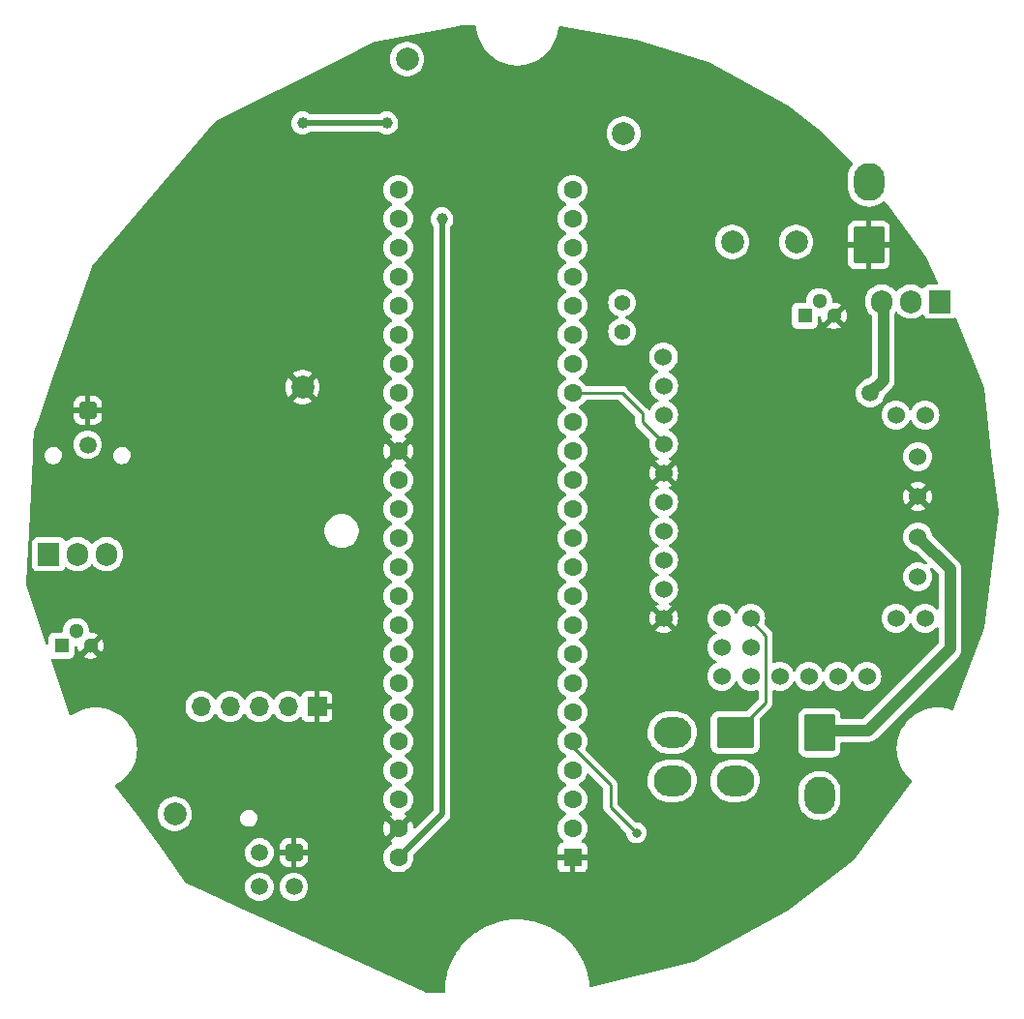
<source format=gbr>
%TF.GenerationSoftware,KiCad,Pcbnew,7.0.6*%
%TF.CreationDate,2024-04-15T18:34:20+10:00*%
%TF.ProjectId,Rocketry_Payload_Main_DDR_Spec_V2,526f636b-6574-4727-995f-5061796c6f61,rev?*%
%TF.SameCoordinates,Original*%
%TF.FileFunction,Copper,L2,Bot*%
%TF.FilePolarity,Positive*%
%FSLAX46Y46*%
G04 Gerber Fmt 4.6, Leading zero omitted, Abs format (unit mm)*
G04 Created by KiCad (PCBNEW 7.0.6) date 2024-04-15 18:34:20*
%MOMM*%
%LPD*%
G01*
G04 APERTURE LIST*
G04 Aperture macros list*
%AMRoundRect*
0 Rectangle with rounded corners*
0 $1 Rounding radius*
0 $2 $3 $4 $5 $6 $7 $8 $9 X,Y pos of 4 corners*
0 Add a 4 corners polygon primitive as box body*
4,1,4,$2,$3,$4,$5,$6,$7,$8,$9,$2,$3,0*
0 Add four circle primitives for the rounded corners*
1,1,$1+$1,$2,$3*
1,1,$1+$1,$4,$5*
1,1,$1+$1,$6,$7*
1,1,$1+$1,$8,$9*
0 Add four rect primitives between the rounded corners*
20,1,$1+$1,$2,$3,$4,$5,0*
20,1,$1+$1,$4,$5,$6,$7,0*
20,1,$1+$1,$6,$7,$8,$9,0*
20,1,$1+$1,$8,$9,$2,$3,0*%
G04 Aperture macros list end*
%TA.AperFunction,ComponentPad*%
%ADD10C,2.000000*%
%TD*%
%TA.AperFunction,ComponentPad*%
%ADD11RoundRect,0.250001X-1.399999X1.099999X-1.399999X-1.099999X1.399999X-1.099999X1.399999X1.099999X0*%
%TD*%
%TA.AperFunction,ComponentPad*%
%ADD12O,3.300000X2.700000*%
%TD*%
%TA.AperFunction,ComponentPad*%
%ADD13C,1.500000*%
%TD*%
%TA.AperFunction,ComponentPad*%
%ADD14RoundRect,0.250001X-0.499999X-0.499999X0.499999X-0.499999X0.499999X0.499999X-0.499999X0.499999X0*%
%TD*%
%TA.AperFunction,ComponentPad*%
%ADD15C,1.400000*%
%TD*%
%TA.AperFunction,ComponentPad*%
%ADD16RoundRect,0.250001X-0.499999X0.499999X-0.499999X-0.499999X0.499999X-0.499999X0.499999X0.499999X0*%
%TD*%
%TA.AperFunction,ComponentPad*%
%ADD17R,1.300000X1.300000*%
%TD*%
%TA.AperFunction,ComponentPad*%
%ADD18C,1.300000*%
%TD*%
%TA.AperFunction,ComponentPad*%
%ADD19R,1.600000X1.600000*%
%TD*%
%TA.AperFunction,ComponentPad*%
%ADD20C,1.600000*%
%TD*%
%TA.AperFunction,ComponentPad*%
%ADD21RoundRect,0.250001X1.099999X1.399999X-1.099999X1.399999X-1.099999X-1.399999X1.099999X-1.399999X0*%
%TD*%
%TA.AperFunction,ComponentPad*%
%ADD22O,2.700000X3.300000*%
%TD*%
%TA.AperFunction,ComponentPad*%
%ADD23RoundRect,0.250001X-1.099999X-1.399999X1.099999X-1.399999X1.099999X1.399999X-1.099999X1.399999X0*%
%TD*%
%TA.AperFunction,ComponentPad*%
%ADD24R,1.905000X2.000000*%
%TD*%
%TA.AperFunction,ComponentPad*%
%ADD25O,1.905000X2.000000*%
%TD*%
%TA.AperFunction,ComponentPad*%
%ADD26R,1.700000X1.700000*%
%TD*%
%TA.AperFunction,ComponentPad*%
%ADD27O,1.700000X1.700000*%
%TD*%
%TA.AperFunction,ComponentPad*%
%ADD28C,1.524000*%
%TD*%
%TA.AperFunction,ViaPad*%
%ADD29C,1.000000*%
%TD*%
%TA.AperFunction,ViaPad*%
%ADD30C,1.500000*%
%TD*%
%TA.AperFunction,ViaPad*%
%ADD31C,0.800000*%
%TD*%
%TA.AperFunction,Conductor*%
%ADD32C,0.500000*%
%TD*%
%TA.AperFunction,Conductor*%
%ADD33C,1.000000*%
%TD*%
%TA.AperFunction,Conductor*%
%ADD34C,0.250000*%
%TD*%
G04 APERTURE END LIST*
D10*
%TO.P,TP3,1,1*%
%TO.N,N/C*%
X172720000Y-69596000D03*
%TD*%
%TO.P,TP4,1,1*%
%TO.N,12V_RAW*%
X167132000Y-69596000D03*
%TD*%
%TO.P,TP3,1,1*%
%TO.N,GND*%
X129540000Y-82296000D03*
%TD*%
%TO.P,TP2,1,1*%
%TO.N,/3.3V*%
X118364000Y-119634000D03*
%TD*%
D11*
%TO.P,J2,1,1*%
%TO.N,Net-(J2-Pad1)*%
X167386000Y-112522000D03*
D12*
%TO.P,J2,2,2*%
%TO.N,Net-(U5-FBA)*%
X167386000Y-116722000D03*
%TO.P,J2,3,3*%
%TO.N,unconnected-(J2-Pad3)*%
X161886000Y-112522000D03*
%TO.P,J2,4,4*%
%TO.N,Net-(U5-AUX)*%
X161886000Y-116722000D03*
%TD*%
D10*
%TO.P,TP6,1,1*%
%TO.N,5V*%
X138684000Y-53594000D03*
%TD*%
D13*
%TO.P,J1,2,Pin_2*%
%TO.N,Valve*%
X110744000Y-87328000D03*
D14*
%TO.P,J1,1,Pin_1*%
%TO.N,GND*%
X110744000Y-84328000D03*
%TD*%
D15*
%TO.P,SJ2,1,1*%
%TO.N,Net-(R4-Pad1)*%
X157480000Y-77450000D03*
%TO.P,SJ2,2,2*%
%TO.N,5V*%
X157480000Y-74910000D03*
%TD*%
D16*
%TO.P,U4,1,GND*%
%TO.N,GND*%
X128778000Y-123015000D03*
D13*
%TO.P,U4,2,Vin_2-6V*%
%TO.N,/3.3V*%
X128778000Y-126015000D03*
%TO.P,U4,3,SCL*%
%TO.N,/SCK{slash}SCL*%
X125778000Y-123015000D03*
%TO.P,U4,4,SDA*%
%TO.N,/SDI{slash}SDA*%
X125778000Y-126015000D03*
%TD*%
D17*
%TO.P,Q4,1,C*%
%TO.N,Net-(Q1-G)*%
X173482000Y-76052000D03*
D18*
%TO.P,Q4,2,B*%
%TO.N,/2*%
X174752000Y-74782000D03*
%TO.P,Q4,3,E*%
%TO.N,GND*%
X176022000Y-76052000D03*
%TD*%
D19*
%TO.P,U2,1,GND*%
%TO.N,GND*%
X153162000Y-123444000D03*
D20*
%TO.P,U2,2,0_RX1_CRX2_CS1*%
%TO.N,/0*%
X153162000Y-120904000D03*
%TO.P,U2,3,1_TX1_CTX2_MISO1*%
%TO.N,/1*%
X153162000Y-118364000D03*
%TO.P,U2,4,2_OUT2*%
%TO.N,/2*%
X153162000Y-115824000D03*
%TO.P,U2,5,3_LRCLK2*%
%TO.N,/3*%
X153162000Y-113284000D03*
%TO.P,U2,6,4_BCLK2*%
%TO.N,unconnected-(U2-4_BCLK2-Pad6)*%
X153162000Y-110744000D03*
%TO.P,U2,7,5_IN2*%
%TO.N,unconnected-(U2-5_IN2-Pad7)*%
X153162000Y-108204000D03*
%TO.P,U2,8,6_OUT1D*%
%TO.N,unconnected-(U2-6_OUT1D-Pad8)*%
X153162000Y-105664000D03*
%TO.P,U2,9,7_RX2_OUT1A*%
%TO.N,unconnected-(U2-7_RX2_OUT1A-Pad9)*%
X153162000Y-103124000D03*
%TO.P,U2,10,8_TX2_IN1*%
%TO.N,unconnected-(U2-8_TX2_IN1-Pad10)*%
X153162000Y-100584000D03*
%TO.P,U2,11,9_OUT1C*%
%TO.N,unconnected-(U2-9_OUT1C-Pad11)*%
X153162000Y-98044000D03*
%TO.P,U2,12,10_CS_MQSR*%
%TO.N,unconnected-(U2-10_CS_MQSR-Pad12)*%
X153162000Y-95504000D03*
%TO.P,U2,13,11_MOSI_CTX1*%
%TO.N,unconnected-(U2-11_MOSI_CTX1-Pad13)*%
X153162000Y-92964000D03*
%TO.P,U2,14,12_MISO_MQSL*%
%TO.N,unconnected-(U2-12_MISO_MQSL-Pad14)*%
X153162000Y-90424000D03*
%TO.P,U2,15,3V3*%
%TO.N,unconnected-(U2-3V3-Pad15)*%
X153162000Y-87884000D03*
%TO.P,U2,16,24_A10_TX6_SCL2*%
%TO.N,/SCL2*%
X153162000Y-85344000D03*
%TO.P,U2,17,25_A11_RX6_SDA2*%
%TO.N,/SDA2*%
X153162000Y-82804000D03*
%TO.P,U2,18,26_A12_MOSI1*%
%TO.N,unconnected-(U2-26_A12_MOSI1-Pad18)*%
X153162000Y-80264000D03*
%TO.P,U2,19,27_A13_SCK1*%
%TO.N,/Test_Pin*%
X153162000Y-77724000D03*
%TO.P,U2,20,28_RX7*%
%TO.N,unconnected-(U2-28_RX7-Pad20)*%
X153162000Y-75184000D03*
%TO.P,U2,21,29_TX7*%
%TO.N,unconnected-(U2-29_TX7-Pad21)*%
X153162000Y-72644000D03*
%TO.P,U2,22,30_CRX3*%
%TO.N,unconnected-(U2-30_CRX3-Pad22)*%
X153162000Y-70104000D03*
%TO.P,U2,23,31_CTX3*%
%TO.N,unconnected-(U2-31_CTX3-Pad23)*%
X153162000Y-67564000D03*
%TO.P,U2,24,32_OUT1B*%
%TO.N,unconnected-(U2-32_OUT1B-Pad24)*%
X153162000Y-65024000D03*
%TO.P,U2,25,33_MCLK2*%
%TO.N,unconnected-(U2-33_MCLK2-Pad25)*%
X137922000Y-65024000D03*
%TO.P,U2,26,34_RX8*%
%TO.N,unconnected-(U2-34_RX8-Pad26)*%
X137922000Y-67564000D03*
%TO.P,U2,27,35_TX8*%
%TO.N,unconnected-(U2-35_TX8-Pad27)*%
X137922000Y-70104000D03*
%TO.P,U2,28,36_CS*%
%TO.N,unconnected-(U2-36_CS-Pad28)*%
X137922000Y-72644000D03*
%TO.P,U2,29,37_CS*%
%TO.N,unconnected-(U2-37_CS-Pad29)*%
X137922000Y-75184000D03*
%TO.P,U2,30,38_CS1_IN1*%
%TO.N,unconnected-(U2-38_CS1_IN1-Pad30)*%
X137922000Y-77724000D03*
%TO.P,U2,31,39_MISO1_OUT1A*%
%TO.N,unconnected-(U2-39_MISO1_OUT1A-Pad31)*%
X137922000Y-80264000D03*
%TO.P,U2,32,40_A16*%
%TO.N,unconnected-(U2-40_A16-Pad32)*%
X137922000Y-82804000D03*
%TO.P,U2,33,41_A17*%
%TO.N,unconnected-(U2-41_A17-Pad33)*%
X137922000Y-85344000D03*
%TO.P,U2,34,GND*%
%TO.N,GND*%
X137922000Y-87884000D03*
%TO.P,U2,35,13_SCK_LED*%
%TO.N,unconnected-(U2-13_SCK_LED-Pad35)*%
X137922000Y-90424000D03*
%TO.P,U2,36,14_A0_TX3_SPDIF_OUT*%
%TO.N,unconnected-(U2-14_A0_TX3_SPDIF_OUT-Pad36)*%
X137922000Y-92964000D03*
%TO.P,U2,37,15_A1_RX3_SPDIF_IN*%
%TO.N,unconnected-(U2-15_A1_RX3_SPDIF_IN-Pad37)*%
X137922000Y-95504000D03*
%TO.P,U2,38,16_A2_RX4_SCL1*%
%TO.N,unconnected-(U2-16_A2_RX4_SCL1-Pad38)*%
X137922000Y-98044000D03*
%TO.P,U2,39,17_A3_TX4_SDA1*%
%TO.N,unconnected-(U2-17_A3_TX4_SDA1-Pad39)*%
X137922000Y-100584000D03*
%TO.P,U2,40,18_A4_SDA*%
%TO.N,/SDI{slash}SDA*%
X137922000Y-103124000D03*
%TO.P,U2,41,19_A5_SCL*%
%TO.N,/SCK{slash}SCL*%
X137922000Y-105664000D03*
%TO.P,U2,42,20_A6_TX5_LRCLK1*%
%TO.N,unconnected-(U2-20_A6_TX5_LRCLK1-Pad42)*%
X137922000Y-108204000D03*
%TO.P,U2,43,21_A7_RX5_BCLK1*%
%TO.N,unconnected-(U2-21_A7_RX5_BCLK1-Pad43)*%
X137922000Y-110744000D03*
%TO.P,U2,44,22_A8_CTX1*%
%TO.N,unconnected-(U2-22_A8_CTX1-Pad44)*%
X137922000Y-113284000D03*
%TO.P,U2,45,23_A9_CRX1_MCLK1*%
%TO.N,unconnected-(U2-23_A9_CRX1_MCLK1-Pad45)*%
X137922000Y-115824000D03*
%TO.P,U2,46,3V3*%
%TO.N,/3.3V*%
X137922000Y-118364000D03*
%TO.P,U2,47,GND*%
%TO.N,GND*%
X137922000Y-120904000D03*
%TO.P,U2,48,VIN*%
%TO.N,5V*%
X137922000Y-123444000D03*
%TD*%
D21*
%TO.P,COMMISIONING_PWR1,1,Pin_1*%
%TO.N,GND*%
X179070000Y-69850000D03*
D22*
%TO.P,COMMISIONING_PWR1,2,Pin_2*%
%TO.N,12V_RAW*%
X179070000Y-64350000D03*
%TD*%
D23*
%TO.P,J3,1,Pin_1*%
%TO.N,Net-(J3-Pin_1)*%
X174752000Y-112522000D03*
D22*
%TO.P,J3,2,Pin_2*%
%TO.N,Net-(J3-Pin_2)*%
X174752000Y-118022000D03*
%TD*%
D10*
%TO.P,TP5,1,1*%
%TO.N,12V_PROT*%
X157632400Y-60096400D03*
%TD*%
D24*
%TO.P,Q1,1,D*%
%TO.N,Motor*%
X185293000Y-74803000D03*
D25*
%TO.P,Q1,2,G*%
%TO.N,Net-(Q1-G)*%
X182753000Y-74803000D03*
%TO.P,Q1,3,S*%
%TO.N,12V_RAW*%
X180213000Y-74803000D03*
%TD*%
D26*
%TO.P,U6,1,GND*%
%TO.N,GND*%
X130810000Y-110236000D03*
D27*
%TO.P,U6,2,Cross*%
%TO.N,unconnected-(U6-Cross-Pad2)*%
X128270000Y-110236000D03*
%TO.P,U6,3,SCL*%
%TO.N,/SCK{slash}SCL*%
X125730000Y-110236000D03*
%TO.P,U6,4,SDA*%
%TO.N,/SDI{slash}SDA*%
X123190000Y-110236000D03*
%TO.P,U6,5,Vin_2-6V*%
%TO.N,/3.3V*%
X120650000Y-110236000D03*
%TD*%
D17*
%TO.P,Q6,1,C*%
%TO.N,Net-(Q2-G)*%
X108458000Y-104902000D03*
D18*
%TO.P,Q6,2,B*%
%TO.N,/3*%
X109728000Y-103632000D03*
%TO.P,Q6,3,E*%
%TO.N,GND*%
X110998000Y-104902000D03*
%TD*%
D28*
%TO.P,U5,1,ERR*%
%TO.N,unconnected-(U5-ERR-Pad1)*%
X161116000Y-79656000D03*
%TO.P,U5,2,RST*%
%TO.N,unconnected-(U5-RST-Pad2)*%
X161136000Y-82196000D03*
%TO.P,U5,3,SCL*%
%TO.N,/SCL2*%
X161136000Y-84736000D03*
%TO.P,U5,4,SDA/AN*%
%TO.N,/SDA2*%
X161136000Y-87276000D03*
%TO.P,U5,5,GND*%
%TO.N,GND*%
X161136000Y-89816000D03*
%TO.P,U5,6,TX*%
%TO.N,unconnected-(U5-TX-Pad6)*%
X161136000Y-92356000D03*
%TO.P,U5,7,RX*%
%TO.N,unconnected-(U5-RX-Pad7)*%
X161136000Y-94896000D03*
%TO.P,U5,8,RC*%
%TO.N,unconnected-(U5-RC-Pad8)*%
X161136000Y-97436000D03*
%TO.P,U5,9,5V*%
%TO.N,unconnected-(U5-5V-Pad9)*%
X161136000Y-99976000D03*
%TO.P,U5,10,GND*%
%TO.N,GND*%
X161136000Y-102516000D03*
%TO.P,U5,11,GND*%
%TO.N,Net-(J2-Pad1)*%
X168756000Y-102516000D03*
%TO.P,U5,12,POT*%
%TO.N,unconnected-(U5-POT-Pad12)*%
X166216000Y-107596000D03*
%TO.P,U5,13,GND_DNU*%
%TO.N,unconnected-(U5-GND_DNU-Pad13)*%
X171296000Y-107596000D03*
%TO.P,U5,14,VM_DNU*%
%TO.N,unconnected-(U5-VM_DNU-Pad14)*%
X173836000Y-107596000D03*
%TO.P,U5,15,GND_DNU*%
%TO.N,unconnected-(U5-GND_DNU-Pad15)*%
X176376000Y-107596000D03*
%TO.P,U5,16*%
%TO.N,N/C*%
X178916000Y-107596000D03*
%TO.P,U5,17,5V*%
%TO.N,unconnected-(U5-5V-Pad17)*%
X166216000Y-105056000D03*
%TO.P,U5,18,AUX*%
%TO.N,Net-(U5-AUX)*%
X168756000Y-105056000D03*
%TO.P,U5,19,FBT*%
%TO.N,unconnected-(U5-FBT-Pad19)*%
X166216000Y-102516000D03*
%TO.P,U5,20,FBA*%
%TO.N,Net-(U5-FBA)*%
X168756000Y-107596000D03*
%TO.P,U5,21*%
%TO.N,N/C*%
X183996000Y-102516000D03*
%TO.P,U5,22*%
X181456000Y-102516000D03*
%TO.P,U5,23*%
X183996000Y-84736000D03*
%TO.P,U5,24*%
X181456000Y-84736000D03*
%TO.P,U5,25,VIN*%
%TO.N,Motor*%
X183361000Y-88368200D03*
%TO.P,U5,26,GND*%
%TO.N,GND*%
X183361000Y-91873400D03*
%TO.P,U5,27,OUTA*%
%TO.N,Net-(J3-Pin_1)*%
X183361000Y-95404000D03*
%TO.P,U5,28,OUTB*%
%TO.N,Net-(J3-Pin_2)*%
X183361000Y-98883800D03*
%TD*%
D24*
%TO.P,Q2,1,D*%
%TO.N,Valve*%
X107315000Y-96901000D03*
D25*
%TO.P,Q2,2,G*%
%TO.N,Net-(Q2-G)*%
X109855000Y-96901000D03*
%TO.P,Q2,3,S*%
%TO.N,5V*%
X112395000Y-96901000D03*
%TD*%
D29*
%TO.N,GND*%
X157480000Y-97155000D03*
D30*
X129540000Y-66548000D03*
D29*
X150368000Y-59944000D03*
X144272000Y-61976000D03*
X167894000Y-126746000D03*
D31*
X135305000Y-129617000D03*
D30*
X165542500Y-56707500D03*
X152882600Y-57327800D03*
D29*
%TO.N,5V*%
X129540000Y-59182000D03*
X136906000Y-59182000D03*
X141732000Y-67564000D03*
D30*
%TO.N,12V_RAW*%
X179197000Y-82804000D03*
D31*
%TO.N,/3*%
X158750000Y-121285000D03*
%TD*%
D32*
%TO.N,5V*%
X141732000Y-67564000D02*
X141732000Y-119634000D01*
X136906000Y-59182000D02*
X129540000Y-59182000D01*
X141732000Y-119634000D02*
X137922000Y-123444000D01*
D33*
%TO.N,12V_RAW*%
X179197000Y-82804000D02*
X180340000Y-81661000D01*
X180340000Y-81661000D02*
X180340000Y-74930000D01*
X180340000Y-74930000D02*
X180213000Y-74803000D01*
D34*
%TO.N,/3*%
X156464000Y-117094000D02*
X156464000Y-118999000D01*
X153162000Y-113792000D02*
X156464000Y-117094000D01*
X156464000Y-118999000D02*
X158750000Y-121285000D01*
D33*
%TO.N,Net-(J3-Pin_1)*%
X179018000Y-112320000D02*
X186182000Y-105156000D01*
X179018000Y-112320000D02*
X174752000Y-112320000D01*
X186182000Y-98225000D02*
X183361000Y-95404000D01*
X186182000Y-105156000D02*
X186182000Y-98225000D01*
D34*
%TO.N,/SDA2*%
X157480000Y-82804000D02*
X159258000Y-84582000D01*
X159258000Y-85344000D02*
X161136000Y-87222000D01*
X153162000Y-82804000D02*
X157480000Y-82804000D01*
X159258000Y-84582000D02*
X159258000Y-85344000D01*
%TO.N,Net-(J2-Pad1)*%
X170053000Y-109855000D02*
X167386000Y-112522000D01*
X170053000Y-104013000D02*
X170053000Y-109855000D01*
X168756000Y-102716000D02*
X170053000Y-104013000D01*
X168756000Y-102516000D02*
X168756000Y-102716000D01*
%TD*%
%TA.AperFunction,Conductor*%
%TO.N,GND*%
G36*
X144685628Y-50664974D02*
G01*
X144731383Y-50717778D01*
X144742419Y-50762799D01*
X144750310Y-50913369D01*
X144809346Y-51286104D01*
X144809347Y-51286111D01*
X144907023Y-51650644D01*
X145042267Y-52002965D01*
X145213599Y-52339221D01*
X145419135Y-52655720D01*
X145419137Y-52655722D01*
X145656635Y-52949008D01*
X145923489Y-53215862D01*
X146060990Y-53327208D01*
X146216776Y-53453361D01*
X146433333Y-53593994D01*
X146533280Y-53658900D01*
X146869535Y-53830231D01*
X147221857Y-53965475D01*
X147586387Y-54063150D01*
X147959129Y-54122187D01*
X148241720Y-54136997D01*
X148430280Y-54136997D01*
X148712871Y-54122187D01*
X149085613Y-54063150D01*
X149450143Y-53965475D01*
X149802465Y-53830231D01*
X150138720Y-53658900D01*
X150455225Y-53453360D01*
X150748511Y-53215862D01*
X151015365Y-52949008D01*
X151252863Y-52655722D01*
X151458403Y-52339218D01*
X151629734Y-52002962D01*
X151764978Y-51650640D01*
X151862653Y-51286110D01*
X151921690Y-50913368D01*
X151926062Y-50829942D01*
X151949226Y-50764028D01*
X152004352Y-50721099D01*
X152072070Y-50714434D01*
X158673381Y-51914672D01*
X158680074Y-51916280D01*
X164488798Y-53658897D01*
X165014378Y-53816571D01*
X165038124Y-53826481D01*
X172002602Y-57625288D01*
X172019975Y-57636755D01*
X174622540Y-59688061D01*
X174627254Y-59692180D01*
X177089683Y-62073270D01*
X177093661Y-62077494D01*
X177638513Y-62713155D01*
X177667196Y-62776866D01*
X177656881Y-62845970D01*
X177636719Y-62876598D01*
X177601418Y-62915997D01*
X177451957Y-63141907D01*
X177336976Y-63387184D01*
X177336976Y-63387186D01*
X177258942Y-63646557D01*
X177258939Y-63646571D01*
X177245430Y-63738366D01*
X177219500Y-63914561D01*
X177219499Y-63914564D01*
X177219500Y-63914565D01*
X177219500Y-64717636D01*
X177234323Y-64920155D01*
X177234325Y-64920168D01*
X177293217Y-65184546D01*
X177293220Y-65184553D01*
X177389986Y-65437558D01*
X177522559Y-65673777D01*
X177668780Y-65863141D01*
X177688112Y-65888177D01*
X177883109Y-66076177D01*
X177883114Y-66076182D01*
X177883119Y-66076186D01*
X178103421Y-66233799D01*
X178136370Y-66250739D01*
X178344309Y-66357649D01*
X178344318Y-66357652D01*
X178344325Y-66357656D01*
X178504233Y-66412209D01*
X178600685Y-66445115D01*
X178600688Y-66445115D01*
X178600695Y-66445118D01*
X178867067Y-66494319D01*
X179083625Y-66502233D01*
X179137763Y-66504212D01*
X179137763Y-66504211D01*
X179137765Y-66504212D01*
X179407018Y-66474586D01*
X179669088Y-66406072D01*
X179918390Y-66300130D01*
X180149610Y-66159018D01*
X180313948Y-66022255D01*
X180378066Y-65994504D01*
X180447012Y-66005823D01*
X180487412Y-66036871D01*
X180899984Y-66518204D01*
X180903363Y-66522519D01*
X184071117Y-70957374D01*
X184081123Y-70973994D01*
X185155649Y-73123046D01*
X185168024Y-73191811D01*
X185141256Y-73256350D01*
X185083846Y-73296172D01*
X185044740Y-73302500D01*
X184292629Y-73302500D01*
X184292623Y-73302501D01*
X184233016Y-73308908D01*
X184098171Y-73359202D01*
X184098164Y-73359206D01*
X183982955Y-73445452D01*
X183982952Y-73445455D01*
X183896706Y-73560664D01*
X183896700Y-73560675D01*
X183885273Y-73591313D01*
X183843402Y-73647247D01*
X183777937Y-73671663D01*
X183709664Y-73656811D01*
X183692930Y-73645832D01*
X183550447Y-73534933D01*
X183550441Y-73534929D01*
X183338665Y-73420321D01*
X183338656Y-73420318D01*
X183110916Y-73342134D01*
X182911800Y-73308908D01*
X182873399Y-73302500D01*
X182632601Y-73302500D01*
X182594200Y-73308908D01*
X182395083Y-73342134D01*
X182167343Y-73420318D01*
X182167334Y-73420321D01*
X181955558Y-73534929D01*
X181831485Y-73631500D01*
X181765537Y-73682829D01*
X181765534Y-73682831D01*
X181765534Y-73682832D01*
X181705818Y-73747701D01*
X181602449Y-73859990D01*
X181586808Y-73883931D01*
X181533661Y-73929287D01*
X181464430Y-73938710D01*
X181401094Y-73909207D01*
X181379192Y-73883931D01*
X181363551Y-73859990D01*
X181200463Y-73682829D01*
X181043505Y-73560664D01*
X181010441Y-73534929D01*
X180798665Y-73420321D01*
X180798656Y-73420318D01*
X180570916Y-73342134D01*
X180371800Y-73308908D01*
X180333399Y-73302500D01*
X180092601Y-73302500D01*
X180054200Y-73308908D01*
X179855083Y-73342134D01*
X179627343Y-73420318D01*
X179627334Y-73420321D01*
X179415558Y-73534929D01*
X179291485Y-73631500D01*
X179225537Y-73682829D01*
X179225534Y-73682831D01*
X179225534Y-73682832D01*
X179062449Y-73859990D01*
X178930743Y-74061581D01*
X178834017Y-74282094D01*
X178774904Y-74515527D01*
X178760000Y-74695402D01*
X178760000Y-74910598D01*
X178774904Y-75090472D01*
X178774904Y-75090475D01*
X178774905Y-75090476D01*
X178834017Y-75323905D01*
X178930745Y-75544422D01*
X179062449Y-75746010D01*
X179225537Y-75923171D01*
X179225540Y-75923173D01*
X179225542Y-75923176D01*
X179291661Y-75974637D01*
X179332475Y-76031347D01*
X179339500Y-76072491D01*
X179339500Y-81195216D01*
X179319815Y-81262255D01*
X179303181Y-81282897D01*
X179053962Y-81532115D01*
X178992639Y-81565600D01*
X178984137Y-81566891D01*
X178979019Y-81567793D01*
X178767674Y-81624423D01*
X178767668Y-81624426D01*
X178569361Y-81716898D01*
X178569357Y-81716900D01*
X178390121Y-81842402D01*
X178235402Y-81997121D01*
X178109900Y-82176357D01*
X178109898Y-82176361D01*
X178017426Y-82374668D01*
X178017422Y-82374677D01*
X177960793Y-82586020D01*
X177960793Y-82586024D01*
X177948989Y-82720952D01*
X177941723Y-82804000D01*
X177959952Y-83012369D01*
X177960793Y-83021975D01*
X177960793Y-83021979D01*
X178017422Y-83233322D01*
X178017424Y-83233326D01*
X178017425Y-83233330D01*
X178045497Y-83293531D01*
X178109897Y-83431638D01*
X178118602Y-83444070D01*
X178235402Y-83610877D01*
X178390123Y-83765598D01*
X178569361Y-83891102D01*
X178767670Y-83983575D01*
X178979023Y-84040207D01*
X179161926Y-84056208D01*
X179196998Y-84059277D01*
X179197000Y-84059277D01*
X179197002Y-84059277D01*
X179225254Y-84056805D01*
X179414977Y-84040207D01*
X179626330Y-83983575D01*
X179824639Y-83891102D01*
X180003877Y-83765598D01*
X180158598Y-83610877D01*
X180284102Y-83431639D01*
X180376575Y-83233330D01*
X180433207Y-83021977D01*
X180433207Y-83021969D01*
X180434146Y-83016649D01*
X180435770Y-83016935D01*
X180458472Y-82958862D01*
X180468877Y-82947042D01*
X181038468Y-82377451D01*
X181103053Y-82316059D01*
X181138099Y-82265706D01*
X181140938Y-82261941D01*
X181156531Y-82242818D01*
X181179698Y-82214407D01*
X181195601Y-82183960D01*
X181199674Y-82177239D01*
X181212497Y-82158815D01*
X181219295Y-82149049D01*
X181243492Y-82092660D01*
X181245498Y-82088435D01*
X181273909Y-82034049D01*
X181283357Y-82001022D01*
X181285988Y-81993633D01*
X181299540Y-81962058D01*
X181311895Y-81901930D01*
X181312999Y-81897429D01*
X181329886Y-81838418D01*
X181332494Y-81804157D01*
X181333585Y-81796389D01*
X181340500Y-81762743D01*
X181340500Y-81701398D01*
X181340679Y-81696688D01*
X181345337Y-81635524D01*
X181342473Y-81613038D01*
X181340997Y-81601442D01*
X181340500Y-81593603D01*
X181340500Y-75818195D01*
X181360185Y-75751156D01*
X181360776Y-75750325D01*
X181360745Y-75750305D01*
X181379190Y-75722072D01*
X181432336Y-75676714D01*
X181501567Y-75667290D01*
X181564904Y-75696791D01*
X181586808Y-75722070D01*
X181602449Y-75746010D01*
X181765537Y-75923171D01*
X181893979Y-76023141D01*
X181954733Y-76070428D01*
X181955561Y-76071072D01*
X182092778Y-76145330D01*
X182164316Y-76184045D01*
X182167336Y-76185679D01*
X182222798Y-76204719D01*
X182395083Y-76263865D01*
X182395085Y-76263865D01*
X182395087Y-76263866D01*
X182632601Y-76303500D01*
X182632602Y-76303500D01*
X182873398Y-76303500D01*
X182873399Y-76303500D01*
X183110913Y-76263866D01*
X183338664Y-76185679D01*
X183550439Y-76071072D01*
X183692931Y-75960165D01*
X183757923Y-75934524D01*
X183826463Y-75948090D01*
X183876788Y-75996558D01*
X183885274Y-76014687D01*
X183896702Y-76045328D01*
X183896706Y-76045335D01*
X183982952Y-76160544D01*
X183982955Y-76160547D01*
X184098164Y-76246793D01*
X184098171Y-76246797D01*
X184233017Y-76297091D01*
X184233016Y-76297091D01*
X184239944Y-76297835D01*
X184292627Y-76303500D01*
X186293372Y-76303499D01*
X186352983Y-76297091D01*
X186487831Y-76246796D01*
X186519680Y-76222953D01*
X186585143Y-76198536D01*
X186653416Y-76213387D01*
X186702822Y-76262791D01*
X186709122Y-76276168D01*
X189150518Y-82379657D01*
X189158629Y-82412015D01*
X189791771Y-88110289D01*
X190424848Y-93174909D01*
X190424848Y-93205669D01*
X189158582Y-103335798D01*
X189151645Y-103363957D01*
X186493499Y-110452344D01*
X186451528Y-110508204D01*
X186386021Y-110532505D01*
X186332956Y-110524569D01*
X186235147Y-110487023D01*
X185870614Y-110389347D01*
X185870607Y-110389346D01*
X185497872Y-110330310D01*
X185215280Y-110315500D01*
X185026720Y-110315500D01*
X184744127Y-110330310D01*
X184371392Y-110389346D01*
X184371385Y-110389347D01*
X184006852Y-110487023D01*
X183654531Y-110622267D01*
X183318275Y-110793599D01*
X183001776Y-110999135D01*
X182708493Y-111236631D01*
X182708485Y-111236638D01*
X182441638Y-111503485D01*
X182441631Y-111503493D01*
X182204135Y-111796776D01*
X181998599Y-112113274D01*
X181827267Y-112449531D01*
X181692023Y-112801852D01*
X181594347Y-113166385D01*
X181594346Y-113166392D01*
X181535310Y-113539127D01*
X181515559Y-113915999D01*
X181515559Y-113916000D01*
X181535310Y-114292872D01*
X181594346Y-114665607D01*
X181594347Y-114665614D01*
X181692023Y-115030147D01*
X181827267Y-115382468D01*
X181998599Y-115718724D01*
X182204135Y-116035223D01*
X182441631Y-116328506D01*
X182441638Y-116328514D01*
X182708490Y-116595366D01*
X182721987Y-116606296D01*
X182817512Y-116683650D01*
X182857222Y-116741134D01*
X182859550Y-116810965D01*
X182838675Y-116854414D01*
X177736735Y-123657002D01*
X177713664Y-123680482D01*
X172019963Y-128108917D01*
X172002622Y-128120215D01*
X163770434Y-132552931D01*
X163741720Y-132564051D01*
X154815529Y-134795598D01*
X154745717Y-134792760D01*
X154688522Y-134752630D01*
X154662102Y-134687948D01*
X154661834Y-134684983D01*
X154646797Y-134491479D01*
X154646797Y-134491476D01*
X154646796Y-134491475D01*
X154605118Y-134223297D01*
X154603299Y-134211596D01*
X154594132Y-134134754D01*
X154589493Y-134122758D01*
X154572044Y-134010479D01*
X154503872Y-133720378D01*
X154490055Y-133651252D01*
X154485284Y-133641280D01*
X154460689Y-133536615D01*
X154365710Y-133237464D01*
X154348688Y-133177322D01*
X154344078Y-133169329D01*
X154313387Y-133072663D01*
X154189375Y-132765795D01*
X154170882Y-132715809D01*
X154166716Y-132709724D01*
X154131004Y-132621355D01*
X154131004Y-132621354D01*
X153975609Y-132308242D01*
X153957724Y-132269541D01*
X153954271Y-132265246D01*
X153914602Y-132185316D01*
X153914602Y-132185317D01*
X153725188Y-131867384D01*
X153710489Y-131841193D01*
X153708019Y-131838564D01*
X153665470Y-131767146D01*
X153665469Y-131767145D01*
X153665467Y-131767141D01*
X153439159Y-131446036D01*
X153430695Y-131433393D01*
X153429446Y-131432255D01*
X153385047Y-131369257D01*
X153385046Y-131369256D01*
X153074991Y-130994005D01*
X153074984Y-130993996D01*
X153074983Y-130993996D01*
X152737128Y-130643596D01*
X152737126Y-130643594D01*
X152737121Y-130643589D01*
X152373417Y-130320065D01*
X152373414Y-130320063D01*
X152373411Y-130320060D01*
X151986010Y-130025327D01*
X151986011Y-130025328D01*
X151577189Y-129761119D01*
X151149341Y-129528977D01*
X150929195Y-129430534D01*
X150704970Y-129330266D01*
X150246696Y-129166156D01*
X150246697Y-129166156D01*
X150246688Y-129166153D01*
X150001090Y-129098908D01*
X149777203Y-129037607D01*
X149777193Y-129037605D01*
X149777194Y-129037605D01*
X149543314Y-128992473D01*
X149299248Y-128945375D01*
X148945409Y-128904860D01*
X148815627Y-128890000D01*
X148815626Y-128890000D01*
X148452142Y-128876406D01*
X148329203Y-128871809D01*
X148329200Y-128871809D01*
X148329197Y-128871809D01*
X147842803Y-128890906D01*
X147359300Y-128947180D01*
X147236755Y-128971065D01*
X146881513Y-129040304D01*
X146412261Y-129169726D01*
X145954293Y-129334690D01*
X145954289Y-129334691D01*
X145954291Y-129334691D01*
X145510294Y-129534228D01*
X145082869Y-129767171D01*
X144698875Y-130016352D01*
X144674544Y-130032141D01*
X144287692Y-130327595D01*
X144287687Y-130327599D01*
X144114118Y-130482574D01*
X143924592Y-130651796D01*
X143924588Y-130651800D01*
X143924588Y-130651799D01*
X143595871Y-130993996D01*
X143587375Y-131002840D01*
X143417493Y-131209224D01*
X143278016Y-131378671D01*
X143278016Y-131378672D01*
X143233742Y-131441739D01*
X143232707Y-131442564D01*
X143224055Y-131455538D01*
X142998341Y-131777071D01*
X142998341Y-131777072D01*
X142955918Y-131848580D01*
X142953846Y-131850508D01*
X142938785Y-131877461D01*
X142780382Y-132144473D01*
X142749980Y-132195721D01*
X142749979Y-132195723D01*
X142749978Y-132195723D01*
X142710467Y-132275708D01*
X142707539Y-132278886D01*
X142689210Y-132318741D01*
X142534398Y-132632146D01*
X142534398Y-132632147D01*
X142498846Y-132720592D01*
X142495257Y-132725141D01*
X142476262Y-132776778D01*
X142352852Y-133083803D01*
X142352851Y-133083805D01*
X142352851Y-133083806D01*
X142322340Y-133180525D01*
X142318300Y-133186542D01*
X142300815Y-133248763D01*
X142206418Y-133548016D01*
X142206415Y-133548027D01*
X142197123Y-133587902D01*
X142182015Y-133652732D01*
X142177743Y-133660288D01*
X142163571Y-133731881D01*
X142095943Y-134022095D01*
X142078701Y-134134410D01*
X142074420Y-134143551D01*
X142065057Y-134223297D01*
X142044375Y-134358030D01*
X142022085Y-134503235D01*
X142008077Y-134687948D01*
X141985275Y-134988607D01*
X141985473Y-135201935D01*
X141965851Y-135268993D01*
X141913089Y-135314797D01*
X141855962Y-135325927D01*
X140285822Y-135256070D01*
X140239872Y-135245011D01*
X136494531Y-133536613D01*
X125334625Y-128446139D01*
X125306383Y-128428312D01*
X125253214Y-128383698D01*
X125253213Y-128383697D01*
X125096433Y-128304959D01*
X124959800Y-128272576D01*
X124936936Y-128264737D01*
X120004814Y-126015002D01*
X124522723Y-126015002D01*
X124541793Y-126232975D01*
X124541793Y-126232979D01*
X124598422Y-126444322D01*
X124598424Y-126444326D01*
X124598425Y-126444330D01*
X124644661Y-126543484D01*
X124690897Y-126642638D01*
X124690898Y-126642639D01*
X124816402Y-126821877D01*
X124971123Y-126976598D01*
X125150361Y-127102102D01*
X125348670Y-127194575D01*
X125560023Y-127251207D01*
X125742926Y-127267208D01*
X125777998Y-127270277D01*
X125778000Y-127270277D01*
X125778002Y-127270277D01*
X125806254Y-127267805D01*
X125995977Y-127251207D01*
X126207330Y-127194575D01*
X126405639Y-127102102D01*
X126584877Y-126976598D01*
X126739598Y-126821877D01*
X126865102Y-126642639D01*
X126957575Y-126444330D01*
X127014207Y-126232977D01*
X127033277Y-126015002D01*
X127522723Y-126015002D01*
X127541793Y-126232975D01*
X127541793Y-126232979D01*
X127598422Y-126444322D01*
X127598424Y-126444326D01*
X127598425Y-126444330D01*
X127644661Y-126543484D01*
X127690897Y-126642638D01*
X127690898Y-126642639D01*
X127816402Y-126821877D01*
X127971123Y-126976598D01*
X128150361Y-127102102D01*
X128348670Y-127194575D01*
X128560023Y-127251207D01*
X128742926Y-127267208D01*
X128777998Y-127270277D01*
X128778000Y-127270277D01*
X128778002Y-127270277D01*
X128806254Y-127267805D01*
X128995977Y-127251207D01*
X129207330Y-127194575D01*
X129405639Y-127102102D01*
X129584877Y-126976598D01*
X129739598Y-126821877D01*
X129865102Y-126642639D01*
X129957575Y-126444330D01*
X130014207Y-126232977D01*
X130033277Y-126015000D01*
X130014207Y-125797023D01*
X129957575Y-125585670D01*
X129865102Y-125387362D01*
X129865100Y-125387359D01*
X129865099Y-125387357D01*
X129739599Y-125208124D01*
X129739596Y-125208121D01*
X129584877Y-125053402D01*
X129405639Y-124927898D01*
X129405640Y-124927898D01*
X129405638Y-124927897D01*
X129306484Y-124881661D01*
X129207330Y-124835425D01*
X129207326Y-124835424D01*
X129207322Y-124835422D01*
X128995977Y-124778793D01*
X128778002Y-124759723D01*
X128777998Y-124759723D01*
X128632682Y-124772436D01*
X128560023Y-124778793D01*
X128560020Y-124778793D01*
X128348677Y-124835422D01*
X128348668Y-124835426D01*
X128150361Y-124927898D01*
X128150357Y-124927900D01*
X127971121Y-125053402D01*
X127816402Y-125208121D01*
X127690900Y-125387357D01*
X127690898Y-125387361D01*
X127598426Y-125585668D01*
X127598422Y-125585677D01*
X127541793Y-125797020D01*
X127541793Y-125797024D01*
X127522723Y-126014997D01*
X127522723Y-126015002D01*
X127033277Y-126015002D01*
X127033277Y-126015000D01*
X127014207Y-125797023D01*
X126957575Y-125585670D01*
X126865102Y-125387362D01*
X126865100Y-125387359D01*
X126865099Y-125387357D01*
X126739599Y-125208124D01*
X126739596Y-125208121D01*
X126584877Y-125053402D01*
X126405639Y-124927898D01*
X126405640Y-124927898D01*
X126405638Y-124927897D01*
X126306484Y-124881661D01*
X126207330Y-124835425D01*
X126207326Y-124835424D01*
X126207322Y-124835422D01*
X125995977Y-124778793D01*
X125778002Y-124759723D01*
X125777998Y-124759723D01*
X125632681Y-124772436D01*
X125560023Y-124778793D01*
X125560020Y-124778793D01*
X125348677Y-124835422D01*
X125348668Y-124835426D01*
X125150361Y-124927898D01*
X125150357Y-124927900D01*
X124971121Y-125053402D01*
X124816402Y-125208121D01*
X124690900Y-125387357D01*
X124690898Y-125387361D01*
X124598426Y-125585668D01*
X124598422Y-125585677D01*
X124541793Y-125797020D01*
X124541793Y-125797024D01*
X124522723Y-126014997D01*
X124522723Y-126015002D01*
X120004814Y-126015002D01*
X119410494Y-125743909D01*
X119360665Y-125702620D01*
X117462718Y-123015000D01*
X124522723Y-123015000D01*
X124541081Y-123224844D01*
X124541793Y-123232975D01*
X124541793Y-123232979D01*
X124598422Y-123444322D01*
X124598424Y-123444326D01*
X124598425Y-123444330D01*
X124615938Y-123481886D01*
X124690897Y-123642638D01*
X124708438Y-123667689D01*
X124816402Y-123821877D01*
X124971123Y-123976598D01*
X125150361Y-124102102D01*
X125348670Y-124194575D01*
X125560023Y-124251207D01*
X125742926Y-124267208D01*
X125777998Y-124270277D01*
X125778000Y-124270277D01*
X125778002Y-124270277D01*
X125806254Y-124267805D01*
X125995977Y-124251207D01*
X126207330Y-124194575D01*
X126405639Y-124102102D01*
X126584877Y-123976598D01*
X126739598Y-123821877D01*
X126865102Y-123642639D01*
X126901313Y-123564985D01*
X127528000Y-123564985D01*
X127538493Y-123667689D01*
X127538494Y-123667696D01*
X127593641Y-123834118D01*
X127593643Y-123834123D01*
X127685684Y-123983344D01*
X127809655Y-124107315D01*
X127958876Y-124199356D01*
X127958881Y-124199358D01*
X128125303Y-124254505D01*
X128125310Y-124254506D01*
X128228014Y-124264999D01*
X128228027Y-124265000D01*
X128528000Y-124265000D01*
X128528000Y-123450501D01*
X128635685Y-123499680D01*
X128742237Y-123515000D01*
X128813763Y-123515000D01*
X128920315Y-123499680D01*
X129027999Y-123450501D01*
X129027999Y-124264999D01*
X129028000Y-124265000D01*
X129327973Y-124265000D01*
X129327985Y-124264999D01*
X129430689Y-124254506D01*
X129430696Y-124254505D01*
X129597118Y-124199358D01*
X129597123Y-124199356D01*
X129746344Y-124107315D01*
X129870315Y-123983344D01*
X129962356Y-123834123D01*
X129962358Y-123834118D01*
X130017505Y-123667696D01*
X130017506Y-123667689D01*
X130027999Y-123564985D01*
X130028000Y-123564972D01*
X130028000Y-123444001D01*
X136616532Y-123444001D01*
X136636364Y-123670686D01*
X136636366Y-123670697D01*
X136695258Y-123890488D01*
X136695261Y-123890497D01*
X136791431Y-124096732D01*
X136791432Y-124096734D01*
X136921954Y-124283141D01*
X137082858Y-124444045D01*
X137082861Y-124444047D01*
X137269266Y-124574568D01*
X137475504Y-124670739D01*
X137695308Y-124729635D01*
X137857230Y-124743801D01*
X137921998Y-124749468D01*
X137922000Y-124749468D01*
X137922002Y-124749468D01*
X137984511Y-124743999D01*
X138148692Y-124729635D01*
X138368496Y-124670739D01*
X138574734Y-124574568D01*
X138761139Y-124444047D01*
X138922047Y-124283139D01*
X139052568Y-124096734D01*
X139148739Y-123890496D01*
X139207635Y-123670692D01*
X139227468Y-123444000D01*
X139212869Y-123277137D01*
X139226635Y-123208639D01*
X139248713Y-123178653D01*
X141523364Y-120904001D01*
X151856532Y-120904001D01*
X151876364Y-121130686D01*
X151876366Y-121130697D01*
X151935258Y-121350488D01*
X151935261Y-121350497D01*
X152031431Y-121556732D01*
X152031432Y-121556734D01*
X152161954Y-121743141D01*
X152322858Y-121904045D01*
X152348086Y-121921710D01*
X152391711Y-121976287D01*
X152398905Y-122045785D01*
X152367382Y-122108140D01*
X152307153Y-122143554D01*
X152290221Y-122146574D01*
X152254626Y-122150401D01*
X152254620Y-122150403D01*
X152119913Y-122200645D01*
X152119906Y-122200649D01*
X152004812Y-122286809D01*
X152004809Y-122286812D01*
X151918649Y-122401906D01*
X151918645Y-122401913D01*
X151868403Y-122536620D01*
X151868401Y-122536627D01*
X151862000Y-122596155D01*
X151862000Y-123194000D01*
X152667148Y-123194000D01*
X152618441Y-123331047D01*
X152608123Y-123481886D01*
X152638884Y-123629915D01*
X152672090Y-123694000D01*
X151862000Y-123694000D01*
X151862000Y-124291844D01*
X151868401Y-124351372D01*
X151868403Y-124351379D01*
X151918645Y-124486086D01*
X151918649Y-124486093D01*
X152004809Y-124601187D01*
X152004812Y-124601190D01*
X152119906Y-124687350D01*
X152119913Y-124687354D01*
X152254620Y-124737596D01*
X152254627Y-124737598D01*
X152314155Y-124743999D01*
X152314172Y-124744000D01*
X152912000Y-124744000D01*
X152911999Y-123935683D01*
X152940819Y-123953209D01*
X153086404Y-123994000D01*
X153199622Y-123994000D01*
X153311783Y-123978584D01*
X153412000Y-123935053D01*
X153412000Y-124744000D01*
X154009828Y-124744000D01*
X154009844Y-124743999D01*
X154069372Y-124737598D01*
X154069379Y-124737596D01*
X154204086Y-124687354D01*
X154204093Y-124687350D01*
X154319187Y-124601190D01*
X154319190Y-124601187D01*
X154405350Y-124486093D01*
X154405354Y-124486086D01*
X154455596Y-124351379D01*
X154455598Y-124351372D01*
X154461999Y-124291844D01*
X154462000Y-124291827D01*
X154462000Y-123694000D01*
X153656852Y-123694000D01*
X153705559Y-123556953D01*
X153715877Y-123406114D01*
X153685116Y-123258085D01*
X153651910Y-123194000D01*
X154462000Y-123194000D01*
X154462000Y-122596172D01*
X154461999Y-122596155D01*
X154455598Y-122536627D01*
X154455596Y-122536620D01*
X154405354Y-122401913D01*
X154405350Y-122401906D01*
X154319190Y-122286812D01*
X154319187Y-122286809D01*
X154204093Y-122200649D01*
X154204086Y-122200645D01*
X154069379Y-122150403D01*
X154069373Y-122150401D01*
X154033778Y-122146574D01*
X153969228Y-122119835D01*
X153929381Y-122062441D01*
X153926888Y-121992616D01*
X153962542Y-121932528D01*
X153975913Y-121921710D01*
X154001139Y-121904047D01*
X154162047Y-121743139D01*
X154292568Y-121556734D01*
X154388739Y-121350496D01*
X154447635Y-121130692D01*
X154466355Y-120916722D01*
X154467468Y-120904001D01*
X154467468Y-120903998D01*
X154454016Y-120750241D01*
X154447635Y-120677308D01*
X154388739Y-120457504D01*
X154292568Y-120251266D01*
X154162047Y-120064861D01*
X154162045Y-120064858D01*
X154001141Y-119903954D01*
X153814734Y-119773432D01*
X153814728Y-119773429D01*
X153760594Y-119748186D01*
X153756724Y-119746381D01*
X153704285Y-119700210D01*
X153685133Y-119633017D01*
X153705348Y-119566135D01*
X153756725Y-119521618D01*
X153814734Y-119494568D01*
X154001139Y-119364047D01*
X154162047Y-119203139D01*
X154292568Y-119016734D01*
X154388739Y-118810496D01*
X154447635Y-118590692D01*
X154467468Y-118364000D01*
X154447635Y-118137308D01*
X154388739Y-117917504D01*
X154292568Y-117711266D01*
X154162047Y-117524861D01*
X154162045Y-117524858D01*
X154001141Y-117363954D01*
X153814734Y-117233432D01*
X153814728Y-117233429D01*
X153787038Y-117220517D01*
X153756724Y-117206381D01*
X153704285Y-117160210D01*
X153685133Y-117093017D01*
X153705348Y-117026135D01*
X153756725Y-116981618D01*
X153768464Y-116976144D01*
X153814734Y-116954568D01*
X154001139Y-116824047D01*
X154162047Y-116663139D01*
X154292568Y-116476734D01*
X154388739Y-116270496D01*
X154393512Y-116252685D01*
X154396352Y-116242082D01*
X154410743Y-116188375D01*
X154447106Y-116128716D01*
X154509952Y-116098186D01*
X154579328Y-116106480D01*
X154618198Y-116132788D01*
X155802181Y-117316771D01*
X155835666Y-117378094D01*
X155838500Y-117404452D01*
X155838500Y-118916255D01*
X155836775Y-118931872D01*
X155837061Y-118931899D01*
X155836326Y-118939665D01*
X155838500Y-119008814D01*
X155838500Y-119038343D01*
X155838501Y-119038360D01*
X155839368Y-119045231D01*
X155839826Y-119051050D01*
X155841290Y-119097624D01*
X155841291Y-119097627D01*
X155846880Y-119116867D01*
X155850824Y-119135911D01*
X155853336Y-119155792D01*
X155870490Y-119199119D01*
X155872382Y-119204647D01*
X155885381Y-119249388D01*
X155895580Y-119266634D01*
X155904138Y-119284103D01*
X155911514Y-119302732D01*
X155938898Y-119340423D01*
X155942106Y-119345307D01*
X155965827Y-119385416D01*
X155965833Y-119385424D01*
X155979990Y-119399580D01*
X155992628Y-119414376D01*
X156004405Y-119430586D01*
X156004406Y-119430587D01*
X156040309Y-119460288D01*
X156044620Y-119464210D01*
X157371456Y-120791047D01*
X157811038Y-121230629D01*
X157844523Y-121291952D01*
X157846678Y-121305348D01*
X157851424Y-121350497D01*
X157864326Y-121473256D01*
X157864327Y-121473259D01*
X157922818Y-121653277D01*
X157922821Y-121653284D01*
X158017467Y-121817216D01*
X158111553Y-121921709D01*
X158144129Y-121957888D01*
X158297265Y-122069148D01*
X158297270Y-122069151D01*
X158470192Y-122146142D01*
X158470197Y-122146144D01*
X158655354Y-122185500D01*
X158655355Y-122185500D01*
X158844644Y-122185500D01*
X158844646Y-122185500D01*
X159029803Y-122146144D01*
X159202730Y-122069151D01*
X159355871Y-121957888D01*
X159482533Y-121817216D01*
X159577179Y-121653284D01*
X159635674Y-121473256D01*
X159655460Y-121285000D01*
X159635674Y-121096744D01*
X159577179Y-120916716D01*
X159482533Y-120752784D01*
X159355871Y-120612112D01*
X159330711Y-120593832D01*
X159202734Y-120500851D01*
X159202729Y-120500848D01*
X159029807Y-120423857D01*
X159029802Y-120423855D01*
X158883699Y-120392801D01*
X158844646Y-120384500D01*
X158844645Y-120384500D01*
X158785453Y-120384500D01*
X158718414Y-120364815D01*
X158697772Y-120348181D01*
X157125819Y-118776228D01*
X157092334Y-118714905D01*
X157089500Y-118688547D01*
X157089500Y-117176737D01*
X157091223Y-117161120D01*
X157090938Y-117161093D01*
X157091672Y-117153331D01*
X157089500Y-117084203D01*
X157089500Y-117054651D01*
X157089500Y-117054650D01*
X157088629Y-117047759D01*
X157088172Y-117041945D01*
X157087727Y-117027791D01*
X157086709Y-116995373D01*
X157082712Y-116981618D01*
X157081122Y-116976144D01*
X157077174Y-116957084D01*
X157074664Y-116937208D01*
X157057507Y-116893875D01*
X157055619Y-116888359D01*
X157042619Y-116843612D01*
X157032418Y-116826363D01*
X157023860Y-116808894D01*
X157016486Y-116790268D01*
X157016483Y-116790264D01*
X157016483Y-116790263D01*
X157016120Y-116789763D01*
X159731787Y-116789763D01*
X159761413Y-117059013D01*
X159761415Y-117059024D01*
X159829266Y-117318557D01*
X159829928Y-117321088D01*
X159935870Y-117570390D01*
X160076979Y-117801605D01*
X160076986Y-117801615D01*
X160250253Y-118009819D01*
X160250259Y-118009824D01*
X160392546Y-118137313D01*
X160451998Y-118190582D01*
X160677910Y-118340044D01*
X160923176Y-118455020D01*
X160923183Y-118455022D01*
X160923185Y-118455023D01*
X161182557Y-118533057D01*
X161182564Y-118533058D01*
X161182569Y-118533060D01*
X161450561Y-118572500D01*
X161450566Y-118572500D01*
X162253636Y-118572500D01*
X162305133Y-118568730D01*
X162456156Y-118557677D01*
X162568758Y-118532593D01*
X162720546Y-118498782D01*
X162720548Y-118498781D01*
X162720553Y-118498780D01*
X162973558Y-118402014D01*
X163209777Y-118269441D01*
X163424177Y-118103888D01*
X163612186Y-117908881D01*
X163769799Y-117688579D01*
X163891513Y-117451844D01*
X163893649Y-117447690D01*
X163893651Y-117447684D01*
X163893656Y-117447675D01*
X163981118Y-117191305D01*
X164030319Y-116924933D01*
X164035259Y-116789763D01*
X165231787Y-116789763D01*
X165261413Y-117059013D01*
X165261415Y-117059024D01*
X165329266Y-117318557D01*
X165329928Y-117321088D01*
X165435870Y-117570390D01*
X165576979Y-117801605D01*
X165576986Y-117801615D01*
X165750253Y-118009819D01*
X165750259Y-118009824D01*
X165892546Y-118137313D01*
X165951998Y-118190582D01*
X166177910Y-118340044D01*
X166423176Y-118455020D01*
X166423183Y-118455022D01*
X166423185Y-118455023D01*
X166682557Y-118533057D01*
X166682564Y-118533058D01*
X166682569Y-118533060D01*
X166950561Y-118572500D01*
X166950566Y-118572500D01*
X167753636Y-118572500D01*
X167805133Y-118568730D01*
X167956156Y-118557677D01*
X168068758Y-118532593D01*
X168220546Y-118498782D01*
X168220548Y-118498781D01*
X168220553Y-118498780D01*
X168473558Y-118402014D01*
X168495613Y-118389636D01*
X172901500Y-118389636D01*
X172916323Y-118592155D01*
X172916325Y-118592168D01*
X172975217Y-118856546D01*
X172975220Y-118856553D01*
X173071986Y-119109558D01*
X173204559Y-119345777D01*
X173340338Y-119521618D01*
X173370112Y-119560177D01*
X173565109Y-119748177D01*
X173565114Y-119748182D01*
X173565119Y-119748186D01*
X173785421Y-119905799D01*
X173859301Y-119943783D01*
X174026309Y-120029649D01*
X174026318Y-120029652D01*
X174026325Y-120029656D01*
X174168243Y-120078072D01*
X174282685Y-120117115D01*
X174282688Y-120117115D01*
X174282695Y-120117118D01*
X174549067Y-120166319D01*
X174765625Y-120174233D01*
X174819763Y-120176212D01*
X174819763Y-120176211D01*
X174819765Y-120176212D01*
X175089018Y-120146586D01*
X175351088Y-120078072D01*
X175600390Y-119972130D01*
X175831610Y-119831018D01*
X176039820Y-119657745D01*
X176220582Y-119456002D01*
X176370044Y-119230090D01*
X176485020Y-118984824D01*
X176537470Y-118810488D01*
X176563057Y-118725442D01*
X176563057Y-118725438D01*
X176563060Y-118725431D01*
X176602500Y-118457439D01*
X176602500Y-117654369D01*
X176587677Y-117451844D01*
X176575165Y-117395675D01*
X176528782Y-117187453D01*
X176528780Y-117187449D01*
X176528780Y-117187447D01*
X176432014Y-116934442D01*
X176299441Y-116698223D01*
X176133888Y-116483823D01*
X176032693Y-116386259D01*
X175938890Y-116295822D01*
X175938883Y-116295816D01*
X175938881Y-116295814D01*
X175718579Y-116138201D01*
X175700131Y-116128716D01*
X175477690Y-116014350D01*
X175477672Y-116014343D01*
X175221314Y-115926884D01*
X175221300Y-115926881D01*
X175175621Y-115918443D01*
X174954933Y-115877681D01*
X174954930Y-115877680D01*
X174954924Y-115877680D01*
X174684236Y-115867787D01*
X174414986Y-115897413D01*
X174414975Y-115897415D01*
X174152917Y-115965926D01*
X174152912Y-115965927D01*
X174152912Y-115965928D01*
X173989843Y-116035225D01*
X173903610Y-116071870D01*
X173672394Y-116212979D01*
X173672384Y-116212986D01*
X173464180Y-116386253D01*
X173464175Y-116386259D01*
X173283418Y-116587997D01*
X173133957Y-116813907D01*
X173018976Y-117059184D01*
X173018976Y-117059186D01*
X172940942Y-117318557D01*
X172940939Y-117318571D01*
X172922679Y-117442653D01*
X172901500Y-117586561D01*
X172901500Y-117586565D01*
X172901500Y-118389636D01*
X168495613Y-118389636D01*
X168709777Y-118269441D01*
X168924177Y-118103888D01*
X169112186Y-117908881D01*
X169269799Y-117688579D01*
X169391513Y-117451844D01*
X169393649Y-117447690D01*
X169393651Y-117447684D01*
X169393656Y-117447675D01*
X169481118Y-117191305D01*
X169530319Y-116924933D01*
X169540212Y-116654235D01*
X169510586Y-116384982D01*
X169442072Y-116122912D01*
X169336130Y-115873610D01*
X169195018Y-115642390D01*
X169105747Y-115535119D01*
X169021746Y-115434180D01*
X169021740Y-115434175D01*
X168820002Y-115253418D01*
X168594092Y-115103957D01*
X168594090Y-115103956D01*
X168348824Y-114988980D01*
X168348819Y-114988978D01*
X168348814Y-114988976D01*
X168089442Y-114910942D01*
X168089428Y-114910939D01*
X167973791Y-114893921D01*
X167821439Y-114871500D01*
X167018369Y-114871500D01*
X167018364Y-114871500D01*
X166815844Y-114886323D01*
X166815831Y-114886325D01*
X166551453Y-114945217D01*
X166551446Y-114945220D01*
X166298439Y-115041987D01*
X166062226Y-115174557D01*
X165847822Y-115340112D01*
X165659822Y-115535109D01*
X165659816Y-115535116D01*
X165502202Y-115755419D01*
X165502199Y-115755424D01*
X165378350Y-115996309D01*
X165378343Y-115996327D01*
X165290884Y-116252685D01*
X165290881Y-116252699D01*
X165241681Y-116519068D01*
X165241680Y-116519075D01*
X165231787Y-116789763D01*
X164035259Y-116789763D01*
X164040212Y-116654235D01*
X164010586Y-116384982D01*
X163942072Y-116122912D01*
X163836130Y-115873610D01*
X163695018Y-115642390D01*
X163605747Y-115535119D01*
X163521746Y-115434180D01*
X163521740Y-115434175D01*
X163320002Y-115253418D01*
X163094092Y-115103957D01*
X163094090Y-115103956D01*
X162848824Y-114988980D01*
X162848819Y-114988978D01*
X162848814Y-114988976D01*
X162589442Y-114910942D01*
X162589428Y-114910939D01*
X162473791Y-114893921D01*
X162321439Y-114871500D01*
X161518369Y-114871500D01*
X161518364Y-114871500D01*
X161315844Y-114886323D01*
X161315831Y-114886325D01*
X161051453Y-114945217D01*
X161051446Y-114945220D01*
X160798439Y-115041987D01*
X160562226Y-115174557D01*
X160347822Y-115340112D01*
X160159822Y-115535109D01*
X160159816Y-115535116D01*
X160002202Y-115755419D01*
X160002199Y-115755424D01*
X159878350Y-115996309D01*
X159878343Y-115996327D01*
X159790884Y-116252685D01*
X159790881Y-116252699D01*
X159741681Y-116519068D01*
X159741680Y-116519075D01*
X159731787Y-116789763D01*
X157016120Y-116789763D01*
X156989098Y-116752571D01*
X156985890Y-116747687D01*
X156962172Y-116707582D01*
X156962163Y-116707571D01*
X156948005Y-116693413D01*
X156935370Y-116678620D01*
X156923593Y-116662412D01*
X156887693Y-116632713D01*
X156883381Y-116628790D01*
X154321766Y-114067175D01*
X154288281Y-114005852D01*
X154293265Y-113936160D01*
X154297059Y-113927100D01*
X154388739Y-113730496D01*
X154447635Y-113510692D01*
X154467468Y-113284000D01*
X154465727Y-113264105D01*
X154458161Y-113177620D01*
X154447635Y-113057308D01*
X154388739Y-112837504D01*
X154292568Y-112631266D01*
X154263508Y-112589763D01*
X159731787Y-112589763D01*
X159761413Y-112859013D01*
X159761415Y-112859024D01*
X159829199Y-113118300D01*
X159829928Y-113121088D01*
X159935870Y-113370390D01*
X160038849Y-113539127D01*
X160076979Y-113601605D01*
X160076986Y-113601615D01*
X160250253Y-113809819D01*
X160250259Y-113809824D01*
X160451998Y-113990582D01*
X160677910Y-114140044D01*
X160923176Y-114255020D01*
X160923183Y-114255022D01*
X160923185Y-114255023D01*
X161182557Y-114333057D01*
X161182564Y-114333058D01*
X161182569Y-114333060D01*
X161450561Y-114372500D01*
X161450566Y-114372500D01*
X162253636Y-114372500D01*
X162305133Y-114368730D01*
X162456156Y-114357677D01*
X162568758Y-114332593D01*
X162720546Y-114298782D01*
X162720548Y-114298781D01*
X162720553Y-114298780D01*
X162973558Y-114202014D01*
X163209777Y-114069441D01*
X163424177Y-113903888D01*
X163612186Y-113708881D01*
X163769799Y-113488579D01*
X163860832Y-113311518D01*
X163893649Y-113247690D01*
X163893651Y-113247684D01*
X163893656Y-113247675D01*
X163981118Y-112991305D01*
X164030319Y-112724933D01*
X164040212Y-112454235D01*
X164010586Y-112184982D01*
X163942072Y-111922912D01*
X163836130Y-111673610D01*
X163695018Y-111442390D01*
X163605747Y-111335119D01*
X163521746Y-111234180D01*
X163521740Y-111234175D01*
X163320002Y-111053418D01*
X163094092Y-110903957D01*
X163091082Y-110902546D01*
X162848824Y-110788980D01*
X162848819Y-110788978D01*
X162848814Y-110788976D01*
X162589442Y-110710942D01*
X162589428Y-110710939D01*
X162473791Y-110693921D01*
X162321439Y-110671500D01*
X161518369Y-110671500D01*
X161518364Y-110671500D01*
X161315844Y-110686323D01*
X161315831Y-110686325D01*
X161051453Y-110745217D01*
X161051446Y-110745220D01*
X160798439Y-110841987D01*
X160562226Y-110974557D01*
X160347822Y-111140112D01*
X160159822Y-111335109D01*
X160159816Y-111335116D01*
X160002202Y-111555419D01*
X160002199Y-111555424D01*
X159878350Y-111796309D01*
X159878343Y-111796327D01*
X159790884Y-112052685D01*
X159790881Y-112052699D01*
X159741681Y-112319068D01*
X159741680Y-112319075D01*
X159731787Y-112589763D01*
X154263508Y-112589763D01*
X154162047Y-112444861D01*
X154162045Y-112444858D01*
X154001141Y-112283954D01*
X153814734Y-112153432D01*
X153814728Y-112153429D01*
X153756725Y-112126382D01*
X153704285Y-112080210D01*
X153685133Y-112013017D01*
X153705348Y-111946135D01*
X153756725Y-111901618D01*
X153814734Y-111874568D01*
X154001139Y-111744047D01*
X154162047Y-111583139D01*
X154292568Y-111396734D01*
X154388739Y-111190496D01*
X154447635Y-110970692D01*
X154467468Y-110744000D01*
X154447635Y-110517308D01*
X154388739Y-110297504D01*
X154292568Y-110091266D01*
X154182465Y-109934021D01*
X154162045Y-109904858D01*
X154001141Y-109743954D01*
X153814734Y-109613432D01*
X153814728Y-109613429D01*
X153756725Y-109586382D01*
X153704285Y-109540210D01*
X153685133Y-109473017D01*
X153705348Y-109406135D01*
X153756725Y-109361618D01*
X153814734Y-109334568D01*
X154001139Y-109204047D01*
X154162047Y-109043139D01*
X154292568Y-108856734D01*
X154388739Y-108650496D01*
X154447635Y-108430692D01*
X154467468Y-108204000D01*
X154447635Y-107977308D01*
X154388739Y-107757504D01*
X154313429Y-107596002D01*
X164948677Y-107596002D01*
X164967929Y-107816062D01*
X164967930Y-107816070D01*
X165025104Y-108029445D01*
X165025105Y-108029447D01*
X165025106Y-108029450D01*
X165058382Y-108100811D01*
X165118466Y-108229662D01*
X165118468Y-108229666D01*
X165245170Y-108410615D01*
X165245175Y-108410621D01*
X165401378Y-108566824D01*
X165401384Y-108566829D01*
X165582333Y-108693531D01*
X165582335Y-108693532D01*
X165582338Y-108693534D01*
X165782550Y-108786894D01*
X165995932Y-108844070D01*
X166140663Y-108856732D01*
X166215998Y-108863323D01*
X166216000Y-108863323D01*
X166216002Y-108863323D01*
X166291337Y-108856732D01*
X166436068Y-108844070D01*
X166649450Y-108786894D01*
X166849662Y-108693534D01*
X167030620Y-108566826D01*
X167186826Y-108410620D01*
X167313534Y-108229662D01*
X167373617Y-108100811D01*
X167419790Y-108048371D01*
X167486983Y-108029219D01*
X167553865Y-108049435D01*
X167598382Y-108100811D01*
X167658464Y-108229658D01*
X167658468Y-108229666D01*
X167785170Y-108410615D01*
X167785175Y-108410621D01*
X167941378Y-108566824D01*
X167941384Y-108566829D01*
X168122333Y-108693531D01*
X168122335Y-108693532D01*
X168122338Y-108693534D01*
X168322550Y-108786894D01*
X168535932Y-108844070D01*
X168680663Y-108856732D01*
X168755998Y-108863323D01*
X168756000Y-108863323D01*
X168756002Y-108863323D01*
X168831337Y-108856732D01*
X168976068Y-108844070D01*
X169189450Y-108786894D01*
X169251096Y-108758147D01*
X169320172Y-108747656D01*
X169383956Y-108776176D01*
X169422196Y-108834652D01*
X169427500Y-108870530D01*
X169427500Y-109544547D01*
X169407815Y-109611586D01*
X169391181Y-109632228D01*
X168388229Y-110635181D01*
X168326906Y-110668666D01*
X168300548Y-110671500D01*
X165935984Y-110671500D01*
X165833204Y-110682000D01*
X165833203Y-110682001D01*
X165666664Y-110737186D01*
X165666662Y-110737187D01*
X165517348Y-110829286D01*
X165517344Y-110829289D01*
X165393289Y-110953344D01*
X165393286Y-110953348D01*
X165301187Y-111102662D01*
X165301186Y-111102664D01*
X165246001Y-111269203D01*
X165246000Y-111269204D01*
X165235500Y-111371984D01*
X165235500Y-113672015D01*
X165246000Y-113774795D01*
X165246001Y-113774797D01*
X165257608Y-113809824D01*
X165301186Y-113941335D01*
X165301187Y-113941337D01*
X165393286Y-114090651D01*
X165393289Y-114090655D01*
X165517344Y-114214710D01*
X165517348Y-114214713D01*
X165666662Y-114306812D01*
X165666664Y-114306813D01*
X165666666Y-114306814D01*
X165833203Y-114361999D01*
X165935992Y-114372500D01*
X165935997Y-114372500D01*
X168836003Y-114372500D01*
X168836008Y-114372500D01*
X168938797Y-114361999D01*
X169105334Y-114306814D01*
X169254655Y-114214711D01*
X169378711Y-114090655D01*
X169451890Y-113972015D01*
X172901500Y-113972015D01*
X172912000Y-114074795D01*
X172912001Y-114074796D01*
X172967186Y-114241335D01*
X172967187Y-114241337D01*
X173059286Y-114390651D01*
X173059289Y-114390655D01*
X173183344Y-114514710D01*
X173183348Y-114514713D01*
X173332662Y-114606812D01*
X173332664Y-114606813D01*
X173332666Y-114606814D01*
X173499203Y-114661999D01*
X173601992Y-114672500D01*
X173601997Y-114672500D01*
X175902003Y-114672500D01*
X175902008Y-114672500D01*
X176004797Y-114661999D01*
X176171334Y-114606814D01*
X176320655Y-114514711D01*
X176444711Y-114390655D01*
X176536814Y-114241334D01*
X176591999Y-114074797D01*
X176602500Y-113972008D01*
X176602500Y-113444500D01*
X176622185Y-113377461D01*
X176674989Y-113331706D01*
X176726500Y-113320500D01*
X179005284Y-113320500D01*
X179094358Y-113322757D01*
X179094358Y-113322756D01*
X179094363Y-113322757D01*
X179154753Y-113311932D01*
X179159412Y-113311280D01*
X179201607Y-113306988D01*
X179220438Y-113305074D01*
X179253227Y-113294786D01*
X179260840Y-113292918D01*
X179294653Y-113286858D01*
X179351621Y-113264101D01*
X179356053Y-113262524D01*
X179414588Y-113244159D01*
X179444627Y-113227484D01*
X179451708Y-113224122D01*
X179483617Y-113211377D01*
X179534854Y-113177608D01*
X179538851Y-113175187D01*
X179592502Y-113145409D01*
X179618568Y-113123030D01*
X179624843Y-113118300D01*
X179653519Y-113099402D01*
X179696892Y-113056027D01*
X179700350Y-113052823D01*
X179712643Y-113042270D01*
X179746895Y-113012866D01*
X179767928Y-112985691D01*
X179773098Y-112979821D01*
X186880467Y-105872452D01*
X186945053Y-105811059D01*
X186980099Y-105760706D01*
X186982938Y-105756941D01*
X186986612Y-105752435D01*
X187021698Y-105709407D01*
X187037601Y-105678960D01*
X187041674Y-105672239D01*
X187050553Y-105659482D01*
X187061295Y-105644049D01*
X187085492Y-105587660D01*
X187087498Y-105583435D01*
X187115909Y-105529049D01*
X187125360Y-105496015D01*
X187127991Y-105488628D01*
X187141540Y-105457058D01*
X187153893Y-105396940D01*
X187155006Y-105392412D01*
X187171887Y-105333418D01*
X187174495Y-105299155D01*
X187175587Y-105291376D01*
X187178734Y-105276068D01*
X187182500Y-105257741D01*
X187182500Y-105196401D01*
X187182679Y-105191692D01*
X187187337Y-105130526D01*
X187182997Y-105096442D01*
X187182500Y-105088603D01*
X187182500Y-98237675D01*
X187184756Y-98148642D01*
X187184755Y-98148641D01*
X187184756Y-98148636D01*
X187173929Y-98088233D01*
X187173282Y-98083620D01*
X187167074Y-98022562D01*
X187167073Y-98022560D01*
X187167073Y-98022557D01*
X187156790Y-97989787D01*
X187154917Y-97982154D01*
X187148858Y-97948348D01*
X187126102Y-97891378D01*
X187124521Y-97886937D01*
X187119035Y-97869451D01*
X187106159Y-97828412D01*
X187106158Y-97828410D01*
X187106157Y-97828407D01*
X187089488Y-97798378D01*
X187086117Y-97791278D01*
X187079501Y-97774716D01*
X187073377Y-97759383D01*
X187039620Y-97708163D01*
X187037180Y-97704134D01*
X187013337Y-97661179D01*
X187007409Y-97650498D01*
X187007407Y-97650495D01*
X186985033Y-97624434D01*
X186980302Y-97618159D01*
X186961402Y-97589481D01*
X186918012Y-97546091D01*
X186914822Y-97542648D01*
X186874867Y-97496106D01*
X186874863Y-97496102D01*
X186847698Y-97475074D01*
X186841811Y-97469890D01*
X184646084Y-95274164D01*
X184612600Y-95212842D01*
X184610238Y-95197287D01*
X184609070Y-95183935D01*
X184609070Y-95183932D01*
X184551894Y-94970550D01*
X184458534Y-94770339D01*
X184331826Y-94589380D01*
X184175620Y-94433174D01*
X184175616Y-94433171D01*
X184175615Y-94433170D01*
X183994666Y-94306468D01*
X183994662Y-94306466D01*
X183900033Y-94262340D01*
X183794450Y-94213106D01*
X183794447Y-94213105D01*
X183794445Y-94213104D01*
X183581070Y-94155930D01*
X183581062Y-94155929D01*
X183361002Y-94136677D01*
X183360998Y-94136677D01*
X183140937Y-94155929D01*
X183140929Y-94155930D01*
X182927554Y-94213104D01*
X182927548Y-94213107D01*
X182727340Y-94306465D01*
X182727338Y-94306466D01*
X182546377Y-94433175D01*
X182390175Y-94589377D01*
X182263466Y-94770338D01*
X182263465Y-94770340D01*
X182170107Y-94970548D01*
X182170104Y-94970554D01*
X182112930Y-95183929D01*
X182112929Y-95183937D01*
X182093677Y-95403997D01*
X182093677Y-95404002D01*
X182112929Y-95624062D01*
X182112930Y-95624070D01*
X182170104Y-95837445D01*
X182170105Y-95837447D01*
X182170106Y-95837450D01*
X182242889Y-95993534D01*
X182263466Y-96037662D01*
X182263468Y-96037666D01*
X182390170Y-96218615D01*
X182390175Y-96218621D01*
X182546378Y-96374824D01*
X182546384Y-96374829D01*
X182727333Y-96501531D01*
X182727335Y-96501532D01*
X182727338Y-96501534D01*
X182927550Y-96594894D01*
X183140932Y-96652070D01*
X183154288Y-96653238D01*
X183219356Y-96678688D01*
X183231164Y-96689085D01*
X184122632Y-97580553D01*
X184156117Y-97641876D01*
X184151133Y-97711568D01*
X184109261Y-97767501D01*
X184043797Y-97791918D01*
X183982547Y-97780616D01*
X183794456Y-97692908D01*
X183794445Y-97692904D01*
X183581070Y-97635730D01*
X183581062Y-97635729D01*
X183361002Y-97616477D01*
X183360998Y-97616477D01*
X183140937Y-97635729D01*
X183140929Y-97635730D01*
X182927554Y-97692904D01*
X182927548Y-97692907D01*
X182727340Y-97786265D01*
X182727338Y-97786266D01*
X182546377Y-97912975D01*
X182390175Y-98069177D01*
X182263466Y-98250138D01*
X182263465Y-98250140D01*
X182170107Y-98450348D01*
X182170104Y-98450354D01*
X182112930Y-98663729D01*
X182112929Y-98663737D01*
X182093677Y-98883797D01*
X182093677Y-98883802D01*
X182112929Y-99103862D01*
X182112930Y-99103870D01*
X182170104Y-99317245D01*
X182170105Y-99317247D01*
X182170106Y-99317250D01*
X182263160Y-99516806D01*
X182263466Y-99517462D01*
X182263468Y-99517466D01*
X182390170Y-99698415D01*
X182390175Y-99698421D01*
X182546378Y-99854624D01*
X182546384Y-99854629D01*
X182727333Y-99981331D01*
X182727335Y-99981332D01*
X182727338Y-99981334D01*
X182927550Y-100074694D01*
X183140932Y-100131870D01*
X183298123Y-100145622D01*
X183360998Y-100151123D01*
X183361000Y-100151123D01*
X183361002Y-100151123D01*
X183416016Y-100146309D01*
X183581068Y-100131870D01*
X183794450Y-100074694D01*
X183994662Y-99981334D01*
X184175620Y-99854626D01*
X184331826Y-99698420D01*
X184458534Y-99517462D01*
X184551894Y-99317250D01*
X184609070Y-99103868D01*
X184628323Y-98883800D01*
X184609070Y-98663732D01*
X184551894Y-98450350D01*
X184464181Y-98262250D01*
X184453690Y-98193174D01*
X184482210Y-98129390D01*
X184540686Y-98091151D01*
X184610554Y-98090596D01*
X184664245Y-98122166D01*
X185145182Y-98603103D01*
X185178666Y-98664424D01*
X185181500Y-98690782D01*
X185181500Y-101616691D01*
X185161815Y-101683730D01*
X185109011Y-101729485D01*
X185039853Y-101739429D01*
X184976297Y-101710404D01*
X184969819Y-101704373D01*
X184923021Y-101657575D01*
X184810620Y-101545174D01*
X184810616Y-101545171D01*
X184810615Y-101545170D01*
X184629666Y-101418468D01*
X184629662Y-101418466D01*
X184629662Y-101418465D01*
X184429450Y-101325106D01*
X184429447Y-101325105D01*
X184429445Y-101325104D01*
X184216070Y-101267930D01*
X184216062Y-101267929D01*
X183996002Y-101248677D01*
X183995998Y-101248677D01*
X183775937Y-101267929D01*
X183775929Y-101267930D01*
X183562554Y-101325104D01*
X183562548Y-101325107D01*
X183362340Y-101418465D01*
X183362338Y-101418466D01*
X183181377Y-101545175D01*
X183025175Y-101701377D01*
X182898466Y-101882338D01*
X182898465Y-101882340D01*
X182838382Y-102011189D01*
X182792209Y-102063628D01*
X182725016Y-102082780D01*
X182658135Y-102062564D01*
X182613618Y-102011189D01*
X182571965Y-101921865D01*
X182553534Y-101882339D01*
X182436062Y-101714570D01*
X182426827Y-101701381D01*
X182383021Y-101657575D01*
X182270620Y-101545174D01*
X182270616Y-101545171D01*
X182270615Y-101545170D01*
X182089666Y-101418468D01*
X182089662Y-101418466D01*
X182089662Y-101418465D01*
X181889450Y-101325106D01*
X181889447Y-101325105D01*
X181889445Y-101325104D01*
X181676070Y-101267930D01*
X181676062Y-101267929D01*
X181456002Y-101248677D01*
X181455998Y-101248677D01*
X181235937Y-101267929D01*
X181235929Y-101267930D01*
X181022554Y-101325104D01*
X181022548Y-101325107D01*
X180822340Y-101418465D01*
X180822338Y-101418466D01*
X180641377Y-101545175D01*
X180485175Y-101701377D01*
X180358466Y-101882338D01*
X180358465Y-101882340D01*
X180265107Y-102082548D01*
X180265104Y-102082554D01*
X180207930Y-102295929D01*
X180207929Y-102295937D01*
X180188677Y-102515997D01*
X180188677Y-102516002D01*
X180207929Y-102736062D01*
X180207930Y-102736070D01*
X180265104Y-102949445D01*
X180265105Y-102949447D01*
X180265106Y-102949450D01*
X180342130Y-103114630D01*
X180358466Y-103149662D01*
X180358468Y-103149666D01*
X180485170Y-103330615D01*
X180485175Y-103330621D01*
X180641378Y-103486824D01*
X180641384Y-103486829D01*
X180822333Y-103613531D01*
X180822335Y-103613532D01*
X180822338Y-103613534D01*
X181022550Y-103706894D01*
X181235932Y-103764070D01*
X181380663Y-103776732D01*
X181455998Y-103783323D01*
X181456000Y-103783323D01*
X181456002Y-103783323D01*
X181531337Y-103776732D01*
X181676068Y-103764070D01*
X181889450Y-103706894D01*
X182089662Y-103613534D01*
X182270620Y-103486826D01*
X182426826Y-103330620D01*
X182553534Y-103149662D01*
X182613617Y-103020811D01*
X182659790Y-102968371D01*
X182726983Y-102949219D01*
X182793865Y-102969435D01*
X182838382Y-103020811D01*
X182898464Y-103149658D01*
X182898468Y-103149666D01*
X183025170Y-103330615D01*
X183025175Y-103330621D01*
X183181378Y-103486824D01*
X183181384Y-103486829D01*
X183362333Y-103613531D01*
X183362335Y-103613532D01*
X183362338Y-103613534D01*
X183562550Y-103706894D01*
X183775932Y-103764070D01*
X183920663Y-103776732D01*
X183995998Y-103783323D01*
X183996000Y-103783323D01*
X183996002Y-103783323D01*
X184071337Y-103776732D01*
X184216068Y-103764070D01*
X184429450Y-103706894D01*
X184629662Y-103613534D01*
X184810620Y-103486826D01*
X184966826Y-103330620D01*
X184966830Y-103330613D01*
X184969818Y-103327626D01*
X185031142Y-103294141D01*
X185100833Y-103299125D01*
X185156767Y-103340996D01*
X185181184Y-103406461D01*
X185181500Y-103415307D01*
X185181500Y-104690217D01*
X185161815Y-104757256D01*
X185145181Y-104777898D01*
X178639899Y-111283181D01*
X178578576Y-111316666D01*
X178552218Y-111319500D01*
X176726500Y-111319500D01*
X176659461Y-111299815D01*
X176613706Y-111247011D01*
X176602500Y-111195500D01*
X176602500Y-111071997D01*
X176602499Y-111071984D01*
X176597124Y-111019374D01*
X176591999Y-110969203D01*
X176536814Y-110802666D01*
X176531221Y-110793599D01*
X176444713Y-110653348D01*
X176444710Y-110653344D01*
X176320655Y-110529289D01*
X176320651Y-110529286D01*
X176171337Y-110437187D01*
X176171335Y-110437186D01*
X176088065Y-110409593D01*
X176004797Y-110382001D01*
X176004795Y-110382000D01*
X175902015Y-110371500D01*
X175902008Y-110371500D01*
X173601992Y-110371500D01*
X173601984Y-110371500D01*
X173499204Y-110382000D01*
X173499203Y-110382001D01*
X173332664Y-110437186D01*
X173332662Y-110437187D01*
X173183348Y-110529286D01*
X173183344Y-110529289D01*
X173059289Y-110653344D01*
X173059286Y-110653348D01*
X172967187Y-110802662D01*
X172967186Y-110802664D01*
X172912001Y-110969203D01*
X172912000Y-110969204D01*
X172901500Y-111071984D01*
X172901500Y-113972015D01*
X169451890Y-113972015D01*
X169470814Y-113941334D01*
X169525999Y-113774797D01*
X169536500Y-113672008D01*
X169536500Y-111371992D01*
X169531745Y-111325449D01*
X169544514Y-111256757D01*
X169567419Y-111225169D01*
X170436786Y-110355802D01*
X170449048Y-110345980D01*
X170448865Y-110345759D01*
X170454867Y-110340792D01*
X170454877Y-110340786D01*
X170502241Y-110290348D01*
X170523120Y-110269470D01*
X170527373Y-110263986D01*
X170531150Y-110259563D01*
X170563062Y-110225582D01*
X170572714Y-110208023D01*
X170583389Y-110191772D01*
X170595674Y-110175936D01*
X170614186Y-110133152D01*
X170616742Y-110127935D01*
X170639197Y-110087092D01*
X170644180Y-110067680D01*
X170650477Y-110049291D01*
X170658438Y-110030895D01*
X170665729Y-109984853D01*
X170666908Y-109979162D01*
X170678500Y-109934019D01*
X170678500Y-109913983D01*
X170680027Y-109894582D01*
X170683160Y-109874804D01*
X170678775Y-109828415D01*
X170678500Y-109822577D01*
X170678500Y-108895710D01*
X170698185Y-108828671D01*
X170750989Y-108782916D01*
X170820147Y-108772972D01*
X170854905Y-108783329D01*
X170862550Y-108786894D01*
X171075932Y-108844070D01*
X171220663Y-108856732D01*
X171295998Y-108863323D01*
X171296000Y-108863323D01*
X171296002Y-108863323D01*
X171371337Y-108856732D01*
X171516068Y-108844070D01*
X171729450Y-108786894D01*
X171929662Y-108693534D01*
X172110620Y-108566826D01*
X172266826Y-108410620D01*
X172393534Y-108229662D01*
X172453617Y-108100811D01*
X172499790Y-108048371D01*
X172566983Y-108029219D01*
X172633865Y-108049435D01*
X172678382Y-108100811D01*
X172738464Y-108229658D01*
X172738468Y-108229666D01*
X172865170Y-108410615D01*
X172865175Y-108410621D01*
X173021378Y-108566824D01*
X173021384Y-108566829D01*
X173202333Y-108693531D01*
X173202335Y-108693532D01*
X173202338Y-108693534D01*
X173402550Y-108786894D01*
X173615932Y-108844070D01*
X173760663Y-108856732D01*
X173835998Y-108863323D01*
X173836000Y-108863323D01*
X173836002Y-108863323D01*
X173911337Y-108856732D01*
X174056068Y-108844070D01*
X174269450Y-108786894D01*
X174469662Y-108693534D01*
X174650620Y-108566826D01*
X174806826Y-108410620D01*
X174933534Y-108229662D01*
X174993617Y-108100811D01*
X175039790Y-108048371D01*
X175106983Y-108029219D01*
X175173865Y-108049435D01*
X175218382Y-108100811D01*
X175278464Y-108229658D01*
X175278468Y-108229666D01*
X175405170Y-108410615D01*
X175405175Y-108410621D01*
X175561378Y-108566824D01*
X175561384Y-108566829D01*
X175742333Y-108693531D01*
X175742335Y-108693532D01*
X175742338Y-108693534D01*
X175942550Y-108786894D01*
X176155932Y-108844070D01*
X176300663Y-108856732D01*
X176375998Y-108863323D01*
X176376000Y-108863323D01*
X176376002Y-108863323D01*
X176451337Y-108856732D01*
X176596068Y-108844070D01*
X176809450Y-108786894D01*
X177009662Y-108693534D01*
X177190620Y-108566826D01*
X177346826Y-108410620D01*
X177473534Y-108229662D01*
X177533617Y-108100811D01*
X177579790Y-108048371D01*
X177646983Y-108029219D01*
X177713865Y-108049435D01*
X177758382Y-108100811D01*
X177818464Y-108229658D01*
X177818468Y-108229666D01*
X177945170Y-108410615D01*
X177945175Y-108410621D01*
X178101378Y-108566824D01*
X178101384Y-108566829D01*
X178282333Y-108693531D01*
X178282335Y-108693532D01*
X178282338Y-108693534D01*
X178482550Y-108786894D01*
X178695932Y-108844070D01*
X178840663Y-108856732D01*
X178915998Y-108863323D01*
X178916000Y-108863323D01*
X178916002Y-108863323D01*
X178991337Y-108856732D01*
X179136068Y-108844070D01*
X179349450Y-108786894D01*
X179549662Y-108693534D01*
X179730620Y-108566826D01*
X179886826Y-108410620D01*
X180013534Y-108229662D01*
X180106894Y-108029450D01*
X180164070Y-107816068D01*
X180183323Y-107596000D01*
X180164070Y-107375932D01*
X180106894Y-107162550D01*
X180013534Y-106962339D01*
X179896062Y-106794570D01*
X179886827Y-106781381D01*
X179886823Y-106781377D01*
X179730620Y-106625174D01*
X179730616Y-106625171D01*
X179730615Y-106625170D01*
X179549666Y-106498468D01*
X179549662Y-106498466D01*
X179533499Y-106490929D01*
X179349450Y-106405106D01*
X179349447Y-106405105D01*
X179349445Y-106405104D01*
X179136070Y-106347930D01*
X179136062Y-106347929D01*
X178916002Y-106328677D01*
X178915998Y-106328677D01*
X178695937Y-106347929D01*
X178695929Y-106347930D01*
X178482554Y-106405104D01*
X178482548Y-106405107D01*
X178282340Y-106498465D01*
X178282338Y-106498466D01*
X178101377Y-106625175D01*
X177945175Y-106781377D01*
X177818466Y-106962338D01*
X177818465Y-106962340D01*
X177758382Y-107091189D01*
X177712209Y-107143628D01*
X177645016Y-107162780D01*
X177578135Y-107142564D01*
X177533618Y-107091189D01*
X177491965Y-107001865D01*
X177473534Y-106962339D01*
X177356062Y-106794570D01*
X177346827Y-106781381D01*
X177346823Y-106781377D01*
X177190620Y-106625174D01*
X177190616Y-106625171D01*
X177190615Y-106625170D01*
X177009666Y-106498468D01*
X177009662Y-106498466D01*
X176993499Y-106490929D01*
X176809450Y-106405106D01*
X176809447Y-106405105D01*
X176809445Y-106405104D01*
X176596070Y-106347930D01*
X176596062Y-106347929D01*
X176376002Y-106328677D01*
X176375998Y-106328677D01*
X176155937Y-106347929D01*
X176155929Y-106347930D01*
X175942554Y-106405104D01*
X175942548Y-106405107D01*
X175742340Y-106498465D01*
X175742338Y-106498466D01*
X175561377Y-106625175D01*
X175405175Y-106781377D01*
X175278466Y-106962338D01*
X175278465Y-106962340D01*
X175218382Y-107091189D01*
X175172209Y-107143628D01*
X175105016Y-107162780D01*
X175038135Y-107142564D01*
X174993618Y-107091189D01*
X174951965Y-107001865D01*
X174933534Y-106962339D01*
X174816062Y-106794570D01*
X174806827Y-106781381D01*
X174806823Y-106781377D01*
X174650620Y-106625174D01*
X174650616Y-106625171D01*
X174650615Y-106625170D01*
X174469666Y-106498468D01*
X174469662Y-106498466D01*
X174453499Y-106490929D01*
X174269450Y-106405106D01*
X174269447Y-106405105D01*
X174269445Y-106405104D01*
X174056070Y-106347930D01*
X174056062Y-106347929D01*
X173836002Y-106328677D01*
X173835998Y-106328677D01*
X173615937Y-106347929D01*
X173615929Y-106347930D01*
X173402554Y-106405104D01*
X173402548Y-106405107D01*
X173202340Y-106498465D01*
X173202338Y-106498466D01*
X173021377Y-106625175D01*
X172865175Y-106781377D01*
X172738466Y-106962338D01*
X172738465Y-106962340D01*
X172678382Y-107091189D01*
X172632209Y-107143628D01*
X172565016Y-107162780D01*
X172498135Y-107142564D01*
X172453618Y-107091189D01*
X172411965Y-107001865D01*
X172393534Y-106962339D01*
X172276062Y-106794570D01*
X172266827Y-106781381D01*
X172266823Y-106781377D01*
X172110620Y-106625174D01*
X172110616Y-106625171D01*
X172110615Y-106625170D01*
X171929666Y-106498468D01*
X171929662Y-106498466D01*
X171913499Y-106490929D01*
X171729450Y-106405106D01*
X171729447Y-106405105D01*
X171729445Y-106405104D01*
X171516070Y-106347930D01*
X171516062Y-106347929D01*
X171296002Y-106328677D01*
X171295998Y-106328677D01*
X171075937Y-106347929D01*
X171075929Y-106347930D01*
X170862554Y-106405104D01*
X170862543Y-106405108D01*
X170854904Y-106408671D01*
X170785826Y-106419163D01*
X170722043Y-106390643D01*
X170683804Y-106332166D01*
X170678500Y-106296289D01*
X170678500Y-104095742D01*
X170680224Y-104080122D01*
X170679939Y-104080096D01*
X170680671Y-104072340D01*
X170680673Y-104072333D01*
X170678500Y-104003185D01*
X170678500Y-103973650D01*
X170677631Y-103966772D01*
X170677172Y-103960943D01*
X170675709Y-103914372D01*
X170670122Y-103895144D01*
X170666174Y-103876084D01*
X170665172Y-103868149D01*
X170663664Y-103856208D01*
X170663663Y-103856206D01*
X170663663Y-103856204D01*
X170646512Y-103812887D01*
X170644619Y-103807358D01*
X170631618Y-103762609D01*
X170631616Y-103762606D01*
X170621423Y-103745371D01*
X170612861Y-103727894D01*
X170605487Y-103709270D01*
X170605486Y-103709268D01*
X170578079Y-103671545D01*
X170574888Y-103666686D01*
X170551172Y-103626583D01*
X170551165Y-103626574D01*
X170537006Y-103612415D01*
X170524368Y-103597619D01*
X170512594Y-103581413D01*
X170496068Y-103567742D01*
X170476688Y-103551709D01*
X170472376Y-103547786D01*
X169982120Y-103057530D01*
X169948635Y-102996207D01*
X169950025Y-102937762D01*
X170004070Y-102736068D01*
X170023323Y-102516000D01*
X170004070Y-102295932D01*
X169946894Y-102082550D01*
X169853534Y-101882339D01*
X169736062Y-101714570D01*
X169726827Y-101701381D01*
X169683021Y-101657575D01*
X169570620Y-101545174D01*
X169570616Y-101545171D01*
X169570615Y-101545170D01*
X169389666Y-101418468D01*
X169389662Y-101418466D01*
X169389662Y-101418465D01*
X169189450Y-101325106D01*
X169189447Y-101325105D01*
X169189445Y-101325104D01*
X168976070Y-101267930D01*
X168976062Y-101267929D01*
X168756002Y-101248677D01*
X168755998Y-101248677D01*
X168535937Y-101267929D01*
X168535929Y-101267930D01*
X168322554Y-101325104D01*
X168322548Y-101325107D01*
X168122340Y-101418465D01*
X168122338Y-101418466D01*
X167941377Y-101545175D01*
X167785175Y-101701377D01*
X167658466Y-101882338D01*
X167658465Y-101882340D01*
X167598382Y-102011189D01*
X167552209Y-102063628D01*
X167485016Y-102082780D01*
X167418135Y-102062564D01*
X167373618Y-102011189D01*
X167331965Y-101921865D01*
X167313534Y-101882339D01*
X167196062Y-101714570D01*
X167186827Y-101701381D01*
X167143021Y-101657575D01*
X167030620Y-101545174D01*
X167030616Y-101545171D01*
X167030615Y-101545170D01*
X166849666Y-101418468D01*
X166849662Y-101418466D01*
X166849662Y-101418465D01*
X166649450Y-101325106D01*
X166649447Y-101325105D01*
X166649445Y-101325104D01*
X166436070Y-101267930D01*
X166436062Y-101267929D01*
X166216002Y-101248677D01*
X166215998Y-101248677D01*
X165995937Y-101267929D01*
X165995929Y-101267930D01*
X165782554Y-101325104D01*
X165782548Y-101325107D01*
X165582340Y-101418465D01*
X165582338Y-101418466D01*
X165401377Y-101545175D01*
X165245175Y-101701377D01*
X165118466Y-101882338D01*
X165118465Y-101882340D01*
X165025107Y-102082548D01*
X165025104Y-102082554D01*
X164967930Y-102295929D01*
X164967929Y-102295937D01*
X164948677Y-102515997D01*
X164948677Y-102516002D01*
X164967929Y-102736062D01*
X164967930Y-102736070D01*
X165025104Y-102949445D01*
X165025105Y-102949447D01*
X165025106Y-102949450D01*
X165102130Y-103114630D01*
X165118466Y-103149662D01*
X165118468Y-103149666D01*
X165245170Y-103330615D01*
X165245175Y-103330621D01*
X165401378Y-103486824D01*
X165401384Y-103486829D01*
X165582333Y-103613531D01*
X165582335Y-103613532D01*
X165582338Y-103613534D01*
X165633871Y-103637564D01*
X165711189Y-103673618D01*
X165763628Y-103719790D01*
X165782780Y-103786984D01*
X165762564Y-103853865D01*
X165711189Y-103898382D01*
X165582340Y-103958465D01*
X165582338Y-103958466D01*
X165401377Y-104085175D01*
X165245175Y-104241377D01*
X165118466Y-104422338D01*
X165118465Y-104422340D01*
X165025107Y-104622548D01*
X165025104Y-104622554D01*
X164967930Y-104835929D01*
X164967929Y-104835937D01*
X164948677Y-105055997D01*
X164948677Y-105056002D01*
X164967929Y-105276062D01*
X164967930Y-105276070D01*
X165025104Y-105489445D01*
X165025105Y-105489447D01*
X165025106Y-105489450D01*
X165097198Y-105644053D01*
X165118466Y-105689662D01*
X165118468Y-105689666D01*
X165245170Y-105870615D01*
X165245175Y-105870621D01*
X165401378Y-106026824D01*
X165401384Y-106026829D01*
X165582333Y-106153531D01*
X165582335Y-106153532D01*
X165582338Y-106153534D01*
X165697168Y-106207080D01*
X165711189Y-106213618D01*
X165763628Y-106259790D01*
X165782780Y-106326984D01*
X165762564Y-106393865D01*
X165711189Y-106438382D01*
X165582340Y-106498465D01*
X165582338Y-106498466D01*
X165401377Y-106625175D01*
X165245175Y-106781377D01*
X165118466Y-106962338D01*
X165118465Y-106962340D01*
X165025107Y-107162548D01*
X165025104Y-107162554D01*
X164967930Y-107375929D01*
X164967929Y-107375937D01*
X164948677Y-107595997D01*
X164948677Y-107596002D01*
X154313429Y-107596002D01*
X154292568Y-107551266D01*
X154194839Y-107411693D01*
X154162045Y-107364858D01*
X154001141Y-107203954D01*
X153814734Y-107073432D01*
X153814728Y-107073429D01*
X153756725Y-107046382D01*
X153704285Y-107000210D01*
X153685133Y-106933017D01*
X153705348Y-106866135D01*
X153756725Y-106821618D01*
X153814734Y-106794568D01*
X154001139Y-106664047D01*
X154162047Y-106503139D01*
X154292568Y-106316734D01*
X154388739Y-106110496D01*
X154447635Y-105890692D01*
X154467468Y-105664000D01*
X154447635Y-105437308D01*
X154388739Y-105217504D01*
X154292568Y-105011266D01*
X154194077Y-104870605D01*
X154162045Y-104824858D01*
X154001141Y-104663954D01*
X153814734Y-104533432D01*
X153814728Y-104533429D01*
X153756725Y-104506382D01*
X153704285Y-104460210D01*
X153685133Y-104393017D01*
X153705348Y-104326135D01*
X153756725Y-104281618D01*
X153814734Y-104254568D01*
X154001139Y-104124047D01*
X154162047Y-103963139D01*
X154292568Y-103776734D01*
X154388739Y-103570496D01*
X154447635Y-103350692D01*
X154467468Y-103124000D01*
X154447635Y-102897308D01*
X154388739Y-102677504D01*
X154292568Y-102471266D01*
X154169856Y-102296013D01*
X154162045Y-102284858D01*
X154001141Y-102123954D01*
X153814734Y-101993432D01*
X153814728Y-101993429D01*
X153756725Y-101966382D01*
X153704285Y-101920210D01*
X153685133Y-101853017D01*
X153705348Y-101786135D01*
X153756725Y-101741618D01*
X153814734Y-101714568D01*
X154001139Y-101584047D01*
X154162047Y-101423139D01*
X154292568Y-101236734D01*
X154388739Y-101030496D01*
X154447635Y-100810692D01*
X154467468Y-100584000D01*
X154447635Y-100357308D01*
X154388739Y-100137504D01*
X154292568Y-99931266D01*
X154194839Y-99791693D01*
X154162045Y-99744858D01*
X154001141Y-99583954D01*
X153814734Y-99453432D01*
X153814728Y-99453429D01*
X153756725Y-99426382D01*
X153704285Y-99380210D01*
X153685133Y-99313017D01*
X153705348Y-99246135D01*
X153756725Y-99201618D01*
X153814734Y-99174568D01*
X154001139Y-99044047D01*
X154162047Y-98883139D01*
X154292568Y-98696734D01*
X154388739Y-98490496D01*
X154447635Y-98270692D01*
X154467468Y-98044000D01*
X154465592Y-98022562D01*
X154459145Y-97948870D01*
X154447635Y-97817308D01*
X154395955Y-97624434D01*
X154388741Y-97597511D01*
X154388738Y-97597502D01*
X154384996Y-97589478D01*
X154292568Y-97391266D01*
X154194839Y-97251693D01*
X154162045Y-97204858D01*
X154001141Y-97043954D01*
X153814734Y-96913432D01*
X153814728Y-96913429D01*
X153756725Y-96886382D01*
X153704285Y-96840210D01*
X153685133Y-96773017D01*
X153705348Y-96706135D01*
X153756725Y-96661618D01*
X153814734Y-96634568D01*
X154001139Y-96504047D01*
X154162047Y-96343139D01*
X154292568Y-96156734D01*
X154388739Y-95950496D01*
X154447635Y-95730692D01*
X154467468Y-95504000D01*
X154447635Y-95277308D01*
X154388739Y-95057504D01*
X154292568Y-94851266D01*
X154194839Y-94711693D01*
X154162045Y-94664858D01*
X154001141Y-94503954D01*
X153814734Y-94373432D01*
X153814728Y-94373429D01*
X153756725Y-94346382D01*
X153704285Y-94300210D01*
X153685133Y-94233017D01*
X153705348Y-94166135D01*
X153756725Y-94121618D01*
X153814734Y-94094568D01*
X154001139Y-93964047D01*
X154162047Y-93803139D01*
X154292568Y-93616734D01*
X154388739Y-93410496D01*
X154447635Y-93190692D01*
X154467468Y-92964000D01*
X154447635Y-92737308D01*
X154388739Y-92517504D01*
X154292568Y-92311266D01*
X154194839Y-92171693D01*
X154162045Y-92124858D01*
X154001141Y-91963954D01*
X153814735Y-91833433D01*
X153814736Y-91833433D01*
X153814734Y-91833432D01*
X153756722Y-91806380D01*
X153704284Y-91760208D01*
X153685133Y-91693014D01*
X153705349Y-91626133D01*
X153756721Y-91581619D01*
X153814734Y-91554568D01*
X154001139Y-91424047D01*
X154162047Y-91263139D01*
X154292568Y-91076734D01*
X154388739Y-90870496D01*
X154447635Y-90650692D01*
X154467468Y-90424000D01*
X154447635Y-90197308D01*
X154388739Y-89977504D01*
X154292568Y-89771266D01*
X154162047Y-89584861D01*
X154162045Y-89584858D01*
X154001141Y-89423954D01*
X153879854Y-89339029D01*
X153814734Y-89293432D01*
X153756722Y-89266380D01*
X153704284Y-89220208D01*
X153685133Y-89153014D01*
X153705349Y-89086133D01*
X153756721Y-89041619D01*
X153814734Y-89014568D01*
X154001139Y-88884047D01*
X154162047Y-88723139D01*
X154292568Y-88536734D01*
X154388739Y-88330496D01*
X154447635Y-88110692D01*
X154466926Y-87890196D01*
X154467468Y-87884001D01*
X154467468Y-87883998D01*
X154452196Y-87709445D01*
X154447635Y-87657308D01*
X154388739Y-87437504D01*
X154292568Y-87231266D01*
X154186877Y-87080322D01*
X154162045Y-87044858D01*
X154001141Y-86883954D01*
X153814734Y-86753432D01*
X153814728Y-86753429D01*
X153756725Y-86726382D01*
X153704285Y-86680210D01*
X153685133Y-86613017D01*
X153705348Y-86546135D01*
X153756725Y-86501618D01*
X153814734Y-86474568D01*
X154001139Y-86344047D01*
X154162047Y-86183139D01*
X154292568Y-85996734D01*
X154388739Y-85790496D01*
X154447635Y-85570692D01*
X154467468Y-85344000D01*
X154447635Y-85117308D01*
X154388739Y-84897504D01*
X154292568Y-84691266D01*
X154181663Y-84532876D01*
X154162045Y-84504858D01*
X154001141Y-84343954D01*
X153814734Y-84213432D01*
X153814728Y-84213429D01*
X153787038Y-84200517D01*
X153756724Y-84186381D01*
X153704285Y-84140210D01*
X153685133Y-84073017D01*
X153705348Y-84006135D01*
X153756725Y-83961618D01*
X153814734Y-83934568D01*
X154001139Y-83804047D01*
X154162047Y-83643139D01*
X154274612Y-83482377D01*
X154329189Y-83438752D01*
X154376188Y-83429500D01*
X157169548Y-83429500D01*
X157236587Y-83449185D01*
X157257229Y-83465818D01*
X158596182Y-84804772D01*
X158629666Y-84866093D01*
X158632500Y-84892451D01*
X158632500Y-85261255D01*
X158630775Y-85276872D01*
X158631061Y-85276899D01*
X158630326Y-85284665D01*
X158632500Y-85353814D01*
X158632500Y-85383343D01*
X158632501Y-85383360D01*
X158633368Y-85390231D01*
X158633826Y-85396050D01*
X158635290Y-85442624D01*
X158635291Y-85442627D01*
X158640880Y-85461867D01*
X158644824Y-85480911D01*
X158647336Y-85500792D01*
X158651915Y-85512358D01*
X158664490Y-85544119D01*
X158666382Y-85549647D01*
X158679381Y-85594388D01*
X158689580Y-85611634D01*
X158698138Y-85629103D01*
X158705514Y-85647732D01*
X158732898Y-85685423D01*
X158736106Y-85690307D01*
X158759827Y-85730416D01*
X158759833Y-85730424D01*
X158773990Y-85744580D01*
X158786627Y-85759375D01*
X158798406Y-85775587D01*
X158816418Y-85790488D01*
X158834309Y-85805288D01*
X158838620Y-85809210D01*
X159373455Y-86344045D01*
X159879024Y-86849614D01*
X159912509Y-86910937D01*
X159911118Y-86969387D01*
X159887931Y-87055926D01*
X159887930Y-87055933D01*
X159868677Y-87275997D01*
X159868677Y-87276002D01*
X159887929Y-87496062D01*
X159887930Y-87496070D01*
X159945104Y-87709445D01*
X159945105Y-87709447D01*
X159945106Y-87709450D01*
X159973829Y-87771047D01*
X160038466Y-87909662D01*
X160038468Y-87909666D01*
X160165170Y-88090615D01*
X160165175Y-88090621D01*
X160321378Y-88246824D01*
X160321384Y-88246829D01*
X160502333Y-88373531D01*
X160502335Y-88373532D01*
X160502338Y-88373534D01*
X160631781Y-88433894D01*
X160684220Y-88480066D01*
X160703372Y-88547260D01*
X160683156Y-88614141D01*
X160631781Y-88658658D01*
X160502586Y-88718903D01*
X160437812Y-88764257D01*
X160437811Y-88764258D01*
X160996400Y-89322847D01*
X160991408Y-89323565D01*
X160858530Y-89384248D01*
X160748131Y-89479910D01*
X160669155Y-89602799D01*
X160646477Y-89680030D01*
X160084258Y-89117811D01*
X160084257Y-89117812D01*
X160038903Y-89182586D01*
X159945579Y-89382720D01*
X159945575Y-89382729D01*
X159888426Y-89596013D01*
X159888424Y-89596023D01*
X159869179Y-89815999D01*
X159869179Y-89816000D01*
X159888424Y-90035976D01*
X159888426Y-90035986D01*
X159945575Y-90249270D01*
X159945580Y-90249284D01*
X160038899Y-90449407D01*
X160038900Y-90449409D01*
X160084258Y-90514187D01*
X160646477Y-89951968D01*
X160669155Y-90029201D01*
X160748131Y-90152090D01*
X160858530Y-90247752D01*
X160991408Y-90308435D01*
X160996400Y-90309152D01*
X160437811Y-90867741D01*
X160502582Y-90913094D01*
X160502588Y-90913098D01*
X160631781Y-90973342D01*
X160684220Y-91019514D01*
X160703372Y-91086708D01*
X160683156Y-91153589D01*
X160631781Y-91198106D01*
X160502340Y-91258465D01*
X160502338Y-91258466D01*
X160321377Y-91385175D01*
X160165175Y-91541377D01*
X160038466Y-91722338D01*
X160038465Y-91722340D01*
X159945107Y-91922548D01*
X159945104Y-91922554D01*
X159887930Y-92135929D01*
X159887929Y-92135937D01*
X159868677Y-92355997D01*
X159868677Y-92356002D01*
X159887929Y-92576062D01*
X159887930Y-92576070D01*
X159945104Y-92789445D01*
X159945105Y-92789447D01*
X159945106Y-92789450D01*
X160008380Y-92925142D01*
X160038466Y-92989662D01*
X160038468Y-92989666D01*
X160165170Y-93170615D01*
X160165175Y-93170621D01*
X160321378Y-93326824D01*
X160321384Y-93326829D01*
X160502333Y-93453531D01*
X160502335Y-93453532D01*
X160502338Y-93453534D01*
X160621748Y-93509215D01*
X160631189Y-93513618D01*
X160683628Y-93559790D01*
X160702780Y-93626984D01*
X160682564Y-93693865D01*
X160631189Y-93738382D01*
X160502340Y-93798465D01*
X160502338Y-93798466D01*
X160321377Y-93925175D01*
X160165175Y-94081377D01*
X160038466Y-94262338D01*
X160038465Y-94262340D01*
X159945107Y-94462548D01*
X159945104Y-94462554D01*
X159887930Y-94675929D01*
X159887929Y-94675937D01*
X159868677Y-94895997D01*
X159868677Y-94896002D01*
X159887929Y-95116062D01*
X159887930Y-95116070D01*
X159945104Y-95329445D01*
X159945105Y-95329447D01*
X159945106Y-95329450D01*
X160026499Y-95503998D01*
X160038466Y-95529662D01*
X160038468Y-95529666D01*
X160165170Y-95710615D01*
X160165175Y-95710621D01*
X160321378Y-95866824D01*
X160321384Y-95866829D01*
X160502333Y-95993531D01*
X160502335Y-95993532D01*
X160502338Y-95993534D01*
X160574722Y-96027287D01*
X160631189Y-96053618D01*
X160683628Y-96099790D01*
X160702780Y-96166984D01*
X160682564Y-96233865D01*
X160631189Y-96278382D01*
X160502340Y-96338465D01*
X160502338Y-96338466D01*
X160321377Y-96465175D01*
X160165175Y-96621377D01*
X160038466Y-96802338D01*
X160038465Y-96802340D01*
X159945107Y-97002548D01*
X159945104Y-97002554D01*
X159887930Y-97215929D01*
X159887929Y-97215937D01*
X159868677Y-97435997D01*
X159868677Y-97436002D01*
X159887929Y-97656062D01*
X159887930Y-97656070D01*
X159945104Y-97869445D01*
X159945105Y-97869447D01*
X159945106Y-97869450D01*
X160001220Y-97989787D01*
X160038466Y-98069662D01*
X160038468Y-98069666D01*
X160165170Y-98250615D01*
X160165175Y-98250621D01*
X160321378Y-98406824D01*
X160321384Y-98406829D01*
X160502333Y-98533531D01*
X160502335Y-98533532D01*
X160502338Y-98533534D01*
X160621748Y-98589215D01*
X160631189Y-98593618D01*
X160683628Y-98639790D01*
X160702780Y-98706984D01*
X160682564Y-98773865D01*
X160631189Y-98818382D01*
X160502340Y-98878465D01*
X160502338Y-98878466D01*
X160321377Y-99005175D01*
X160165175Y-99161377D01*
X160038466Y-99342338D01*
X160038465Y-99342340D01*
X159945107Y-99542548D01*
X159945104Y-99542554D01*
X159887930Y-99755929D01*
X159887929Y-99755937D01*
X159868677Y-99975997D01*
X159868677Y-99976002D01*
X159887929Y-100196062D01*
X159887930Y-100196070D01*
X159945104Y-100409445D01*
X159945105Y-100409447D01*
X159945106Y-100409450D01*
X160026499Y-100583998D01*
X160038466Y-100609662D01*
X160038468Y-100609666D01*
X160165170Y-100790615D01*
X160165175Y-100790621D01*
X160321378Y-100946824D01*
X160321384Y-100946829D01*
X160502333Y-101073531D01*
X160502335Y-101073532D01*
X160502338Y-101073534D01*
X160631781Y-101133894D01*
X160684220Y-101180066D01*
X160703372Y-101247260D01*
X160683156Y-101314141D01*
X160631781Y-101358658D01*
X160502586Y-101418903D01*
X160437812Y-101464257D01*
X160437811Y-101464258D01*
X160996399Y-102022847D01*
X160991408Y-102023565D01*
X160858530Y-102084248D01*
X160748131Y-102179910D01*
X160669155Y-102302799D01*
X160646477Y-102380030D01*
X160084258Y-101817811D01*
X160084257Y-101817812D01*
X160038903Y-101882586D01*
X159945579Y-102082720D01*
X159945575Y-102082729D01*
X159888426Y-102296013D01*
X159888424Y-102296023D01*
X159869179Y-102515999D01*
X159869179Y-102516000D01*
X159888424Y-102735976D01*
X159888426Y-102735986D01*
X159945575Y-102949270D01*
X159945580Y-102949284D01*
X160038899Y-103149407D01*
X160038900Y-103149409D01*
X160084258Y-103214187D01*
X160646477Y-102651968D01*
X160669155Y-102729201D01*
X160748131Y-102852090D01*
X160858530Y-102947752D01*
X160991408Y-103008435D01*
X160996400Y-103009152D01*
X160437811Y-103567741D01*
X160502582Y-103613094D01*
X160502592Y-103613100D01*
X160702715Y-103706419D01*
X160702729Y-103706424D01*
X160916013Y-103763573D01*
X160916023Y-103763575D01*
X161135999Y-103782821D01*
X161136001Y-103782821D01*
X161355976Y-103763575D01*
X161355986Y-103763573D01*
X161569270Y-103706424D01*
X161569284Y-103706419D01*
X161769408Y-103613100D01*
X161769420Y-103613093D01*
X161834186Y-103567742D01*
X161834187Y-103567740D01*
X161275600Y-103009152D01*
X161280592Y-103008435D01*
X161413470Y-102947752D01*
X161523869Y-102852090D01*
X161602845Y-102729201D01*
X161625522Y-102651969D01*
X162187740Y-103214187D01*
X162187742Y-103214186D01*
X162233093Y-103149420D01*
X162233100Y-103149408D01*
X162326419Y-102949284D01*
X162326424Y-102949270D01*
X162383573Y-102735986D01*
X162383575Y-102735976D01*
X162402821Y-102516000D01*
X162402821Y-102515999D01*
X162383575Y-102296023D01*
X162383573Y-102296013D01*
X162326424Y-102082729D01*
X162326420Y-102082720D01*
X162233098Y-101882590D01*
X162187740Y-101817811D01*
X161625521Y-102380029D01*
X161602845Y-102302799D01*
X161523869Y-102179910D01*
X161413470Y-102084248D01*
X161280592Y-102023565D01*
X161275598Y-102022846D01*
X161834187Y-101464258D01*
X161769409Y-101418900D01*
X161769407Y-101418899D01*
X161640219Y-101358658D01*
X161587779Y-101312486D01*
X161568627Y-101245293D01*
X161588843Y-101178411D01*
X161640219Y-101133894D01*
X161769662Y-101073534D01*
X161950620Y-100946826D01*
X162106826Y-100790620D01*
X162233534Y-100609662D01*
X162326894Y-100409450D01*
X162384070Y-100196068D01*
X162398509Y-100031017D01*
X162403323Y-99976002D01*
X162403323Y-99975997D01*
X162384070Y-99755937D01*
X162384070Y-99755932D01*
X162326894Y-99542550D01*
X162233534Y-99342339D01*
X162116062Y-99174570D01*
X162106827Y-99161381D01*
X162049308Y-99103862D01*
X161950620Y-99005174D01*
X161950616Y-99005171D01*
X161950615Y-99005170D01*
X161769666Y-98878468D01*
X161769658Y-98878464D01*
X161640811Y-98818382D01*
X161588371Y-98772210D01*
X161569219Y-98705017D01*
X161589435Y-98638135D01*
X161640811Y-98593618D01*
X161646802Y-98590824D01*
X161769662Y-98533534D01*
X161950620Y-98406826D01*
X162106826Y-98250620D01*
X162233534Y-98069662D01*
X162326894Y-97869450D01*
X162384070Y-97656068D01*
X162403323Y-97436000D01*
X162399409Y-97391267D01*
X162384070Y-97215937D01*
X162384070Y-97215932D01*
X162326894Y-97002550D01*
X162233534Y-96802339D01*
X162116062Y-96634570D01*
X162106827Y-96621381D01*
X162080338Y-96594892D01*
X161950620Y-96465174D01*
X161950616Y-96465171D01*
X161950615Y-96465170D01*
X161769666Y-96338468D01*
X161769658Y-96338464D01*
X161640811Y-96278382D01*
X161588371Y-96232210D01*
X161569219Y-96165017D01*
X161589435Y-96098135D01*
X161640811Y-96053618D01*
X161675020Y-96037666D01*
X161769662Y-95993534D01*
X161950620Y-95866826D01*
X162106826Y-95710620D01*
X162233534Y-95529662D01*
X162326894Y-95329450D01*
X162384070Y-95116068D01*
X162403323Y-94896000D01*
X162399409Y-94851267D01*
X162390083Y-94744665D01*
X162384070Y-94675932D01*
X162326894Y-94462550D01*
X162233534Y-94262339D01*
X162116062Y-94094570D01*
X162106827Y-94081381D01*
X162059953Y-94034507D01*
X161950620Y-93925174D01*
X161950616Y-93925171D01*
X161950615Y-93925170D01*
X161769666Y-93798468D01*
X161769658Y-93798464D01*
X161640811Y-93738382D01*
X161588371Y-93692210D01*
X161569219Y-93625017D01*
X161589435Y-93558135D01*
X161640811Y-93513618D01*
X161646802Y-93510824D01*
X161769662Y-93453534D01*
X161950620Y-93326826D01*
X162106826Y-93170620D01*
X162233534Y-92989662D01*
X162326894Y-92789450D01*
X162384070Y-92576068D01*
X162403323Y-92356000D01*
X162399409Y-92311267D01*
X162384070Y-92135937D01*
X162384070Y-92135932D01*
X162326894Y-91922550D01*
X162303975Y-91873400D01*
X182094179Y-91873400D01*
X182113424Y-92093376D01*
X182113426Y-92093386D01*
X182170575Y-92306670D01*
X182170580Y-92306684D01*
X182263899Y-92506807D01*
X182263900Y-92506809D01*
X182309258Y-92571587D01*
X182871477Y-92009367D01*
X182894155Y-92086601D01*
X182973131Y-92209490D01*
X183083530Y-92305152D01*
X183216408Y-92365835D01*
X183221400Y-92366552D01*
X182662811Y-92925141D01*
X182727582Y-92970494D01*
X182727592Y-92970500D01*
X182927715Y-93063819D01*
X182927729Y-93063824D01*
X183141013Y-93120973D01*
X183141023Y-93120975D01*
X183360999Y-93140221D01*
X183361001Y-93140221D01*
X183580976Y-93120975D01*
X183580986Y-93120973D01*
X183794270Y-93063824D01*
X183794284Y-93063819D01*
X183994408Y-92970500D01*
X183994420Y-92970493D01*
X184059186Y-92925142D01*
X184059187Y-92925140D01*
X183500600Y-92366552D01*
X183505592Y-92365835D01*
X183638470Y-92305152D01*
X183748869Y-92209490D01*
X183827845Y-92086601D01*
X183850522Y-92009369D01*
X184412740Y-92571587D01*
X184412742Y-92571586D01*
X184458093Y-92506820D01*
X184458100Y-92506808D01*
X184551419Y-92306684D01*
X184551424Y-92306670D01*
X184608573Y-92093386D01*
X184608575Y-92093376D01*
X184627821Y-91873400D01*
X184627821Y-91873399D01*
X184608575Y-91653423D01*
X184608573Y-91653413D01*
X184551424Y-91440129D01*
X184551420Y-91440120D01*
X184458098Y-91239990D01*
X184412740Y-91175211D01*
X183850521Y-91737429D01*
X183827845Y-91660199D01*
X183748869Y-91537310D01*
X183638470Y-91441648D01*
X183505592Y-91380965D01*
X183500599Y-91380247D01*
X184059187Y-90821658D01*
X183994409Y-90776300D01*
X183994407Y-90776299D01*
X183794284Y-90682980D01*
X183794270Y-90682975D01*
X183580986Y-90625826D01*
X183580976Y-90625824D01*
X183361001Y-90606579D01*
X183360999Y-90606579D01*
X183141023Y-90625824D01*
X183141013Y-90625826D01*
X182927729Y-90682975D01*
X182927720Y-90682979D01*
X182727586Y-90776303D01*
X182662812Y-90821657D01*
X182662811Y-90821658D01*
X183221400Y-91380247D01*
X183216408Y-91380965D01*
X183083530Y-91441648D01*
X182973131Y-91537310D01*
X182894155Y-91660199D01*
X182871478Y-91737430D01*
X182309258Y-91175211D01*
X182309257Y-91175212D01*
X182263903Y-91239986D01*
X182170579Y-91440120D01*
X182170575Y-91440129D01*
X182113426Y-91653413D01*
X182113424Y-91653423D01*
X182094179Y-91873399D01*
X182094179Y-91873400D01*
X162303975Y-91873400D01*
X162233534Y-91722339D01*
X162135001Y-91581618D01*
X162106827Y-91541381D01*
X162085292Y-91519846D01*
X161950620Y-91385174D01*
X161950616Y-91385171D01*
X161950615Y-91385170D01*
X161769666Y-91258468D01*
X161769658Y-91258464D01*
X161640219Y-91198106D01*
X161587779Y-91151934D01*
X161568627Y-91084741D01*
X161588843Y-91017859D01*
X161640219Y-90973342D01*
X161769408Y-90913100D01*
X161769420Y-90913093D01*
X161834186Y-90867742D01*
X161834187Y-90867740D01*
X161275600Y-90309152D01*
X161280592Y-90308435D01*
X161413470Y-90247752D01*
X161523869Y-90152090D01*
X161602845Y-90029201D01*
X161625522Y-89951968D01*
X162187741Y-90514187D01*
X162187742Y-90514186D01*
X162233093Y-90449420D01*
X162233100Y-90449408D01*
X162326419Y-90249284D01*
X162326424Y-90249270D01*
X162383573Y-90035986D01*
X162383575Y-90035976D01*
X162402821Y-89816000D01*
X162402821Y-89815999D01*
X162383575Y-89596023D01*
X162383573Y-89596013D01*
X162326424Y-89382729D01*
X162326420Y-89382720D01*
X162233098Y-89182590D01*
X162187740Y-89117811D01*
X161625521Y-89680029D01*
X161602845Y-89602799D01*
X161523869Y-89479910D01*
X161413470Y-89384248D01*
X161280592Y-89323565D01*
X161275599Y-89322847D01*
X161834187Y-88764258D01*
X161769409Y-88718900D01*
X161769407Y-88718899D01*
X161640219Y-88658658D01*
X161587779Y-88612486D01*
X161568627Y-88545293D01*
X161588843Y-88478411D01*
X161640219Y-88433894D01*
X161769662Y-88373534D01*
X161777277Y-88368202D01*
X182093677Y-88368202D01*
X182112929Y-88588262D01*
X182112930Y-88588270D01*
X182170104Y-88801645D01*
X182170105Y-88801647D01*
X182170106Y-88801650D01*
X182215641Y-88899301D01*
X182263466Y-89001862D01*
X182263468Y-89001866D01*
X182390170Y-89182815D01*
X182390175Y-89182821D01*
X182546378Y-89339024D01*
X182546384Y-89339029D01*
X182727333Y-89465731D01*
X182727335Y-89465732D01*
X182727338Y-89465734D01*
X182927550Y-89559094D01*
X183140932Y-89616270D01*
X183298123Y-89630022D01*
X183360998Y-89635523D01*
X183361000Y-89635523D01*
X183361002Y-89635523D01*
X183416017Y-89630709D01*
X183581068Y-89616270D01*
X183794450Y-89559094D01*
X183994662Y-89465734D01*
X184175620Y-89339026D01*
X184331826Y-89182820D01*
X184458534Y-89001862D01*
X184551894Y-88801650D01*
X184609070Y-88588268D01*
X184628323Y-88368200D01*
X184609070Y-88148132D01*
X184551894Y-87934750D01*
X184458534Y-87734539D01*
X184359262Y-87592763D01*
X184331827Y-87553581D01*
X184274308Y-87496062D01*
X184175620Y-87397374D01*
X184175616Y-87397371D01*
X184175615Y-87397370D01*
X183994666Y-87270668D01*
X183994662Y-87270666D01*
X183910704Y-87231516D01*
X183794450Y-87177306D01*
X183794447Y-87177305D01*
X183794445Y-87177304D01*
X183581070Y-87120130D01*
X183581062Y-87120129D01*
X183361002Y-87100877D01*
X183360998Y-87100877D01*
X183140937Y-87120129D01*
X183140929Y-87120130D01*
X182927554Y-87177304D01*
X182927548Y-87177307D01*
X182727340Y-87270665D01*
X182727338Y-87270666D01*
X182546377Y-87397375D01*
X182390175Y-87553577D01*
X182263466Y-87734538D01*
X182263465Y-87734540D01*
X182170107Y-87934748D01*
X182170104Y-87934754D01*
X182112930Y-88148129D01*
X182112929Y-88148137D01*
X182093677Y-88368197D01*
X182093677Y-88368202D01*
X161777277Y-88368202D01*
X161950620Y-88246826D01*
X162106826Y-88090620D01*
X162233534Y-87909662D01*
X162326894Y-87709450D01*
X162384070Y-87496068D01*
X162403323Y-87276000D01*
X162402856Y-87270666D01*
X162393046Y-87158527D01*
X162384070Y-87055932D01*
X162326894Y-86842550D01*
X162233534Y-86642339D01*
X162116062Y-86474570D01*
X162106827Y-86461381D01*
X162033887Y-86388441D01*
X161950620Y-86305174D01*
X161950616Y-86305171D01*
X161950615Y-86305170D01*
X161769666Y-86178468D01*
X161769658Y-86178464D01*
X161640811Y-86118382D01*
X161588371Y-86072210D01*
X161569219Y-86005017D01*
X161589435Y-85938135D01*
X161640811Y-85893618D01*
X161646802Y-85890824D01*
X161769662Y-85833534D01*
X161950620Y-85706826D01*
X162106826Y-85550620D01*
X162233534Y-85369662D01*
X162326894Y-85169450D01*
X162384070Y-84956068D01*
X162403323Y-84736002D01*
X180188677Y-84736002D01*
X180207929Y-84956062D01*
X180207930Y-84956070D01*
X180265104Y-85169445D01*
X180265105Y-85169447D01*
X180265106Y-85169450D01*
X180346499Y-85343998D01*
X180358466Y-85369662D01*
X180358468Y-85369666D01*
X180485170Y-85550615D01*
X180485175Y-85550621D01*
X180641378Y-85706824D01*
X180641384Y-85706829D01*
X180822333Y-85833531D01*
X180822335Y-85833532D01*
X180822338Y-85833534D01*
X181022550Y-85926894D01*
X181235932Y-85984070D01*
X181380663Y-85996732D01*
X181455998Y-86003323D01*
X181456000Y-86003323D01*
X181456002Y-86003323D01*
X181531337Y-85996732D01*
X181676068Y-85984070D01*
X181889450Y-85926894D01*
X182089662Y-85833534D01*
X182270620Y-85706826D01*
X182426826Y-85550620D01*
X182553534Y-85369662D01*
X182613617Y-85240811D01*
X182659790Y-85188371D01*
X182726983Y-85169219D01*
X182793865Y-85189435D01*
X182838382Y-85240811D01*
X182898464Y-85369658D01*
X182898468Y-85369666D01*
X183025170Y-85550615D01*
X183025175Y-85550621D01*
X183181378Y-85706824D01*
X183181384Y-85706829D01*
X183362333Y-85833531D01*
X183362335Y-85833532D01*
X183362338Y-85833534D01*
X183562550Y-85926894D01*
X183775932Y-85984070D01*
X183920663Y-85996732D01*
X183995998Y-86003323D01*
X183996000Y-86003323D01*
X183996002Y-86003323D01*
X184071337Y-85996732D01*
X184216068Y-85984070D01*
X184429450Y-85926894D01*
X184629662Y-85833534D01*
X184810620Y-85706826D01*
X184966826Y-85550620D01*
X185093534Y-85369662D01*
X185186894Y-85169450D01*
X185244070Y-84956068D01*
X185263323Y-84736000D01*
X185244070Y-84515932D01*
X185186894Y-84302550D01*
X185093534Y-84102339D01*
X184976062Y-83934570D01*
X184966827Y-83921381D01*
X184888766Y-83843320D01*
X184810620Y-83765174D01*
X184810616Y-83765171D01*
X184810615Y-83765170D01*
X184629666Y-83638468D01*
X184629662Y-83638466D01*
X184629658Y-83638464D01*
X184429450Y-83545106D01*
X184429447Y-83545105D01*
X184429445Y-83545104D01*
X184216070Y-83487930D01*
X184216062Y-83487929D01*
X183996002Y-83468677D01*
X183995998Y-83468677D01*
X183775937Y-83487929D01*
X183775929Y-83487930D01*
X183562554Y-83545104D01*
X183562548Y-83545107D01*
X183362340Y-83638465D01*
X183362338Y-83638466D01*
X183181377Y-83765175D01*
X183025175Y-83921377D01*
X182898466Y-84102338D01*
X182898465Y-84102340D01*
X182838382Y-84231189D01*
X182792209Y-84283628D01*
X182725016Y-84302780D01*
X182658135Y-84282564D01*
X182613618Y-84231189D01*
X182571965Y-84141865D01*
X182553534Y-84102339D01*
X182436062Y-83934570D01*
X182426827Y-83921381D01*
X182348766Y-83843320D01*
X182270620Y-83765174D01*
X182270616Y-83765171D01*
X182270615Y-83765170D01*
X182089666Y-83638468D01*
X182089662Y-83638466D01*
X182089658Y-83638464D01*
X181889450Y-83545106D01*
X181889447Y-83545105D01*
X181889445Y-83545104D01*
X181676070Y-83487930D01*
X181676062Y-83487929D01*
X181456002Y-83468677D01*
X181455998Y-83468677D01*
X181235937Y-83487929D01*
X181235929Y-83487930D01*
X181022554Y-83545104D01*
X181022548Y-83545107D01*
X180822340Y-83638465D01*
X180822338Y-83638466D01*
X180641377Y-83765175D01*
X180485175Y-83921377D01*
X180358466Y-84102338D01*
X180358465Y-84102340D01*
X180265107Y-84302548D01*
X180265104Y-84302554D01*
X180207930Y-84515929D01*
X180207929Y-84515937D01*
X180188677Y-84735997D01*
X180188677Y-84736002D01*
X162403323Y-84736002D01*
X162403323Y-84736000D01*
X162399409Y-84691267D01*
X162384070Y-84515937D01*
X162384070Y-84515932D01*
X162326894Y-84302550D01*
X162233534Y-84102339D01*
X162116062Y-83934570D01*
X162106827Y-83921381D01*
X162028766Y-83843320D01*
X161950620Y-83765174D01*
X161950616Y-83765171D01*
X161950615Y-83765170D01*
X161769666Y-83638468D01*
X161769658Y-83638464D01*
X161640811Y-83578382D01*
X161588371Y-83532210D01*
X161569219Y-83465017D01*
X161589435Y-83398135D01*
X161640811Y-83353618D01*
X161646802Y-83350824D01*
X161769662Y-83293534D01*
X161950620Y-83166826D01*
X162106826Y-83010620D01*
X162233534Y-82829662D01*
X162326894Y-82629450D01*
X162384070Y-82416068D01*
X162403323Y-82196000D01*
X162402909Y-82191272D01*
X162393713Y-82086156D01*
X162384070Y-81975932D01*
X162326894Y-81762550D01*
X162233534Y-81562339D01*
X162116062Y-81394570D01*
X162106827Y-81381381D01*
X162106823Y-81381377D01*
X161950620Y-81225174D01*
X161950616Y-81225171D01*
X161950615Y-81225170D01*
X161769666Y-81098468D01*
X161769662Y-81098466D01*
X161630810Y-81033718D01*
X161578371Y-80987545D01*
X161559219Y-80920352D01*
X161579435Y-80853471D01*
X161630806Y-80808957D01*
X161749662Y-80753534D01*
X161930620Y-80626826D01*
X162086826Y-80470620D01*
X162213534Y-80289662D01*
X162306894Y-80089450D01*
X162364070Y-79876068D01*
X162383323Y-79656000D01*
X162379409Y-79611267D01*
X162364070Y-79435937D01*
X162364070Y-79435932D01*
X162306894Y-79222550D01*
X162213534Y-79022339D01*
X162096062Y-78854570D01*
X162086827Y-78841381D01*
X162086823Y-78841377D01*
X161930620Y-78685174D01*
X161930616Y-78685171D01*
X161930615Y-78685170D01*
X161749666Y-78558468D01*
X161749662Y-78558466D01*
X161686997Y-78529245D01*
X161549450Y-78465106D01*
X161549447Y-78465105D01*
X161549445Y-78465104D01*
X161336070Y-78407930D01*
X161336062Y-78407929D01*
X161116002Y-78388677D01*
X161115998Y-78388677D01*
X160895937Y-78407929D01*
X160895929Y-78407930D01*
X160682554Y-78465104D01*
X160682548Y-78465107D01*
X160482340Y-78558465D01*
X160482338Y-78558466D01*
X160301377Y-78685175D01*
X160145175Y-78841377D01*
X160018466Y-79022338D01*
X160018465Y-79022340D01*
X159925107Y-79222548D01*
X159925104Y-79222554D01*
X159867930Y-79435929D01*
X159867929Y-79435937D01*
X159848677Y-79655997D01*
X159848677Y-79656002D01*
X159867929Y-79876062D01*
X159867930Y-79876070D01*
X159925104Y-80089445D01*
X159925105Y-80089447D01*
X159925106Y-80089450D01*
X159998597Y-80247053D01*
X160018466Y-80289662D01*
X160018468Y-80289666D01*
X160145170Y-80470615D01*
X160145175Y-80470621D01*
X160301378Y-80626824D01*
X160301384Y-80626829D01*
X160482333Y-80753531D01*
X160482335Y-80753532D01*
X160482338Y-80753534D01*
X160573407Y-80796000D01*
X160621189Y-80818281D01*
X160673628Y-80864453D01*
X160692780Y-80931647D01*
X160672564Y-80998528D01*
X160621189Y-81043045D01*
X160502340Y-81098465D01*
X160502338Y-81098466D01*
X160321377Y-81225175D01*
X160165175Y-81381377D01*
X160038466Y-81562338D01*
X160038465Y-81562340D01*
X159945107Y-81762548D01*
X159945104Y-81762554D01*
X159887930Y-81975929D01*
X159887929Y-81975937D01*
X159868677Y-82195997D01*
X159868677Y-82196002D01*
X159887929Y-82416062D01*
X159887930Y-82416070D01*
X159945104Y-82629445D01*
X159945105Y-82629447D01*
X159945106Y-82629450D01*
X160017508Y-82784717D01*
X160038466Y-82829662D01*
X160038468Y-82829666D01*
X160165170Y-83010615D01*
X160165175Y-83010621D01*
X160321378Y-83166824D01*
X160321384Y-83166829D01*
X160502333Y-83293531D01*
X160502335Y-83293532D01*
X160502338Y-83293534D01*
X160621748Y-83349215D01*
X160631189Y-83353618D01*
X160683628Y-83399790D01*
X160702780Y-83466984D01*
X160682564Y-83533865D01*
X160631189Y-83578382D01*
X160502340Y-83638465D01*
X160502338Y-83638466D01*
X160321377Y-83765175D01*
X160165175Y-83921377D01*
X160038467Y-84102337D01*
X159989094Y-84208217D01*
X159942921Y-84260656D01*
X159875727Y-84279807D01*
X159808846Y-84259591D01*
X159769980Y-84218932D01*
X159756170Y-84195580D01*
X159756167Y-84195577D01*
X159756165Y-84195574D01*
X159742006Y-84181415D01*
X159729368Y-84166619D01*
X159717594Y-84150413D01*
X159707261Y-84141865D01*
X159681688Y-84120709D01*
X159677376Y-84116786D01*
X157980803Y-82420212D01*
X157970980Y-82407950D01*
X157970759Y-82408134D01*
X157965786Y-82402123D01*
X157936559Y-82374677D01*
X157915364Y-82354773D01*
X157904919Y-82344328D01*
X157894475Y-82333883D01*
X157888986Y-82329625D01*
X157884561Y-82325847D01*
X157850582Y-82293938D01*
X157850580Y-82293936D01*
X157850577Y-82293935D01*
X157833029Y-82284288D01*
X157816763Y-82273604D01*
X157804089Y-82263773D01*
X157800936Y-82261327D01*
X157800935Y-82261326D01*
X157800933Y-82261325D01*
X157758168Y-82242818D01*
X157752922Y-82240248D01*
X157712093Y-82217803D01*
X157712092Y-82217802D01*
X157692693Y-82212822D01*
X157674281Y-82206518D01*
X157655898Y-82198562D01*
X157655892Y-82198560D01*
X157609874Y-82191272D01*
X157604152Y-82190087D01*
X157559021Y-82178500D01*
X157559019Y-82178500D01*
X157538984Y-82178500D01*
X157519586Y-82176973D01*
X157512162Y-82175797D01*
X157499805Y-82173840D01*
X157499804Y-82173840D01*
X157453416Y-82178225D01*
X157447578Y-82178500D01*
X154376188Y-82178500D01*
X154309149Y-82158815D01*
X154274613Y-82125623D01*
X154162045Y-81964858D01*
X154001141Y-81803954D01*
X153814734Y-81673432D01*
X153814728Y-81673429D01*
X153756725Y-81646382D01*
X153704285Y-81600210D01*
X153685133Y-81533017D01*
X153705348Y-81466135D01*
X153756725Y-81421618D01*
X153814734Y-81394568D01*
X154001139Y-81264047D01*
X154162047Y-81103139D01*
X154292568Y-80916734D01*
X154388739Y-80710496D01*
X154447635Y-80490692D01*
X154467468Y-80264000D01*
X154447635Y-80037308D01*
X154388739Y-79817504D01*
X154292568Y-79611266D01*
X154194839Y-79471693D01*
X154162045Y-79424858D01*
X154001141Y-79263954D01*
X153814734Y-79133432D01*
X153814728Y-79133429D01*
X153756725Y-79106382D01*
X153704285Y-79060210D01*
X153685133Y-78993017D01*
X153705348Y-78926135D01*
X153756725Y-78881618D01*
X153814734Y-78854568D01*
X154001139Y-78724047D01*
X154162047Y-78563139D01*
X154292568Y-78376734D01*
X154388739Y-78170496D01*
X154447635Y-77950692D01*
X154467468Y-77724000D01*
X154447635Y-77497308D01*
X154434959Y-77450000D01*
X156274356Y-77450000D01*
X156294884Y-77671535D01*
X156294885Y-77671537D01*
X156355769Y-77885523D01*
X156355775Y-77885538D01*
X156454938Y-78084683D01*
X156454943Y-78084691D01*
X156589020Y-78262238D01*
X156753437Y-78412123D01*
X156753439Y-78412125D01*
X156942595Y-78529245D01*
X156942596Y-78529245D01*
X156942599Y-78529247D01*
X157150060Y-78609618D01*
X157368757Y-78650500D01*
X157368759Y-78650500D01*
X157591241Y-78650500D01*
X157591243Y-78650500D01*
X157809940Y-78609618D01*
X158017401Y-78529247D01*
X158206562Y-78412124D01*
X158370981Y-78262236D01*
X158505058Y-78084689D01*
X158604229Y-77885528D01*
X158665115Y-77671536D01*
X158685643Y-77450000D01*
X158665115Y-77228464D01*
X158604229Y-77014472D01*
X158604224Y-77014461D01*
X158505061Y-76815316D01*
X158505056Y-76815308D01*
X158455640Y-76749870D01*
X172331500Y-76749870D01*
X172331501Y-76749876D01*
X172337908Y-76809483D01*
X172388202Y-76944328D01*
X172388206Y-76944335D01*
X172474452Y-77059544D01*
X172474455Y-77059547D01*
X172589664Y-77145793D01*
X172589671Y-77145797D01*
X172724517Y-77196091D01*
X172724516Y-77196091D01*
X172731444Y-77196835D01*
X172784127Y-77202500D01*
X174179872Y-77202499D01*
X174239483Y-77196091D01*
X174374331Y-77145796D01*
X174489546Y-77059546D01*
X174575796Y-76944331D01*
X174626091Y-76809483D01*
X174632500Y-76749873D01*
X174632499Y-76202622D01*
X174652183Y-76135585D01*
X174704987Y-76089830D01*
X174774146Y-76079886D01*
X174837702Y-76108911D01*
X174875476Y-76167689D01*
X174879970Y-76191182D01*
X174886738Y-76264216D01*
X174886738Y-76264219D01*
X174945058Y-76469196D01*
X174945066Y-76469216D01*
X175040060Y-76659990D01*
X175048834Y-76671609D01*
X175048835Y-76671609D01*
X175643661Y-76076784D01*
X175643114Y-76083395D01*
X175673837Y-76204719D01*
X175742289Y-76309492D01*
X175841052Y-76386363D01*
X175959424Y-76427000D01*
X176000553Y-76427000D01*
X175404991Y-77022560D01*
X175404992Y-77022561D01*
X175507201Y-77085845D01*
X175507210Y-77085850D01*
X175705936Y-77162836D01*
X175705941Y-77162837D01*
X175915439Y-77202000D01*
X176128561Y-77202000D01*
X176338058Y-77162837D01*
X176338063Y-77162836D01*
X176536789Y-77085850D01*
X176536793Y-77085848D01*
X176639007Y-77022560D01*
X176043448Y-76427000D01*
X176053073Y-76427000D01*
X176145446Y-76411586D01*
X176255514Y-76352019D01*
X176340278Y-76259941D01*
X176390551Y-76145330D01*
X176396545Y-76072992D01*
X176995163Y-76671610D01*
X177003935Y-76659996D01*
X177003938Y-76659991D01*
X177098935Y-76469211D01*
X177098941Y-76469196D01*
X177157261Y-76264219D01*
X177157262Y-76264216D01*
X177176927Y-76052000D01*
X177176927Y-76051999D01*
X177157262Y-75839783D01*
X177157261Y-75839780D01*
X177098941Y-75634803D01*
X177098933Y-75634783D01*
X177003940Y-75444010D01*
X176995163Y-75432388D01*
X176400338Y-76027213D01*
X176400886Y-76020605D01*
X176370163Y-75899281D01*
X176301711Y-75794508D01*
X176202948Y-75717637D01*
X176084576Y-75677000D01*
X176043447Y-75677000D01*
X176639007Y-75081438D01*
X176536789Y-75018149D01*
X176338063Y-74941163D01*
X176338058Y-74941162D01*
X176128561Y-74902000D01*
X176031429Y-74902000D01*
X175964390Y-74882315D01*
X175918635Y-74829511D01*
X175909509Y-74787564D01*
X175907958Y-74787708D01*
X175906187Y-74768599D01*
X175887756Y-74569690D01*
X175829405Y-74364611D01*
X175829403Y-74364606D01*
X175829403Y-74364605D01*
X175734367Y-74173746D01*
X175605872Y-74003593D01*
X175580222Y-73980210D01*
X175448302Y-73859948D01*
X175267019Y-73747702D01*
X175267017Y-73747701D01*
X175132313Y-73695517D01*
X175068198Y-73670679D01*
X174858610Y-73631500D01*
X174645390Y-73631500D01*
X174435802Y-73670679D01*
X174435799Y-73670679D01*
X174435799Y-73670680D01*
X174236982Y-73747701D01*
X174236980Y-73747702D01*
X174055699Y-73859947D01*
X173898127Y-74003593D01*
X173769632Y-74173746D01*
X173674596Y-74364605D01*
X173674596Y-74364607D01*
X173616244Y-74569689D01*
X173596042Y-74787708D01*
X173593638Y-74787485D01*
X173576886Y-74844539D01*
X173524082Y-74890294D01*
X173472571Y-74901500D01*
X172784129Y-74901500D01*
X172784123Y-74901501D01*
X172724516Y-74907908D01*
X172589671Y-74958202D01*
X172589664Y-74958206D01*
X172474455Y-75044452D01*
X172474452Y-75044455D01*
X172388206Y-75159664D01*
X172388202Y-75159671D01*
X172337908Y-75294517D01*
X172331501Y-75354116D01*
X172331500Y-75354135D01*
X172331500Y-76749870D01*
X158455640Y-76749870D01*
X158370979Y-76637761D01*
X158206562Y-76487876D01*
X158206560Y-76487874D01*
X158017404Y-76370754D01*
X158017395Y-76370750D01*
X157923956Y-76334552D01*
X157823475Y-76295625D01*
X157768075Y-76253054D01*
X157744484Y-76187288D01*
X157760195Y-76119207D01*
X157810219Y-76070428D01*
X157823466Y-76064377D01*
X158017401Y-75989247D01*
X158206562Y-75872124D01*
X158370981Y-75722236D01*
X158505058Y-75544689D01*
X158604229Y-75345528D01*
X158665115Y-75131536D01*
X158685643Y-74910000D01*
X158684855Y-74901501D01*
X158665115Y-74688464D01*
X158665114Y-74688462D01*
X158631320Y-74569689D01*
X158604229Y-74474472D01*
X158604224Y-74474461D01*
X158505061Y-74275316D01*
X158505056Y-74275308D01*
X158370979Y-74097761D01*
X158206562Y-73947876D01*
X158206560Y-73947874D01*
X158017404Y-73830754D01*
X158017398Y-73830752D01*
X157809940Y-73750382D01*
X157591243Y-73709500D01*
X157368757Y-73709500D01*
X157150060Y-73750382D01*
X157087629Y-73774568D01*
X156942601Y-73830752D01*
X156942595Y-73830754D01*
X156753439Y-73947874D01*
X156753437Y-73947876D01*
X156589020Y-74097761D01*
X156454943Y-74275308D01*
X156454938Y-74275316D01*
X156355775Y-74474461D01*
X156355769Y-74474476D01*
X156294885Y-74688462D01*
X156294884Y-74688464D01*
X156274356Y-74909999D01*
X156274356Y-74910000D01*
X156294884Y-75131535D01*
X156294885Y-75131537D01*
X156355769Y-75345523D01*
X156355775Y-75345538D01*
X156454938Y-75544683D01*
X156454943Y-75544691D01*
X156589020Y-75722238D01*
X156753437Y-75872123D01*
X156753439Y-75872125D01*
X156942595Y-75989245D01*
X156942596Y-75989245D01*
X156942599Y-75989247D01*
X157136524Y-76064374D01*
X157191924Y-76106946D01*
X157215515Y-76172713D01*
X157199804Y-76240793D01*
X157149780Y-76289572D01*
X157136533Y-76295622D01*
X156990957Y-76352019D01*
X156942601Y-76370752D01*
X156942595Y-76370754D01*
X156753439Y-76487874D01*
X156753437Y-76487876D01*
X156589020Y-76637761D01*
X156454943Y-76815308D01*
X156454938Y-76815316D01*
X156355775Y-77014461D01*
X156355769Y-77014476D01*
X156294885Y-77228462D01*
X156294884Y-77228464D01*
X156274356Y-77449999D01*
X156274356Y-77450000D01*
X154434959Y-77450000D01*
X154388739Y-77277504D01*
X154292568Y-77071266D01*
X154162047Y-76884861D01*
X154162045Y-76884858D01*
X154001141Y-76723954D01*
X153814734Y-76593432D01*
X153814728Y-76593429D01*
X153756725Y-76566382D01*
X153704285Y-76520210D01*
X153685133Y-76453017D01*
X153705348Y-76386135D01*
X153756725Y-76341618D01*
X153814734Y-76314568D01*
X154001139Y-76184047D01*
X154162047Y-76023139D01*
X154292568Y-75836734D01*
X154388739Y-75630496D01*
X154447635Y-75410692D01*
X154467468Y-75184000D01*
X154465339Y-75159671D01*
X154450872Y-74994310D01*
X154447635Y-74957308D01*
X154388739Y-74737504D01*
X154292568Y-74531266D01*
X154162047Y-74344861D01*
X154162045Y-74344858D01*
X154001141Y-74183954D01*
X153814734Y-74053432D01*
X153814728Y-74053429D01*
X153756725Y-74026382D01*
X153704285Y-73980210D01*
X153685133Y-73913017D01*
X153705348Y-73846135D01*
X153756725Y-73801618D01*
X153814734Y-73774568D01*
X154001139Y-73644047D01*
X154162047Y-73483139D01*
X154292568Y-73296734D01*
X154388739Y-73090496D01*
X154447635Y-72870692D01*
X154467468Y-72644000D01*
X154447635Y-72417308D01*
X154388739Y-72197504D01*
X154292568Y-71991266D01*
X154162047Y-71804861D01*
X154162045Y-71804858D01*
X154001141Y-71643954D01*
X153814734Y-71513432D01*
X153814728Y-71513429D01*
X153756725Y-71486382D01*
X153704285Y-71440210D01*
X153685133Y-71373017D01*
X153705348Y-71306135D01*
X153712446Y-71299985D01*
X177220000Y-71299985D01*
X177230493Y-71402689D01*
X177230494Y-71402696D01*
X177285641Y-71569118D01*
X177285643Y-71569123D01*
X177377684Y-71718344D01*
X177501655Y-71842315D01*
X177650876Y-71934356D01*
X177650881Y-71934358D01*
X177817303Y-71989505D01*
X177817310Y-71989506D01*
X177920014Y-71999999D01*
X177920027Y-72000000D01*
X178820000Y-72000000D01*
X178820000Y-70503837D01*
X178901249Y-70534651D01*
X179027660Y-70550000D01*
X179112340Y-70550000D01*
X179238751Y-70534651D01*
X179320000Y-70503837D01*
X179320000Y-72000000D01*
X180219973Y-72000000D01*
X180219985Y-71999999D01*
X180322689Y-71989506D01*
X180322696Y-71989505D01*
X180489118Y-71934358D01*
X180489123Y-71934356D01*
X180638344Y-71842315D01*
X180762315Y-71718344D01*
X180854356Y-71569123D01*
X180854358Y-71569118D01*
X180909505Y-71402696D01*
X180909506Y-71402689D01*
X180919999Y-71299985D01*
X180920000Y-71299972D01*
X180920000Y-70100000D01*
X179729329Y-70100000D01*
X179770000Y-69934995D01*
X179770000Y-69765005D01*
X179729329Y-69600000D01*
X180920000Y-69600000D01*
X180920000Y-68400027D01*
X180919999Y-68400014D01*
X180909506Y-68297310D01*
X180909505Y-68297303D01*
X180854358Y-68130881D01*
X180854356Y-68130876D01*
X180762315Y-67981655D01*
X180638344Y-67857684D01*
X180489123Y-67765643D01*
X180489118Y-67765641D01*
X180322696Y-67710494D01*
X180322689Y-67710493D01*
X180219985Y-67700000D01*
X179320000Y-67700000D01*
X179320000Y-69196162D01*
X179238751Y-69165349D01*
X179112340Y-69150000D01*
X179027660Y-69150000D01*
X178901249Y-69165349D01*
X178820000Y-69196162D01*
X178820000Y-67700000D01*
X177920014Y-67700000D01*
X177817310Y-67710493D01*
X177817303Y-67710494D01*
X177650881Y-67765641D01*
X177650876Y-67765643D01*
X177501655Y-67857684D01*
X177377684Y-67981655D01*
X177285643Y-68130876D01*
X177285641Y-68130881D01*
X177230494Y-68297303D01*
X177230493Y-68297310D01*
X177220000Y-68400014D01*
X177220000Y-69600000D01*
X178410671Y-69600000D01*
X178370000Y-69765005D01*
X178370000Y-69934995D01*
X178410671Y-70100000D01*
X177220000Y-70100000D01*
X177220000Y-71299985D01*
X153712446Y-71299985D01*
X153756725Y-71261618D01*
X153814734Y-71234568D01*
X154001139Y-71104047D01*
X154162047Y-70943139D01*
X154292568Y-70756734D01*
X154388739Y-70550496D01*
X154447635Y-70330692D01*
X154467468Y-70104000D01*
X154447635Y-69877308D01*
X154388739Y-69657504D01*
X154360061Y-69596005D01*
X165626357Y-69596005D01*
X165646890Y-69843812D01*
X165646892Y-69843824D01*
X165707936Y-70084881D01*
X165807826Y-70312606D01*
X165943833Y-70520782D01*
X165971187Y-70550496D01*
X166112256Y-70703738D01*
X166308491Y-70856474D01*
X166308493Y-70856475D01*
X166468637Y-70943141D01*
X166527190Y-70974828D01*
X166762386Y-71055571D01*
X167007665Y-71096500D01*
X167256335Y-71096500D01*
X167501614Y-71055571D01*
X167736810Y-70974828D01*
X167955509Y-70856474D01*
X168151744Y-70703738D01*
X168320164Y-70520785D01*
X168456173Y-70312607D01*
X168556063Y-70084881D01*
X168617108Y-69843821D01*
X168637643Y-69596005D01*
X171214357Y-69596005D01*
X171234890Y-69843812D01*
X171234892Y-69843824D01*
X171295936Y-70084881D01*
X171395826Y-70312606D01*
X171531833Y-70520782D01*
X171559187Y-70550496D01*
X171700256Y-70703738D01*
X171896491Y-70856474D01*
X171896493Y-70856475D01*
X172056637Y-70943141D01*
X172115190Y-70974828D01*
X172350386Y-71055571D01*
X172595665Y-71096500D01*
X172844335Y-71096500D01*
X173089614Y-71055571D01*
X173324810Y-70974828D01*
X173543509Y-70856474D01*
X173739744Y-70703738D01*
X173908164Y-70520785D01*
X174044173Y-70312607D01*
X174144063Y-70084881D01*
X174205108Y-69843821D01*
X174225643Y-69596000D01*
X174205108Y-69348179D01*
X174144063Y-69107119D01*
X174142674Y-69103953D01*
X174044173Y-68879393D01*
X173908166Y-68671217D01*
X173886557Y-68647744D01*
X173739744Y-68488262D01*
X173543509Y-68335526D01*
X173543507Y-68335525D01*
X173543506Y-68335524D01*
X173324811Y-68217172D01*
X173324802Y-68217169D01*
X173089616Y-68136429D01*
X172844335Y-68095500D01*
X172595665Y-68095500D01*
X172350383Y-68136429D01*
X172115197Y-68217169D01*
X172115188Y-68217172D01*
X171896493Y-68335524D01*
X171700257Y-68488261D01*
X171531833Y-68671217D01*
X171395826Y-68879393D01*
X171295936Y-69107118D01*
X171234892Y-69348175D01*
X171234890Y-69348187D01*
X171214357Y-69595994D01*
X171214357Y-69596005D01*
X168637643Y-69596005D01*
X168637643Y-69596000D01*
X168617108Y-69348179D01*
X168556063Y-69107119D01*
X168554674Y-69103953D01*
X168456173Y-68879393D01*
X168320166Y-68671217D01*
X168298557Y-68647744D01*
X168151744Y-68488262D01*
X167955509Y-68335526D01*
X167955507Y-68335525D01*
X167955506Y-68335524D01*
X167736811Y-68217172D01*
X167736802Y-68217169D01*
X167501616Y-68136429D01*
X167256335Y-68095500D01*
X167007665Y-68095500D01*
X166762383Y-68136429D01*
X166527197Y-68217169D01*
X166527188Y-68217172D01*
X166308493Y-68335524D01*
X166112257Y-68488261D01*
X165943833Y-68671217D01*
X165807826Y-68879393D01*
X165707936Y-69107118D01*
X165646892Y-69348175D01*
X165646890Y-69348187D01*
X165626357Y-69595994D01*
X165626357Y-69596005D01*
X154360061Y-69596005D01*
X154292568Y-69451266D01*
X154162047Y-69264861D01*
X154162045Y-69264858D01*
X154001141Y-69103954D01*
X153814734Y-68973432D01*
X153814728Y-68973429D01*
X153756725Y-68946382D01*
X153704285Y-68900210D01*
X153685133Y-68833017D01*
X153705348Y-68766135D01*
X153756725Y-68721618D01*
X153814734Y-68694568D01*
X154001139Y-68564047D01*
X154162047Y-68403139D01*
X154292568Y-68216734D01*
X154388739Y-68010496D01*
X154447635Y-67790692D01*
X154464634Y-67596384D01*
X154467468Y-67564001D01*
X154467468Y-67563998D01*
X154460888Y-67488788D01*
X154447635Y-67337308D01*
X154388739Y-67117504D01*
X154292568Y-66911266D01*
X154162047Y-66724861D01*
X154162045Y-66724858D01*
X154001141Y-66563954D01*
X153814734Y-66433432D01*
X153814728Y-66433429D01*
X153756725Y-66406382D01*
X153704285Y-66360210D01*
X153685133Y-66293017D01*
X153705348Y-66226135D01*
X153756725Y-66181618D01*
X153814734Y-66154568D01*
X154001139Y-66024047D01*
X154162047Y-65863139D01*
X154292568Y-65676734D01*
X154388739Y-65470496D01*
X154447635Y-65250692D01*
X154467468Y-65024000D01*
X154447635Y-64797308D01*
X154402916Y-64630415D01*
X154388741Y-64577511D01*
X154388738Y-64577502D01*
X154292568Y-64371267D01*
X154292567Y-64371265D01*
X154162045Y-64184858D01*
X154001141Y-64023954D01*
X153814734Y-63893432D01*
X153814732Y-63893431D01*
X153608497Y-63797261D01*
X153608488Y-63797258D01*
X153388697Y-63738366D01*
X153388693Y-63738365D01*
X153388692Y-63738365D01*
X153388691Y-63738364D01*
X153388686Y-63738364D01*
X153162002Y-63718532D01*
X153161998Y-63718532D01*
X152935313Y-63738364D01*
X152935302Y-63738366D01*
X152715511Y-63797258D01*
X152715502Y-63797261D01*
X152509267Y-63893431D01*
X152509265Y-63893432D01*
X152322858Y-64023954D01*
X152161954Y-64184858D01*
X152031432Y-64371265D01*
X152031431Y-64371267D01*
X151935261Y-64577502D01*
X151935258Y-64577511D01*
X151876366Y-64797302D01*
X151876364Y-64797313D01*
X151856532Y-65023998D01*
X151856532Y-65024001D01*
X151876364Y-65250686D01*
X151876366Y-65250697D01*
X151935258Y-65470488D01*
X151935261Y-65470497D01*
X152031431Y-65676732D01*
X152031432Y-65676734D01*
X152161954Y-65863141D01*
X152322858Y-66024045D01*
X152322861Y-66024047D01*
X152509266Y-66154568D01*
X152567275Y-66181618D01*
X152619714Y-66227791D01*
X152638866Y-66294984D01*
X152618650Y-66361865D01*
X152567275Y-66406382D01*
X152509267Y-66433431D01*
X152509265Y-66433432D01*
X152322858Y-66563954D01*
X152161954Y-66724858D01*
X152031432Y-66911265D01*
X152031431Y-66911267D01*
X151935261Y-67117502D01*
X151935258Y-67117511D01*
X151876366Y-67337302D01*
X151876364Y-67337313D01*
X151856532Y-67563998D01*
X151856532Y-67564001D01*
X151876364Y-67790686D01*
X151876366Y-67790697D01*
X151935258Y-68010488D01*
X151935261Y-68010497D01*
X152031431Y-68216732D01*
X152031432Y-68216734D01*
X152161954Y-68403141D01*
X152322858Y-68564045D01*
X152322861Y-68564047D01*
X152509266Y-68694568D01*
X152567275Y-68721618D01*
X152619714Y-68767791D01*
X152638866Y-68834984D01*
X152618650Y-68901865D01*
X152567275Y-68946382D01*
X152509267Y-68973431D01*
X152509265Y-68973432D01*
X152322858Y-69103954D01*
X152161954Y-69264858D01*
X152031432Y-69451265D01*
X152031431Y-69451267D01*
X151935261Y-69657502D01*
X151935258Y-69657511D01*
X151876366Y-69877302D01*
X151876364Y-69877313D01*
X151856532Y-70103998D01*
X151856532Y-70104001D01*
X151876364Y-70330686D01*
X151876366Y-70330697D01*
X151935258Y-70550488D01*
X151935261Y-70550497D01*
X152031431Y-70756732D01*
X152031432Y-70756734D01*
X152161954Y-70943141D01*
X152322858Y-71104045D01*
X152322861Y-71104047D01*
X152509266Y-71234568D01*
X152567275Y-71261618D01*
X152619714Y-71307791D01*
X152638866Y-71374984D01*
X152618650Y-71441865D01*
X152567275Y-71486382D01*
X152509267Y-71513431D01*
X152509265Y-71513432D01*
X152322858Y-71643954D01*
X152161954Y-71804858D01*
X152031432Y-71991265D01*
X152031431Y-71991267D01*
X151935261Y-72197502D01*
X151935258Y-72197511D01*
X151876366Y-72417302D01*
X151876364Y-72417313D01*
X151856532Y-72643998D01*
X151856532Y-72644001D01*
X151876364Y-72870686D01*
X151876366Y-72870697D01*
X151935258Y-73090488D01*
X151935261Y-73090497D01*
X152031431Y-73296732D01*
X152031432Y-73296734D01*
X152161954Y-73483141D01*
X152322858Y-73644045D01*
X152322861Y-73644047D01*
X152509266Y-73774568D01*
X152544408Y-73790955D01*
X152567275Y-73801618D01*
X152619714Y-73847791D01*
X152638866Y-73914984D01*
X152618650Y-73981865D01*
X152567275Y-74026382D01*
X152509267Y-74053431D01*
X152509265Y-74053432D01*
X152322858Y-74183954D01*
X152161954Y-74344858D01*
X152031432Y-74531265D01*
X152031431Y-74531267D01*
X151935261Y-74737502D01*
X151935258Y-74737511D01*
X151876366Y-74957302D01*
X151876364Y-74957313D01*
X151856532Y-75183998D01*
X151856532Y-75184001D01*
X151876364Y-75410686D01*
X151876366Y-75410697D01*
X151935258Y-75630488D01*
X151935261Y-75630497D01*
X152031431Y-75836732D01*
X152031432Y-75836734D01*
X152161954Y-76023141D01*
X152322858Y-76184045D01*
X152327490Y-76187288D01*
X152509266Y-76314568D01*
X152567275Y-76341618D01*
X152619714Y-76387791D01*
X152638866Y-76454984D01*
X152618650Y-76521865D01*
X152567275Y-76566382D01*
X152509267Y-76593431D01*
X152509265Y-76593432D01*
X152322858Y-76723954D01*
X152161954Y-76884858D01*
X152031432Y-77071265D01*
X152031431Y-77071267D01*
X151935261Y-77277502D01*
X151935258Y-77277511D01*
X151876366Y-77497302D01*
X151876364Y-77497313D01*
X151856532Y-77723998D01*
X151856532Y-77724001D01*
X151876364Y-77950686D01*
X151876366Y-77950697D01*
X151935258Y-78170488D01*
X151935261Y-78170497D01*
X152031431Y-78376732D01*
X152031432Y-78376734D01*
X152161954Y-78563141D01*
X152322858Y-78724045D01*
X152322861Y-78724047D01*
X152509266Y-78854568D01*
X152567275Y-78881618D01*
X152619714Y-78927791D01*
X152638866Y-78994984D01*
X152618650Y-79061865D01*
X152567275Y-79106382D01*
X152509267Y-79133431D01*
X152509265Y-79133432D01*
X152322858Y-79263954D01*
X152161954Y-79424858D01*
X152031432Y-79611265D01*
X152031431Y-79611267D01*
X151935261Y-79817502D01*
X151935258Y-79817511D01*
X151876366Y-80037302D01*
X151876364Y-80037313D01*
X151856532Y-80263998D01*
X151856532Y-80264001D01*
X151876364Y-80490686D01*
X151876366Y-80490697D01*
X151935258Y-80710488D01*
X151935261Y-80710497D01*
X152031431Y-80916732D01*
X152031432Y-80916734D01*
X152161954Y-81103141D01*
X152322858Y-81264045D01*
X152322861Y-81264047D01*
X152509266Y-81394568D01*
X152567275Y-81421618D01*
X152619714Y-81467791D01*
X152638866Y-81534984D01*
X152618650Y-81601865D01*
X152567275Y-81646382D01*
X152509267Y-81673431D01*
X152509265Y-81673432D01*
X152322858Y-81803954D01*
X152161954Y-81964858D01*
X152031432Y-82151265D01*
X152031431Y-82151267D01*
X151935261Y-82357502D01*
X151935258Y-82357511D01*
X151876366Y-82577302D01*
X151876364Y-82577313D01*
X151856532Y-82803998D01*
X151856532Y-82804001D01*
X151876364Y-83030686D01*
X151876366Y-83030697D01*
X151935258Y-83250488D01*
X151935261Y-83250497D01*
X152031431Y-83456732D01*
X152031432Y-83456734D01*
X152161954Y-83643141D01*
X152322858Y-83804045D01*
X152322861Y-83804047D01*
X152509266Y-83934568D01*
X152567275Y-83961618D01*
X152619714Y-84007791D01*
X152638866Y-84074984D01*
X152618650Y-84141865D01*
X152567275Y-84186382D01*
X152509267Y-84213431D01*
X152509265Y-84213432D01*
X152322858Y-84343954D01*
X152161954Y-84504858D01*
X152031432Y-84691265D01*
X152031431Y-84691267D01*
X151935261Y-84897502D01*
X151935258Y-84897511D01*
X151876366Y-85117302D01*
X151876364Y-85117313D01*
X151856532Y-85343998D01*
X151856532Y-85344001D01*
X151876364Y-85570686D01*
X151876366Y-85570697D01*
X151935258Y-85790488D01*
X151935261Y-85790497D01*
X152031431Y-85996732D01*
X152031432Y-85996734D01*
X152161954Y-86183141D01*
X152322858Y-86344045D01*
X152354789Y-86366403D01*
X152509266Y-86474568D01*
X152567275Y-86501618D01*
X152619714Y-86547791D01*
X152638866Y-86614984D01*
X152618650Y-86681865D01*
X152567275Y-86726382D01*
X152509267Y-86753431D01*
X152509265Y-86753432D01*
X152322858Y-86883954D01*
X152161954Y-87044858D01*
X152031432Y-87231265D01*
X152031431Y-87231267D01*
X151935261Y-87437502D01*
X151935258Y-87437511D01*
X151876366Y-87657302D01*
X151876364Y-87657313D01*
X151856532Y-87883998D01*
X151856532Y-87884001D01*
X151876364Y-88110686D01*
X151876366Y-88110697D01*
X151935258Y-88330488D01*
X151935261Y-88330497D01*
X152031431Y-88536732D01*
X152031432Y-88536734D01*
X152161954Y-88723141D01*
X152322858Y-88884045D01*
X152322861Y-88884047D01*
X152509266Y-89014568D01*
X152567275Y-89041618D01*
X152619714Y-89087791D01*
X152638866Y-89154984D01*
X152618650Y-89221865D01*
X152567275Y-89266382D01*
X152509267Y-89293431D01*
X152509265Y-89293432D01*
X152322858Y-89423954D01*
X152161954Y-89584858D01*
X152031432Y-89771265D01*
X152031431Y-89771267D01*
X151935261Y-89977502D01*
X151935258Y-89977511D01*
X151876366Y-90197302D01*
X151876364Y-90197313D01*
X151856532Y-90423998D01*
X151856532Y-90424001D01*
X151876364Y-90650686D01*
X151876366Y-90650697D01*
X151935258Y-90870488D01*
X151935261Y-90870497D01*
X152031431Y-91076732D01*
X152031432Y-91076734D01*
X152161954Y-91263141D01*
X152322858Y-91424045D01*
X152322861Y-91424047D01*
X152509266Y-91554568D01*
X152567275Y-91581618D01*
X152619714Y-91627791D01*
X152638866Y-91694984D01*
X152618650Y-91761865D01*
X152567275Y-91806382D01*
X152509267Y-91833431D01*
X152509265Y-91833432D01*
X152322858Y-91963954D01*
X152161954Y-92124858D01*
X152031432Y-92311265D01*
X152031431Y-92311267D01*
X151935261Y-92517502D01*
X151935258Y-92517511D01*
X151876366Y-92737302D01*
X151876364Y-92737313D01*
X151856532Y-92963998D01*
X151856532Y-92964001D01*
X151876364Y-93190686D01*
X151876366Y-93190697D01*
X151935258Y-93410488D01*
X151935261Y-93410497D01*
X152031431Y-93616732D01*
X152031432Y-93616734D01*
X152161954Y-93803141D01*
X152322858Y-93964045D01*
X152322861Y-93964047D01*
X152509266Y-94094568D01*
X152567275Y-94121618D01*
X152619714Y-94167791D01*
X152638866Y-94234984D01*
X152618650Y-94301865D01*
X152567275Y-94346382D01*
X152509267Y-94373431D01*
X152509265Y-94373432D01*
X152322858Y-94503954D01*
X152161954Y-94664858D01*
X152031432Y-94851265D01*
X152031431Y-94851267D01*
X151935261Y-95057502D01*
X151935258Y-95057511D01*
X151876366Y-95277302D01*
X151876364Y-95277313D01*
X151856532Y-95503998D01*
X151856532Y-95504001D01*
X151876364Y-95730686D01*
X151876366Y-95730697D01*
X151935258Y-95950488D01*
X151935261Y-95950497D01*
X152031431Y-96156732D01*
X152031432Y-96156734D01*
X152161954Y-96343141D01*
X152322858Y-96504045D01*
X152322861Y-96504047D01*
X152509266Y-96634568D01*
X152567275Y-96661618D01*
X152619714Y-96707791D01*
X152638866Y-96774984D01*
X152618650Y-96841865D01*
X152567275Y-96886382D01*
X152509267Y-96913431D01*
X152509265Y-96913432D01*
X152322858Y-97043954D01*
X152161954Y-97204858D01*
X152031432Y-97391265D01*
X152031431Y-97391267D01*
X151935261Y-97597502D01*
X151935258Y-97597511D01*
X151876366Y-97817302D01*
X151876364Y-97817313D01*
X151856532Y-98043998D01*
X151856532Y-98044001D01*
X151876364Y-98270686D01*
X151876366Y-98270697D01*
X151935258Y-98490488D01*
X151935261Y-98490497D01*
X152031431Y-98696732D01*
X152031432Y-98696734D01*
X152161954Y-98883141D01*
X152322858Y-99044045D01*
X152322861Y-99044047D01*
X152509266Y-99174568D01*
X152567275Y-99201618D01*
X152619714Y-99247791D01*
X152638866Y-99314984D01*
X152618650Y-99381865D01*
X152567275Y-99426382D01*
X152509267Y-99453431D01*
X152509265Y-99453432D01*
X152322858Y-99583954D01*
X152161954Y-99744858D01*
X152031432Y-99931265D01*
X152031431Y-99931267D01*
X151935261Y-100137502D01*
X151935258Y-100137511D01*
X151876366Y-100357302D01*
X151876364Y-100357313D01*
X151856532Y-100583998D01*
X151856532Y-100584001D01*
X151876364Y-100810686D01*
X151876366Y-100810697D01*
X151935258Y-101030488D01*
X151935261Y-101030497D01*
X152031431Y-101236732D01*
X152031432Y-101236734D01*
X152161954Y-101423141D01*
X152322858Y-101584045D01*
X152322861Y-101584047D01*
X152509266Y-101714568D01*
X152567275Y-101741618D01*
X152619714Y-101787791D01*
X152638866Y-101854984D01*
X152618650Y-101921865D01*
X152567275Y-101966382D01*
X152509267Y-101993431D01*
X152509265Y-101993432D01*
X152322858Y-102123954D01*
X152161954Y-102284858D01*
X152031432Y-102471265D01*
X152031431Y-102471267D01*
X151935261Y-102677502D01*
X151935258Y-102677511D01*
X151876366Y-102897302D01*
X151876364Y-102897313D01*
X151856532Y-103123998D01*
X151856532Y-103124001D01*
X151876364Y-103350686D01*
X151876366Y-103350697D01*
X151935258Y-103570488D01*
X151935261Y-103570497D01*
X152031431Y-103776732D01*
X152031432Y-103776734D01*
X152161954Y-103963141D01*
X152322858Y-104124045D01*
X152322861Y-104124047D01*
X152509266Y-104254568D01*
X152567275Y-104281618D01*
X152619714Y-104327791D01*
X152638866Y-104394984D01*
X152618650Y-104461865D01*
X152567275Y-104506382D01*
X152509267Y-104533431D01*
X152509265Y-104533432D01*
X152322858Y-104663954D01*
X152161954Y-104824858D01*
X152031432Y-105011265D01*
X152031431Y-105011267D01*
X151935261Y-105217502D01*
X151935258Y-105217511D01*
X151876366Y-105437302D01*
X151876364Y-105437313D01*
X151856532Y-105663998D01*
X151856532Y-105664001D01*
X151876364Y-105890686D01*
X151876366Y-105890697D01*
X151935258Y-106110488D01*
X151935261Y-106110497D01*
X152031431Y-106316732D01*
X152031432Y-106316734D01*
X152161954Y-106503141D01*
X152322858Y-106664045D01*
X152322861Y-106664047D01*
X152509266Y-106794568D01*
X152567275Y-106821618D01*
X152619714Y-106867791D01*
X152638866Y-106934984D01*
X152618650Y-107001865D01*
X152567275Y-107046382D01*
X152509267Y-107073431D01*
X152509265Y-107073432D01*
X152322858Y-107203954D01*
X152161954Y-107364858D01*
X152031432Y-107551265D01*
X152031431Y-107551267D01*
X151935261Y-107757502D01*
X151935258Y-107757511D01*
X151876366Y-107977302D01*
X151876364Y-107977313D01*
X151856532Y-108203998D01*
X151856532Y-108204001D01*
X151876364Y-108430686D01*
X151876366Y-108430697D01*
X151935258Y-108650488D01*
X151935261Y-108650497D01*
X152031431Y-108856732D01*
X152031432Y-108856734D01*
X152161954Y-109043141D01*
X152322858Y-109204045D01*
X152322861Y-109204047D01*
X152509266Y-109334568D01*
X152554843Y-109355821D01*
X152567275Y-109361618D01*
X152619714Y-109407791D01*
X152638866Y-109474984D01*
X152618650Y-109541865D01*
X152567275Y-109586382D01*
X152509267Y-109613431D01*
X152509265Y-109613432D01*
X152322858Y-109743954D01*
X152161954Y-109904858D01*
X152031432Y-110091265D01*
X152031431Y-110091267D01*
X151935261Y-110297502D01*
X151935258Y-110297511D01*
X151876366Y-110517302D01*
X151876364Y-110517313D01*
X151856532Y-110743998D01*
X151856532Y-110744001D01*
X151876364Y-110970686D01*
X151876366Y-110970697D01*
X151935258Y-111190488D01*
X151935261Y-111190497D01*
X152031431Y-111396732D01*
X152031432Y-111396734D01*
X152161954Y-111583141D01*
X152322858Y-111744045D01*
X152322861Y-111744047D01*
X152509266Y-111874568D01*
X152567275Y-111901618D01*
X152619714Y-111947791D01*
X152638866Y-112014984D01*
X152618650Y-112081865D01*
X152567275Y-112126382D01*
X152509267Y-112153431D01*
X152509265Y-112153432D01*
X152322858Y-112283954D01*
X152161954Y-112444858D01*
X152031432Y-112631265D01*
X152031431Y-112631267D01*
X151935261Y-112837502D01*
X151935258Y-112837511D01*
X151876366Y-113057302D01*
X151876364Y-113057313D01*
X151856532Y-113283998D01*
X151856532Y-113284001D01*
X151876364Y-113510686D01*
X151876366Y-113510697D01*
X151935258Y-113730488D01*
X151935261Y-113730497D01*
X152031431Y-113936732D01*
X152031432Y-113936734D01*
X152161954Y-114123141D01*
X152322858Y-114284045D01*
X152355376Y-114306814D01*
X152509266Y-114414568D01*
X152567275Y-114441618D01*
X152619714Y-114487791D01*
X152638866Y-114554984D01*
X152618650Y-114621865D01*
X152567275Y-114666382D01*
X152509267Y-114693431D01*
X152509265Y-114693432D01*
X152322858Y-114823954D01*
X152161954Y-114984858D01*
X152031432Y-115171265D01*
X152031431Y-115171267D01*
X151935261Y-115377502D01*
X151935258Y-115377511D01*
X151876366Y-115597302D01*
X151876364Y-115597313D01*
X151856532Y-115823998D01*
X151856532Y-115824001D01*
X151876364Y-116050686D01*
X151876366Y-116050697D01*
X151935258Y-116270488D01*
X151935261Y-116270497D01*
X152031431Y-116476732D01*
X152031432Y-116476734D01*
X152161954Y-116663141D01*
X152322858Y-116824045D01*
X152335452Y-116832863D01*
X152509266Y-116954568D01*
X152514662Y-116957084D01*
X152567275Y-116981618D01*
X152619714Y-117027791D01*
X152638866Y-117094984D01*
X152618650Y-117161865D01*
X152567275Y-117206382D01*
X152509267Y-117233431D01*
X152509265Y-117233432D01*
X152322858Y-117363954D01*
X152161954Y-117524858D01*
X152031432Y-117711265D01*
X152031431Y-117711267D01*
X151935261Y-117917502D01*
X151935258Y-117917511D01*
X151876366Y-118137302D01*
X151876364Y-118137313D01*
X151856532Y-118363998D01*
X151856532Y-118364001D01*
X151876364Y-118590686D01*
X151876366Y-118590697D01*
X151935258Y-118810488D01*
X151935261Y-118810497D01*
X152031431Y-119016732D01*
X152031432Y-119016734D01*
X152161954Y-119203141D01*
X152322858Y-119364045D01*
X152322861Y-119364047D01*
X152509266Y-119494568D01*
X152567275Y-119521618D01*
X152619714Y-119567791D01*
X152638866Y-119634984D01*
X152618650Y-119701865D01*
X152567275Y-119746381D01*
X152563406Y-119748186D01*
X152509267Y-119773431D01*
X152509265Y-119773432D01*
X152322858Y-119903954D01*
X152161954Y-120064858D01*
X152031432Y-120251265D01*
X152031431Y-120251267D01*
X151935261Y-120457502D01*
X151935258Y-120457511D01*
X151876366Y-120677302D01*
X151876364Y-120677313D01*
X151856532Y-120903998D01*
X151856532Y-120904001D01*
X141523364Y-120904001D01*
X142217638Y-120209727D01*
X142231267Y-120197950D01*
X142250530Y-120183610D01*
X142250532Y-120183606D01*
X142250534Y-120183606D01*
X142281596Y-120146586D01*
X142284113Y-120143585D01*
X142287767Y-120139599D01*
X142293591Y-120133776D01*
X142313930Y-120108052D01*
X142363302Y-120049214D01*
X142363306Y-120049205D01*
X142367274Y-120043175D01*
X142367325Y-120043208D01*
X142371369Y-120036860D01*
X142371317Y-120036828D01*
X142375104Y-120030685D01*
X142375111Y-120030677D01*
X142407572Y-119961063D01*
X142442040Y-119892433D01*
X142442041Y-119892427D01*
X142444508Y-119885650D01*
X142444566Y-119885671D01*
X142447043Y-119878544D01*
X142446986Y-119878526D01*
X142449255Y-119871679D01*
X142449256Y-119871674D01*
X142449257Y-119871672D01*
X142464790Y-119796441D01*
X142482500Y-119721721D01*
X142482500Y-119721719D01*
X142483339Y-119714548D01*
X142483398Y-119714554D01*
X142484164Y-119707054D01*
X142484105Y-119707049D01*
X142484734Y-119699859D01*
X142484076Y-119677261D01*
X142482500Y-119623082D01*
X142482500Y-68270975D01*
X142502185Y-68203937D01*
X142510632Y-68192329D01*
X142567910Y-68122538D01*
X142582362Y-68095500D01*
X142660811Y-67948733D01*
X142660811Y-67948732D01*
X142660814Y-67948727D01*
X142718024Y-67760132D01*
X142737341Y-67564000D01*
X142718024Y-67367868D01*
X142660814Y-67179273D01*
X142660811Y-67179269D01*
X142660811Y-67179266D01*
X142567913Y-67005467D01*
X142567909Y-67005460D01*
X142442883Y-66853116D01*
X142290539Y-66728090D01*
X142290532Y-66728086D01*
X142116733Y-66635188D01*
X142116727Y-66635186D01*
X141928132Y-66577976D01*
X141928129Y-66577975D01*
X141732000Y-66558659D01*
X141535870Y-66577975D01*
X141347266Y-66635188D01*
X141173467Y-66728086D01*
X141173460Y-66728090D01*
X141021116Y-66853116D01*
X140896090Y-67005460D01*
X140896086Y-67005467D01*
X140803188Y-67179266D01*
X140745975Y-67367870D01*
X140726659Y-67564000D01*
X140745975Y-67760129D01*
X140803188Y-67948733D01*
X140896084Y-68122529D01*
X140896087Y-68122533D01*
X140896090Y-68122538D01*
X140953354Y-68192314D01*
X140980666Y-68256620D01*
X140981500Y-68270976D01*
X140981500Y-119271769D01*
X140961815Y-119338808D01*
X140945181Y-119359450D01*
X139428970Y-120875660D01*
X139367647Y-120909145D01*
X139297955Y-120904161D01*
X139242022Y-120862289D01*
X139217761Y-120798786D01*
X139207141Y-120677400D01*
X139207139Y-120677389D01*
X139148269Y-120457682D01*
X139148265Y-120457673D01*
X139052133Y-120251516D01*
X139052131Y-120251512D01*
X139001026Y-120178526D01*
X139001025Y-120178526D01*
X138447929Y-120731622D01*
X138445116Y-120718085D01*
X138375558Y-120583844D01*
X138272362Y-120473348D01*
X138143181Y-120394791D01*
X138091996Y-120380449D01*
X138647472Y-119824974D01*
X138647471Y-119824973D01*
X138574483Y-119773866D01*
X138574481Y-119773865D01*
X138516133Y-119746657D01*
X138463694Y-119700484D01*
X138444542Y-119633291D01*
X138464758Y-119566410D01*
X138516129Y-119521895D01*
X138574734Y-119494568D01*
X138761139Y-119364047D01*
X138922047Y-119203139D01*
X139052568Y-119016734D01*
X139148739Y-118810496D01*
X139207635Y-118590692D01*
X139227468Y-118364000D01*
X139207635Y-118137308D01*
X139148739Y-117917504D01*
X139052568Y-117711266D01*
X138922047Y-117524861D01*
X138922045Y-117524858D01*
X138761141Y-117363954D01*
X138574734Y-117233432D01*
X138574728Y-117233429D01*
X138547038Y-117220517D01*
X138516724Y-117206381D01*
X138464285Y-117160210D01*
X138445133Y-117093017D01*
X138465348Y-117026135D01*
X138516725Y-116981618D01*
X138528464Y-116976144D01*
X138574734Y-116954568D01*
X138761139Y-116824047D01*
X138922047Y-116663139D01*
X139052568Y-116476734D01*
X139148739Y-116270496D01*
X139207635Y-116050692D01*
X139227468Y-115824000D01*
X139207635Y-115597308D01*
X139148739Y-115377504D01*
X139052568Y-115171266D01*
X138922047Y-114984861D01*
X138922045Y-114984858D01*
X138761141Y-114823954D01*
X138574734Y-114693432D01*
X138574728Y-114693429D01*
X138516725Y-114666382D01*
X138464285Y-114620210D01*
X138445133Y-114553017D01*
X138465348Y-114486135D01*
X138516725Y-114441618D01*
X138574734Y-114414568D01*
X138761139Y-114284047D01*
X138922047Y-114123139D01*
X139052568Y-113936734D01*
X139148739Y-113730496D01*
X139207635Y-113510692D01*
X139227468Y-113284000D01*
X139225727Y-113264105D01*
X139218161Y-113177620D01*
X139207635Y-113057308D01*
X139148739Y-112837504D01*
X139052568Y-112631266D01*
X138922047Y-112444861D01*
X138922045Y-112444858D01*
X138761141Y-112283954D01*
X138574734Y-112153432D01*
X138574728Y-112153429D01*
X138516725Y-112126382D01*
X138464285Y-112080210D01*
X138445133Y-112013017D01*
X138465348Y-111946135D01*
X138516725Y-111901618D01*
X138574734Y-111874568D01*
X138761139Y-111744047D01*
X138922047Y-111583139D01*
X139052568Y-111396734D01*
X139148739Y-111190496D01*
X139207635Y-110970692D01*
X139227468Y-110744000D01*
X139207635Y-110517308D01*
X139148739Y-110297504D01*
X139052568Y-110091266D01*
X138942465Y-109934021D01*
X138922045Y-109904858D01*
X138761141Y-109743954D01*
X138574734Y-109613432D01*
X138574728Y-109613429D01*
X138516725Y-109586382D01*
X138464285Y-109540210D01*
X138445133Y-109473017D01*
X138465348Y-109406135D01*
X138516725Y-109361618D01*
X138574734Y-109334568D01*
X138761139Y-109204047D01*
X138922047Y-109043139D01*
X139052568Y-108856734D01*
X139148739Y-108650496D01*
X139207635Y-108430692D01*
X139227468Y-108204000D01*
X139207635Y-107977308D01*
X139148739Y-107757504D01*
X139052568Y-107551266D01*
X138954839Y-107411693D01*
X138922045Y-107364858D01*
X138761141Y-107203954D01*
X138574734Y-107073432D01*
X138574728Y-107073429D01*
X138516725Y-107046382D01*
X138464285Y-107000210D01*
X138445133Y-106933017D01*
X138465348Y-106866135D01*
X138516725Y-106821618D01*
X138574734Y-106794568D01*
X138761139Y-106664047D01*
X138922047Y-106503139D01*
X139052568Y-106316734D01*
X139148739Y-106110496D01*
X139207635Y-105890692D01*
X139227468Y-105664000D01*
X139207635Y-105437308D01*
X139148739Y-105217504D01*
X139052568Y-105011266D01*
X138954077Y-104870605D01*
X138922045Y-104824858D01*
X138761141Y-104663954D01*
X138574734Y-104533432D01*
X138574728Y-104533429D01*
X138516725Y-104506382D01*
X138464285Y-104460210D01*
X138445133Y-104393017D01*
X138465348Y-104326135D01*
X138516725Y-104281618D01*
X138574734Y-104254568D01*
X138761139Y-104124047D01*
X138922047Y-103963139D01*
X139052568Y-103776734D01*
X139148739Y-103570496D01*
X139207635Y-103350692D01*
X139227468Y-103124000D01*
X139207635Y-102897308D01*
X139148739Y-102677504D01*
X139052568Y-102471266D01*
X138929856Y-102296013D01*
X138922045Y-102284858D01*
X138761141Y-102123954D01*
X138574734Y-101993432D01*
X138574728Y-101993429D01*
X138516725Y-101966382D01*
X138464285Y-101920210D01*
X138445133Y-101853017D01*
X138465348Y-101786135D01*
X138516725Y-101741618D01*
X138574734Y-101714568D01*
X138761139Y-101584047D01*
X138922047Y-101423139D01*
X139052568Y-101236734D01*
X139148739Y-101030496D01*
X139207635Y-100810692D01*
X139227468Y-100584000D01*
X139207635Y-100357308D01*
X139148739Y-100137504D01*
X139052568Y-99931266D01*
X138954839Y-99791693D01*
X138922045Y-99744858D01*
X138761141Y-99583954D01*
X138574734Y-99453432D01*
X138574728Y-99453429D01*
X138516725Y-99426382D01*
X138464285Y-99380210D01*
X138445133Y-99313017D01*
X138465348Y-99246135D01*
X138516725Y-99201618D01*
X138574734Y-99174568D01*
X138761139Y-99044047D01*
X138922047Y-98883139D01*
X139052568Y-98696734D01*
X139148739Y-98490496D01*
X139207635Y-98270692D01*
X139227468Y-98044000D01*
X139225592Y-98022562D01*
X139219145Y-97948870D01*
X139207635Y-97817308D01*
X139155955Y-97624434D01*
X139148741Y-97597511D01*
X139148738Y-97597502D01*
X139144996Y-97589478D01*
X139052568Y-97391266D01*
X138954839Y-97251693D01*
X138922045Y-97204858D01*
X138761141Y-97043954D01*
X138574734Y-96913432D01*
X138574728Y-96913429D01*
X138516725Y-96886382D01*
X138464285Y-96840210D01*
X138445133Y-96773017D01*
X138465348Y-96706135D01*
X138516725Y-96661618D01*
X138574734Y-96634568D01*
X138761139Y-96504047D01*
X138922047Y-96343139D01*
X139052568Y-96156734D01*
X139148739Y-95950496D01*
X139207635Y-95730692D01*
X139227468Y-95504000D01*
X139207635Y-95277308D01*
X139148739Y-95057504D01*
X139052568Y-94851266D01*
X138954839Y-94711693D01*
X138922045Y-94664858D01*
X138761141Y-94503954D01*
X138574734Y-94373432D01*
X138574728Y-94373429D01*
X138516725Y-94346382D01*
X138464285Y-94300210D01*
X138445133Y-94233017D01*
X138465348Y-94166135D01*
X138516725Y-94121618D01*
X138574734Y-94094568D01*
X138761139Y-93964047D01*
X138922047Y-93803139D01*
X139052568Y-93616734D01*
X139148739Y-93410496D01*
X139207635Y-93190692D01*
X139227468Y-92964000D01*
X139207635Y-92737308D01*
X139148739Y-92517504D01*
X139052568Y-92311266D01*
X138954839Y-92171693D01*
X138922045Y-92124858D01*
X138761141Y-91963954D01*
X138574734Y-91833432D01*
X138574728Y-91833429D01*
X138516725Y-91806382D01*
X138464285Y-91760210D01*
X138445133Y-91693017D01*
X138465348Y-91626135D01*
X138516725Y-91581618D01*
X138574734Y-91554568D01*
X138761139Y-91424047D01*
X138922047Y-91263139D01*
X139052568Y-91076734D01*
X139148739Y-90870496D01*
X139207635Y-90650692D01*
X139227468Y-90424000D01*
X139207635Y-90197308D01*
X139148739Y-89977504D01*
X139052568Y-89771266D01*
X138922047Y-89584861D01*
X138922045Y-89584858D01*
X138761141Y-89423954D01*
X138639854Y-89339029D01*
X138574734Y-89293432D01*
X138516132Y-89266105D01*
X138463694Y-89219933D01*
X138444543Y-89152739D01*
X138464759Y-89085858D01*
X138516135Y-89041341D01*
X138574482Y-89014133D01*
X138647472Y-88963025D01*
X138093568Y-88409121D01*
X138210458Y-88358349D01*
X138327739Y-88262934D01*
X138414928Y-88139415D01*
X138445354Y-88053801D01*
X139001025Y-88609472D01*
X139052136Y-88536478D01*
X139148264Y-88330331D01*
X139148269Y-88330317D01*
X139207139Y-88110610D01*
X139207141Y-88110599D01*
X139226966Y-87884002D01*
X139226966Y-87883997D01*
X139207141Y-87657400D01*
X139207139Y-87657389D01*
X139148269Y-87437682D01*
X139148265Y-87437673D01*
X139052133Y-87231516D01*
X139052131Y-87231512D01*
X139001026Y-87158526D01*
X139001025Y-87158526D01*
X138447929Y-87711622D01*
X138445116Y-87698085D01*
X138375558Y-87563844D01*
X138272362Y-87453348D01*
X138143181Y-87374791D01*
X138091996Y-87360449D01*
X138647472Y-86804974D01*
X138647471Y-86804973D01*
X138574483Y-86753866D01*
X138574481Y-86753865D01*
X138516133Y-86726657D01*
X138463694Y-86680484D01*
X138444542Y-86613291D01*
X138464758Y-86546410D01*
X138516129Y-86501895D01*
X138574734Y-86474568D01*
X138761139Y-86344047D01*
X138922047Y-86183139D01*
X139052568Y-85996734D01*
X139148739Y-85790496D01*
X139207635Y-85570692D01*
X139227468Y-85344000D01*
X139207635Y-85117308D01*
X139148739Y-84897504D01*
X139052568Y-84691266D01*
X138941663Y-84532876D01*
X138922045Y-84504858D01*
X138761141Y-84343954D01*
X138574734Y-84213432D01*
X138574728Y-84213429D01*
X138547038Y-84200517D01*
X138516724Y-84186381D01*
X138464285Y-84140210D01*
X138445133Y-84073017D01*
X138465348Y-84006135D01*
X138516725Y-83961618D01*
X138574734Y-83934568D01*
X138761139Y-83804047D01*
X138922047Y-83643139D01*
X139052568Y-83456734D01*
X139148739Y-83250496D01*
X139207635Y-83030692D01*
X139227468Y-82804000D01*
X139207635Y-82577308D01*
X139154084Y-82377451D01*
X139148741Y-82357511D01*
X139148738Y-82357502D01*
X139052568Y-82151266D01*
X138944637Y-81997123D01*
X138922045Y-81964858D01*
X138761141Y-81803954D01*
X138574734Y-81673432D01*
X138574728Y-81673429D01*
X138516725Y-81646382D01*
X138464285Y-81600210D01*
X138445133Y-81533017D01*
X138465348Y-81466135D01*
X138516725Y-81421618D01*
X138574734Y-81394568D01*
X138761139Y-81264047D01*
X138922047Y-81103139D01*
X139052568Y-80916734D01*
X139148739Y-80710496D01*
X139207635Y-80490692D01*
X139227468Y-80264000D01*
X139207635Y-80037308D01*
X139148739Y-79817504D01*
X139052568Y-79611266D01*
X138954839Y-79471693D01*
X138922045Y-79424858D01*
X138761141Y-79263954D01*
X138574734Y-79133432D01*
X138574728Y-79133429D01*
X138516725Y-79106382D01*
X138464285Y-79060210D01*
X138445133Y-78993017D01*
X138465348Y-78926135D01*
X138516725Y-78881618D01*
X138574734Y-78854568D01*
X138761139Y-78724047D01*
X138922047Y-78563139D01*
X139052568Y-78376734D01*
X139148739Y-78170496D01*
X139207635Y-77950692D01*
X139227468Y-77724000D01*
X139207635Y-77497308D01*
X139148739Y-77277504D01*
X139052568Y-77071266D01*
X138922047Y-76884861D01*
X138922045Y-76884858D01*
X138761141Y-76723954D01*
X138574734Y-76593432D01*
X138574728Y-76593429D01*
X138516725Y-76566382D01*
X138464285Y-76520210D01*
X138445133Y-76453017D01*
X138465348Y-76386135D01*
X138516725Y-76341618D01*
X138574734Y-76314568D01*
X138761139Y-76184047D01*
X138922047Y-76023139D01*
X139052568Y-75836734D01*
X139148739Y-75630496D01*
X139207635Y-75410692D01*
X139227468Y-75184000D01*
X139225339Y-75159671D01*
X139210872Y-74994310D01*
X139207635Y-74957308D01*
X139148739Y-74737504D01*
X139052568Y-74531266D01*
X138922047Y-74344861D01*
X138922045Y-74344858D01*
X138761141Y-74183954D01*
X138574734Y-74053432D01*
X138574728Y-74053429D01*
X138516725Y-74026382D01*
X138464285Y-73980210D01*
X138445133Y-73913017D01*
X138465348Y-73846135D01*
X138516725Y-73801618D01*
X138574734Y-73774568D01*
X138761139Y-73644047D01*
X138922047Y-73483139D01*
X139052568Y-73296734D01*
X139148739Y-73090496D01*
X139207635Y-72870692D01*
X139227468Y-72644000D01*
X139207635Y-72417308D01*
X139148739Y-72197504D01*
X139052568Y-71991266D01*
X138922047Y-71804861D01*
X138922045Y-71804858D01*
X138761141Y-71643954D01*
X138574734Y-71513432D01*
X138574728Y-71513429D01*
X138516725Y-71486382D01*
X138464285Y-71440210D01*
X138445133Y-71373017D01*
X138465348Y-71306135D01*
X138516725Y-71261618D01*
X138574734Y-71234568D01*
X138761139Y-71104047D01*
X138922047Y-70943139D01*
X139052568Y-70756734D01*
X139148739Y-70550496D01*
X139207635Y-70330692D01*
X139227468Y-70104000D01*
X139207635Y-69877308D01*
X139148739Y-69657504D01*
X139052568Y-69451266D01*
X138922047Y-69264861D01*
X138922045Y-69264858D01*
X138761141Y-69103954D01*
X138574734Y-68973432D01*
X138574728Y-68973429D01*
X138516725Y-68946382D01*
X138464285Y-68900210D01*
X138445133Y-68833017D01*
X138465348Y-68766135D01*
X138516725Y-68721618D01*
X138574734Y-68694568D01*
X138761139Y-68564047D01*
X138922047Y-68403139D01*
X139052568Y-68216734D01*
X139148739Y-68010496D01*
X139207635Y-67790692D01*
X139224634Y-67596384D01*
X139227468Y-67564001D01*
X139227468Y-67563998D01*
X139220888Y-67488788D01*
X139207635Y-67337308D01*
X139148739Y-67117504D01*
X139052568Y-66911266D01*
X138922047Y-66724861D01*
X138922045Y-66724858D01*
X138761141Y-66563954D01*
X138574734Y-66433432D01*
X138574728Y-66433429D01*
X138516725Y-66406382D01*
X138464285Y-66360210D01*
X138445133Y-66293017D01*
X138465348Y-66226135D01*
X138516725Y-66181618D01*
X138574734Y-66154568D01*
X138761139Y-66024047D01*
X138922047Y-65863139D01*
X139052568Y-65676734D01*
X139148739Y-65470496D01*
X139207635Y-65250692D01*
X139227468Y-65024000D01*
X139207635Y-64797308D01*
X139162916Y-64630415D01*
X139148741Y-64577511D01*
X139148738Y-64577502D01*
X139052568Y-64371267D01*
X139052567Y-64371265D01*
X138922045Y-64184858D01*
X138761141Y-64023954D01*
X138574734Y-63893432D01*
X138574732Y-63893431D01*
X138368497Y-63797261D01*
X138368488Y-63797258D01*
X138148697Y-63738366D01*
X138148693Y-63738365D01*
X138148692Y-63738365D01*
X138148691Y-63738364D01*
X138148686Y-63738364D01*
X137922002Y-63718532D01*
X137921998Y-63718532D01*
X137695313Y-63738364D01*
X137695302Y-63738366D01*
X137475511Y-63797258D01*
X137475502Y-63797261D01*
X137269267Y-63893431D01*
X137269265Y-63893432D01*
X137082858Y-64023954D01*
X136921954Y-64184858D01*
X136791432Y-64371265D01*
X136791431Y-64371267D01*
X136695261Y-64577502D01*
X136695258Y-64577511D01*
X136636366Y-64797302D01*
X136636364Y-64797313D01*
X136616532Y-65023998D01*
X136616532Y-65024001D01*
X136636364Y-65250686D01*
X136636366Y-65250697D01*
X136695258Y-65470488D01*
X136695261Y-65470497D01*
X136791431Y-65676732D01*
X136791432Y-65676734D01*
X136921954Y-65863141D01*
X137082858Y-66024045D01*
X137082861Y-66024047D01*
X137269266Y-66154568D01*
X137327275Y-66181618D01*
X137379714Y-66227791D01*
X137398866Y-66294984D01*
X137378650Y-66361865D01*
X137327275Y-66406382D01*
X137269267Y-66433431D01*
X137269265Y-66433432D01*
X137082858Y-66563954D01*
X136921954Y-66724858D01*
X136791432Y-66911265D01*
X136791431Y-66911267D01*
X136695261Y-67117502D01*
X136695258Y-67117511D01*
X136636366Y-67337302D01*
X136636364Y-67337313D01*
X136616532Y-67563998D01*
X136616532Y-67564001D01*
X136636364Y-67790686D01*
X136636366Y-67790697D01*
X136695258Y-68010488D01*
X136695261Y-68010497D01*
X136791431Y-68216732D01*
X136791432Y-68216734D01*
X136921954Y-68403141D01*
X137082858Y-68564045D01*
X137082861Y-68564047D01*
X137269266Y-68694568D01*
X137327275Y-68721618D01*
X137379714Y-68767791D01*
X137398866Y-68834984D01*
X137378650Y-68901865D01*
X137327275Y-68946382D01*
X137269267Y-68973431D01*
X137269265Y-68973432D01*
X137082858Y-69103954D01*
X136921954Y-69264858D01*
X136791432Y-69451265D01*
X136791431Y-69451267D01*
X136695261Y-69657502D01*
X136695258Y-69657511D01*
X136636366Y-69877302D01*
X136636364Y-69877313D01*
X136616532Y-70103998D01*
X136616532Y-70104001D01*
X136636364Y-70330686D01*
X136636366Y-70330697D01*
X136695258Y-70550488D01*
X136695261Y-70550497D01*
X136791431Y-70756732D01*
X136791432Y-70756734D01*
X136921954Y-70943141D01*
X137082858Y-71104045D01*
X137082861Y-71104047D01*
X137269266Y-71234568D01*
X137327275Y-71261618D01*
X137379714Y-71307791D01*
X137398866Y-71374984D01*
X137378650Y-71441865D01*
X137327275Y-71486382D01*
X137269267Y-71513431D01*
X137269265Y-71513432D01*
X137082858Y-71643954D01*
X136921954Y-71804858D01*
X136791432Y-71991265D01*
X136791431Y-71991267D01*
X136695261Y-72197502D01*
X136695258Y-72197511D01*
X136636366Y-72417302D01*
X136636364Y-72417313D01*
X136616532Y-72643998D01*
X136616532Y-72644001D01*
X136636364Y-72870686D01*
X136636366Y-72870697D01*
X136695258Y-73090488D01*
X136695261Y-73090497D01*
X136791431Y-73296732D01*
X136791432Y-73296734D01*
X136921954Y-73483141D01*
X137082858Y-73644045D01*
X137082861Y-73644047D01*
X137269266Y-73774568D01*
X137304408Y-73790955D01*
X137327275Y-73801618D01*
X137379714Y-73847791D01*
X137398866Y-73914984D01*
X137378650Y-73981865D01*
X137327275Y-74026382D01*
X137269267Y-74053431D01*
X137269265Y-74053432D01*
X137082858Y-74183954D01*
X136921954Y-74344858D01*
X136791432Y-74531265D01*
X136791431Y-74531267D01*
X136695261Y-74737502D01*
X136695258Y-74737511D01*
X136636366Y-74957302D01*
X136636364Y-74957313D01*
X136616532Y-75183998D01*
X136616532Y-75184001D01*
X136636364Y-75410686D01*
X136636366Y-75410697D01*
X136695258Y-75630488D01*
X136695261Y-75630497D01*
X136791431Y-75836732D01*
X136791432Y-75836734D01*
X136921954Y-76023141D01*
X137082858Y-76184045D01*
X137087490Y-76187288D01*
X137269266Y-76314568D01*
X137327275Y-76341618D01*
X137379714Y-76387791D01*
X137398866Y-76454984D01*
X137378650Y-76521865D01*
X137327275Y-76566382D01*
X137269267Y-76593431D01*
X137269265Y-76593432D01*
X137082858Y-76723954D01*
X136921954Y-76884858D01*
X136791432Y-77071265D01*
X136791431Y-77071267D01*
X136695261Y-77277502D01*
X136695258Y-77277511D01*
X136636366Y-77497302D01*
X136636364Y-77497313D01*
X136616532Y-77723998D01*
X136616532Y-77724001D01*
X136636364Y-77950686D01*
X136636366Y-77950697D01*
X136695258Y-78170488D01*
X136695261Y-78170497D01*
X136791431Y-78376732D01*
X136791432Y-78376734D01*
X136921954Y-78563141D01*
X137082858Y-78724045D01*
X137082861Y-78724047D01*
X137269266Y-78854568D01*
X137327275Y-78881618D01*
X137379714Y-78927791D01*
X137398866Y-78994984D01*
X137378650Y-79061865D01*
X137327275Y-79106382D01*
X137269267Y-79133431D01*
X137269265Y-79133432D01*
X137082858Y-79263954D01*
X136921954Y-79424858D01*
X136791432Y-79611265D01*
X136791431Y-79611267D01*
X136695261Y-79817502D01*
X136695258Y-79817511D01*
X136636366Y-80037302D01*
X136636364Y-80037313D01*
X136616532Y-80263998D01*
X136616532Y-80264001D01*
X136636364Y-80490686D01*
X136636366Y-80490697D01*
X136695258Y-80710488D01*
X136695261Y-80710497D01*
X136791431Y-80916732D01*
X136791432Y-80916734D01*
X136921954Y-81103141D01*
X137082858Y-81264045D01*
X137082861Y-81264047D01*
X137269266Y-81394568D01*
X137327275Y-81421618D01*
X137379714Y-81467791D01*
X137398866Y-81534984D01*
X137378650Y-81601865D01*
X137327275Y-81646382D01*
X137269267Y-81673431D01*
X137269265Y-81673432D01*
X137082858Y-81803954D01*
X136921954Y-81964858D01*
X136791432Y-82151265D01*
X136791431Y-82151267D01*
X136695261Y-82357502D01*
X136695258Y-82357511D01*
X136636366Y-82577302D01*
X136636364Y-82577313D01*
X136616532Y-82803998D01*
X136616532Y-82804001D01*
X136636364Y-83030686D01*
X136636366Y-83030697D01*
X136695258Y-83250488D01*
X136695261Y-83250497D01*
X136791431Y-83456732D01*
X136791432Y-83456734D01*
X136921954Y-83643141D01*
X137082858Y-83804045D01*
X137082861Y-83804047D01*
X137269266Y-83934568D01*
X137327275Y-83961618D01*
X137379714Y-84007791D01*
X137398866Y-84074984D01*
X137378650Y-84141865D01*
X137327275Y-84186382D01*
X137269267Y-84213431D01*
X137269265Y-84213432D01*
X137082858Y-84343954D01*
X136921954Y-84504858D01*
X136791432Y-84691265D01*
X136791431Y-84691267D01*
X136695261Y-84897502D01*
X136695258Y-84897511D01*
X136636366Y-85117302D01*
X136636364Y-85117313D01*
X136616532Y-85343998D01*
X136616532Y-85344001D01*
X136636364Y-85570686D01*
X136636366Y-85570697D01*
X136695258Y-85790488D01*
X136695261Y-85790497D01*
X136791431Y-85996732D01*
X136791432Y-85996734D01*
X136921954Y-86183141D01*
X137082858Y-86344045D01*
X137114789Y-86366403D01*
X137269266Y-86474568D01*
X137327865Y-86501893D01*
X137380305Y-86548065D01*
X137399457Y-86615258D01*
X137379242Y-86682139D01*
X137327867Y-86726657D01*
X137269511Y-86753869D01*
X137196527Y-86804972D01*
X137196526Y-86804973D01*
X137750432Y-87358878D01*
X137633542Y-87409651D01*
X137516261Y-87505066D01*
X137429072Y-87628585D01*
X137398645Y-87714198D01*
X136842973Y-87158526D01*
X136842972Y-87158527D01*
X136791868Y-87231513D01*
X136695734Y-87437673D01*
X136695730Y-87437682D01*
X136636860Y-87657389D01*
X136636858Y-87657400D01*
X136617034Y-87883997D01*
X136617034Y-87884002D01*
X136636858Y-88110599D01*
X136636860Y-88110610D01*
X136695730Y-88330317D01*
X136695734Y-88330326D01*
X136791865Y-88536481D01*
X136791866Y-88536483D01*
X136842973Y-88609471D01*
X136842974Y-88609472D01*
X137396070Y-88056375D01*
X137398884Y-88069915D01*
X137468442Y-88204156D01*
X137571638Y-88314652D01*
X137700819Y-88393209D01*
X137752002Y-88407549D01*
X137196526Y-88963025D01*
X137196526Y-88963026D01*
X137269512Y-89014131D01*
X137269520Y-89014135D01*
X137327865Y-89041342D01*
X137380305Y-89087514D01*
X137399457Y-89154707D01*
X137379242Y-89221589D01*
X137327867Y-89266105D01*
X137327277Y-89266381D01*
X137269264Y-89293433D01*
X137082858Y-89423954D01*
X136921954Y-89584858D01*
X136791432Y-89771265D01*
X136791431Y-89771267D01*
X136695261Y-89977502D01*
X136695258Y-89977511D01*
X136636366Y-90197302D01*
X136636364Y-90197313D01*
X136616532Y-90423998D01*
X136616532Y-90424001D01*
X136636364Y-90650686D01*
X136636366Y-90650697D01*
X136695258Y-90870488D01*
X136695261Y-90870497D01*
X136791431Y-91076732D01*
X136791432Y-91076734D01*
X136921954Y-91263141D01*
X137082858Y-91424045D01*
X137082861Y-91424047D01*
X137269266Y-91554568D01*
X137327278Y-91581619D01*
X137379713Y-91627788D01*
X137398866Y-91694982D01*
X137378651Y-91761863D01*
X137327277Y-91806380D01*
X137269268Y-91833430D01*
X137269265Y-91833432D01*
X137082858Y-91963954D01*
X136921954Y-92124858D01*
X136791432Y-92311265D01*
X136791431Y-92311267D01*
X136695261Y-92517502D01*
X136695258Y-92517511D01*
X136636366Y-92737302D01*
X136636364Y-92737313D01*
X136616532Y-92963998D01*
X136616532Y-92964001D01*
X136636364Y-93190686D01*
X136636366Y-93190697D01*
X136695258Y-93410488D01*
X136695261Y-93410497D01*
X136791431Y-93616732D01*
X136791432Y-93616734D01*
X136921954Y-93803141D01*
X137082858Y-93964045D01*
X137082861Y-93964047D01*
X137269266Y-94094568D01*
X137327275Y-94121618D01*
X137379714Y-94167791D01*
X137398866Y-94234984D01*
X137378650Y-94301865D01*
X137327275Y-94346382D01*
X137269267Y-94373431D01*
X137269265Y-94373432D01*
X137082858Y-94503954D01*
X136921954Y-94664858D01*
X136791432Y-94851265D01*
X136791431Y-94851267D01*
X136695261Y-95057502D01*
X136695258Y-95057511D01*
X136636366Y-95277302D01*
X136636364Y-95277313D01*
X136616532Y-95503998D01*
X136616532Y-95504001D01*
X136636364Y-95730686D01*
X136636366Y-95730697D01*
X136695258Y-95950488D01*
X136695261Y-95950497D01*
X136791431Y-96156732D01*
X136791432Y-96156734D01*
X136921954Y-96343141D01*
X137082858Y-96504045D01*
X137082861Y-96504047D01*
X137269266Y-96634568D01*
X137327275Y-96661618D01*
X137379714Y-96707791D01*
X137398866Y-96774984D01*
X137378650Y-96841865D01*
X137327275Y-96886382D01*
X137269267Y-96913431D01*
X137269265Y-96913432D01*
X137082858Y-97043954D01*
X136921954Y-97204858D01*
X136791432Y-97391265D01*
X136791431Y-97391267D01*
X136695261Y-97597502D01*
X136695258Y-97597511D01*
X136636366Y-97817302D01*
X136636364Y-97817313D01*
X136616532Y-98043998D01*
X136616532Y-98044001D01*
X136636364Y-98270686D01*
X136636366Y-98270697D01*
X136695258Y-98490488D01*
X136695261Y-98490497D01*
X136791431Y-98696732D01*
X136791432Y-98696734D01*
X136921954Y-98883141D01*
X137082858Y-99044045D01*
X137082861Y-99044047D01*
X137269266Y-99174568D01*
X137327275Y-99201618D01*
X137379714Y-99247791D01*
X137398866Y-99314984D01*
X137378650Y-99381865D01*
X137327275Y-99426382D01*
X137269267Y-99453431D01*
X137269265Y-99453432D01*
X137082858Y-99583954D01*
X136921954Y-99744858D01*
X136791432Y-99931265D01*
X136791431Y-99931267D01*
X136695261Y-100137502D01*
X136695258Y-100137511D01*
X136636366Y-100357302D01*
X136636364Y-100357313D01*
X136616532Y-100583998D01*
X136616532Y-100584001D01*
X136636364Y-100810686D01*
X136636366Y-100810697D01*
X136695258Y-101030488D01*
X136695261Y-101030497D01*
X136791431Y-101236732D01*
X136791432Y-101236734D01*
X136921954Y-101423141D01*
X137082858Y-101584045D01*
X137082861Y-101584047D01*
X137269266Y-101714568D01*
X137327275Y-101741618D01*
X137379714Y-101787791D01*
X137398866Y-101854984D01*
X137378650Y-101921865D01*
X137327275Y-101966382D01*
X137269267Y-101993431D01*
X137269265Y-101993432D01*
X137082858Y-102123954D01*
X136921954Y-102284858D01*
X136791432Y-102471265D01*
X136791431Y-102471267D01*
X136695261Y-102677502D01*
X136695258Y-102677511D01*
X136636366Y-102897302D01*
X136636364Y-102897313D01*
X136616532Y-103123998D01*
X136616532Y-103124001D01*
X136636364Y-103350686D01*
X136636366Y-103350697D01*
X136695258Y-103570488D01*
X136695261Y-103570497D01*
X136791431Y-103776732D01*
X136791432Y-103776734D01*
X136921954Y-103963141D01*
X137082858Y-104124045D01*
X137082861Y-104124047D01*
X137269266Y-104254568D01*
X137327275Y-104281618D01*
X137379714Y-104327791D01*
X137398866Y-104394984D01*
X137378650Y-104461865D01*
X137327275Y-104506382D01*
X137269267Y-104533431D01*
X137269265Y-104533432D01*
X137082858Y-104663954D01*
X136921954Y-104824858D01*
X136791432Y-105011265D01*
X136791431Y-105011267D01*
X136695261Y-105217502D01*
X136695258Y-105217511D01*
X136636366Y-105437302D01*
X136636364Y-105437313D01*
X136616532Y-105663998D01*
X136616532Y-105664001D01*
X136636364Y-105890686D01*
X136636366Y-105890697D01*
X136695258Y-106110488D01*
X136695261Y-106110497D01*
X136791431Y-106316732D01*
X136791432Y-106316734D01*
X136921954Y-106503141D01*
X137082858Y-106664045D01*
X137082861Y-106664047D01*
X137269266Y-106794568D01*
X137327275Y-106821618D01*
X137379714Y-106867791D01*
X137398866Y-106934984D01*
X137378650Y-107001865D01*
X137327275Y-107046382D01*
X137269267Y-107073431D01*
X137269265Y-107073432D01*
X137082858Y-107203954D01*
X136921954Y-107364858D01*
X136791432Y-107551265D01*
X136791431Y-107551267D01*
X136695261Y-107757502D01*
X136695258Y-107757511D01*
X136636366Y-107977302D01*
X136636364Y-107977313D01*
X136616532Y-108203998D01*
X136616532Y-108204001D01*
X136636364Y-108430686D01*
X136636366Y-108430697D01*
X136695258Y-108650488D01*
X136695261Y-108650497D01*
X136791431Y-108856732D01*
X136791432Y-108856734D01*
X136921954Y-109043141D01*
X137082858Y-109204045D01*
X137082861Y-109204047D01*
X137269266Y-109334568D01*
X137314843Y-109355821D01*
X137327275Y-109361618D01*
X137379714Y-109407791D01*
X137398866Y-109474984D01*
X137378650Y-109541865D01*
X137327275Y-109586382D01*
X137269267Y-109613431D01*
X137269265Y-109613432D01*
X137082858Y-109743954D01*
X136921954Y-109904858D01*
X136791432Y-110091265D01*
X136791431Y-110091267D01*
X136695261Y-110297502D01*
X136695258Y-110297511D01*
X136636366Y-110517302D01*
X136636364Y-110517313D01*
X136616532Y-110743998D01*
X136616532Y-110744001D01*
X136636364Y-110970686D01*
X136636366Y-110970697D01*
X136695258Y-111190488D01*
X136695261Y-111190497D01*
X136791431Y-111396732D01*
X136791432Y-111396734D01*
X136921954Y-111583141D01*
X137082858Y-111744045D01*
X137082861Y-111744047D01*
X137269266Y-111874568D01*
X137327275Y-111901618D01*
X137379714Y-111947791D01*
X137398866Y-112014984D01*
X137378650Y-112081865D01*
X137327275Y-112126382D01*
X137269267Y-112153431D01*
X137269265Y-112153432D01*
X137082858Y-112283954D01*
X136921954Y-112444858D01*
X136791432Y-112631265D01*
X136791431Y-112631267D01*
X136695261Y-112837502D01*
X136695258Y-112837511D01*
X136636366Y-113057302D01*
X136636364Y-113057313D01*
X136616532Y-113283998D01*
X136616532Y-113284001D01*
X136636364Y-113510686D01*
X136636366Y-113510697D01*
X136695258Y-113730488D01*
X136695261Y-113730497D01*
X136791431Y-113936732D01*
X136791432Y-113936734D01*
X136921954Y-114123141D01*
X137082858Y-114284045D01*
X137115376Y-114306814D01*
X137269266Y-114414568D01*
X137327275Y-114441618D01*
X137379714Y-114487791D01*
X137398866Y-114554984D01*
X137378650Y-114621865D01*
X137327275Y-114666382D01*
X137269267Y-114693431D01*
X137269265Y-114693432D01*
X137082858Y-114823954D01*
X136921954Y-114984858D01*
X136791432Y-115171265D01*
X136791431Y-115171267D01*
X136695261Y-115377502D01*
X136695258Y-115377511D01*
X136636366Y-115597302D01*
X136636364Y-115597313D01*
X136616532Y-115823998D01*
X136616532Y-115824001D01*
X136636364Y-116050686D01*
X136636366Y-116050697D01*
X136695258Y-116270488D01*
X136695261Y-116270497D01*
X136791431Y-116476732D01*
X136791432Y-116476734D01*
X136921954Y-116663141D01*
X137082858Y-116824045D01*
X137095452Y-116832863D01*
X137269266Y-116954568D01*
X137274662Y-116957084D01*
X137327275Y-116981618D01*
X137379714Y-117027791D01*
X137398866Y-117094984D01*
X137378650Y-117161865D01*
X137327275Y-117206382D01*
X137269267Y-117233431D01*
X137269265Y-117233432D01*
X137082858Y-117363954D01*
X136921954Y-117524858D01*
X136791432Y-117711265D01*
X136791431Y-117711267D01*
X136695261Y-117917502D01*
X136695258Y-117917511D01*
X136636366Y-118137302D01*
X136636364Y-118137313D01*
X136616532Y-118363998D01*
X136616532Y-118364001D01*
X136636364Y-118590686D01*
X136636366Y-118590697D01*
X136695258Y-118810488D01*
X136695261Y-118810497D01*
X136791431Y-119016732D01*
X136791432Y-119016734D01*
X136921954Y-119203141D01*
X137082858Y-119364045D01*
X137082861Y-119364047D01*
X137269266Y-119494568D01*
X137327865Y-119521893D01*
X137380305Y-119568065D01*
X137399457Y-119635258D01*
X137379242Y-119702139D01*
X137327867Y-119746657D01*
X137269511Y-119773869D01*
X137196527Y-119824972D01*
X137196526Y-119824973D01*
X137750432Y-120378878D01*
X137633542Y-120429651D01*
X137516261Y-120525066D01*
X137429072Y-120648585D01*
X137398645Y-120734198D01*
X136842973Y-120178526D01*
X136842972Y-120178527D01*
X136791868Y-120251513D01*
X136695734Y-120457673D01*
X136695730Y-120457682D01*
X136636860Y-120677389D01*
X136636858Y-120677400D01*
X136617034Y-120903997D01*
X136617034Y-120904002D01*
X136636858Y-121130599D01*
X136636860Y-121130610D01*
X136695730Y-121350317D01*
X136695734Y-121350326D01*
X136791865Y-121556481D01*
X136791866Y-121556483D01*
X136842973Y-121629471D01*
X136842974Y-121629472D01*
X137396070Y-121076375D01*
X137398884Y-121089915D01*
X137468442Y-121224156D01*
X137571638Y-121334652D01*
X137700819Y-121413209D01*
X137752002Y-121427549D01*
X137196526Y-121983025D01*
X137196526Y-121983026D01*
X137269512Y-122034131D01*
X137269520Y-122034135D01*
X137327865Y-122061342D01*
X137380305Y-122107514D01*
X137399457Y-122174707D01*
X137379242Y-122241589D01*
X137327867Y-122286105D01*
X137269266Y-122313432D01*
X137269264Y-122313433D01*
X137082858Y-122443954D01*
X136921954Y-122604858D01*
X136791432Y-122791265D01*
X136791431Y-122791267D01*
X136695261Y-122997502D01*
X136695258Y-122997511D01*
X136636366Y-123217302D01*
X136636364Y-123217313D01*
X136616532Y-123443998D01*
X136616532Y-123444001D01*
X130028000Y-123444001D01*
X130028000Y-123265000D01*
X129211686Y-123265000D01*
X129237493Y-123224844D01*
X129278000Y-123086889D01*
X129278000Y-122943111D01*
X129237493Y-122805156D01*
X129211686Y-122765000D01*
X130028000Y-122765000D01*
X130028000Y-122465027D01*
X130027999Y-122465014D01*
X130017506Y-122362310D01*
X130017505Y-122362303D01*
X129962358Y-122195881D01*
X129962356Y-122195876D01*
X129870315Y-122046655D01*
X129746344Y-121922684D01*
X129597123Y-121830643D01*
X129597118Y-121830641D01*
X129430696Y-121775494D01*
X129430689Y-121775493D01*
X129327985Y-121765000D01*
X129028000Y-121765000D01*
X129027999Y-122579498D01*
X128920315Y-122530320D01*
X128813763Y-122515000D01*
X128742237Y-122515000D01*
X128635685Y-122530320D01*
X128528000Y-122579498D01*
X128528000Y-121765000D01*
X128228014Y-121765000D01*
X128125310Y-121775493D01*
X128125303Y-121775494D01*
X127958881Y-121830641D01*
X127958876Y-121830643D01*
X127809655Y-121922684D01*
X127685684Y-122046655D01*
X127593643Y-122195876D01*
X127593641Y-122195881D01*
X127538494Y-122362303D01*
X127538493Y-122362310D01*
X127528000Y-122465014D01*
X127528000Y-122765000D01*
X128344314Y-122765000D01*
X128318507Y-122805156D01*
X128278000Y-122943111D01*
X128278000Y-123086889D01*
X128318507Y-123224844D01*
X128344314Y-123265000D01*
X127528000Y-123265000D01*
X127528000Y-123564985D01*
X126901313Y-123564985D01*
X126957575Y-123444330D01*
X127014207Y-123232977D01*
X127033277Y-123015000D01*
X127033132Y-123013348D01*
X127026260Y-122934791D01*
X127014207Y-122797023D01*
X126962717Y-122604861D01*
X126957577Y-122585677D01*
X126957576Y-122585676D01*
X126957575Y-122585670D01*
X126865102Y-122387362D01*
X126865100Y-122387359D01*
X126865099Y-122387357D01*
X126739599Y-122208124D01*
X126670007Y-122138532D01*
X126584877Y-122053402D01*
X126446978Y-121956844D01*
X126405638Y-121927897D01*
X126306484Y-121881661D01*
X126207330Y-121835425D01*
X126207326Y-121835424D01*
X126207322Y-121835422D01*
X125995977Y-121778793D01*
X125778002Y-121759723D01*
X125777998Y-121759723D01*
X125632681Y-121772436D01*
X125560023Y-121778793D01*
X125560020Y-121778793D01*
X125348677Y-121835422D01*
X125348668Y-121835426D01*
X125150361Y-121927898D01*
X125150357Y-121927900D01*
X124971121Y-122053402D01*
X124816402Y-122208121D01*
X124690900Y-122387357D01*
X124690898Y-122387361D01*
X124598426Y-122585668D01*
X124598422Y-122585677D01*
X124541793Y-122797020D01*
X124541793Y-122797023D01*
X124537025Y-122851517D01*
X124522868Y-123013348D01*
X124522723Y-123015000D01*
X117462718Y-123015000D01*
X116131771Y-121130289D01*
X114980784Y-119634005D01*
X116858357Y-119634005D01*
X116878890Y-119881812D01*
X116878892Y-119881824D01*
X116939936Y-120122881D01*
X117039826Y-120350606D01*
X117175833Y-120558782D01*
X117175836Y-120558785D01*
X117344256Y-120741738D01*
X117540491Y-120894474D01*
X117759190Y-121012828D01*
X117994386Y-121093571D01*
X118239665Y-121134500D01*
X118488335Y-121134500D01*
X118733614Y-121093571D01*
X118968810Y-121012828D01*
X119187509Y-120894474D01*
X119383744Y-120741738D01*
X119552164Y-120558785D01*
X119688173Y-120350607D01*
X119788063Y-120122881D01*
X119804257Y-120058933D01*
X124083668Y-120058933D01*
X124105653Y-120183608D01*
X124114135Y-120231711D01*
X124183623Y-120392804D01*
X124183624Y-120392806D01*
X124183626Y-120392809D01*
X124231916Y-120457673D01*
X124288390Y-120533530D01*
X124422786Y-120646302D01*
X124484534Y-120677313D01*
X124579562Y-120725038D01*
X124579563Y-120725038D01*
X124579567Y-120725040D01*
X124750279Y-120765500D01*
X124750282Y-120765500D01*
X124881701Y-120765500D01*
X124881709Y-120765500D01*
X125012255Y-120750241D01*
X125177117Y-120690237D01*
X125323696Y-120593830D01*
X125444092Y-120466218D01*
X125531812Y-120314281D01*
X125582130Y-120146210D01*
X125592331Y-119971065D01*
X125561865Y-119798289D01*
X125492377Y-119637196D01*
X125490934Y-119635258D01*
X125387609Y-119496469D01*
X125253214Y-119383698D01*
X125253212Y-119383697D01*
X125096437Y-119304961D01*
X125087032Y-119302732D01*
X124925721Y-119264500D01*
X124794291Y-119264500D01*
X124689854Y-119276707D01*
X124663743Y-119279759D01*
X124663740Y-119279760D01*
X124498884Y-119339762D01*
X124498880Y-119339764D01*
X124352306Y-119436167D01*
X124352305Y-119436168D01*
X124231910Y-119563778D01*
X124144188Y-119715718D01*
X124093870Y-119883789D01*
X124093869Y-119883794D01*
X124083668Y-120058933D01*
X119804257Y-120058933D01*
X119849108Y-119881821D01*
X119849381Y-119878526D01*
X119869643Y-119634005D01*
X119869643Y-119633994D01*
X119849109Y-119386187D01*
X119849107Y-119386175D01*
X119788063Y-119145118D01*
X119688173Y-118917393D01*
X119552166Y-118709217D01*
X119530557Y-118685744D01*
X119383744Y-118526262D01*
X119187509Y-118373526D01*
X119187507Y-118373525D01*
X119187506Y-118373524D01*
X118968811Y-118255172D01*
X118968802Y-118255169D01*
X118733616Y-118174429D01*
X118488335Y-118133500D01*
X118239665Y-118133500D01*
X117994383Y-118174429D01*
X117759197Y-118255169D01*
X117759188Y-118255172D01*
X117540493Y-118373524D01*
X117344257Y-118526261D01*
X117175833Y-118709217D01*
X117039826Y-118917393D01*
X116939936Y-119145118D01*
X116878892Y-119386175D01*
X116878890Y-119386187D01*
X116858357Y-119633994D01*
X116858357Y-119634005D01*
X114980784Y-119634005D01*
X113153898Y-117259053D01*
X113128625Y-117193914D01*
X113142582Y-117125453D01*
X113191336Y-117075404D01*
X113195844Y-117072987D01*
X113263720Y-117038403D01*
X113580225Y-116832863D01*
X113873511Y-116595365D01*
X114140365Y-116328511D01*
X114377863Y-116035225D01*
X114583403Y-115718721D01*
X114754734Y-115382465D01*
X114889978Y-115030143D01*
X114987653Y-114665613D01*
X115046690Y-114292871D01*
X115066441Y-113916000D01*
X115046690Y-113539129D01*
X114987653Y-113166387D01*
X114889978Y-112801857D01*
X114754734Y-112449535D01*
X114752352Y-112444861D01*
X114732548Y-112405993D01*
X114583403Y-112113280D01*
X114547024Y-112057261D01*
X114377864Y-111796776D01*
X114272644Y-111666841D01*
X114140365Y-111503489D01*
X113873511Y-111236635D01*
X113816524Y-111190488D01*
X113580223Y-110999135D01*
X113263724Y-110793599D01*
X112927468Y-110622267D01*
X112575147Y-110487023D01*
X112210614Y-110389347D01*
X112210607Y-110389346D01*
X111837872Y-110330310D01*
X111555280Y-110315500D01*
X111366720Y-110315500D01*
X111084127Y-110330310D01*
X110711392Y-110389346D01*
X110711385Y-110389347D01*
X110346852Y-110487023D01*
X109994531Y-110622267D01*
X109658275Y-110793599D01*
X109341773Y-110999137D01*
X109334867Y-111004730D01*
X109270378Y-111031619D01*
X109201590Y-111019374D01*
X109150342Y-110971884D01*
X109139201Y-110947580D01*
X108902008Y-110236000D01*
X119294341Y-110236000D01*
X119314936Y-110471403D01*
X119314938Y-110471413D01*
X119376094Y-110699655D01*
X119376096Y-110699659D01*
X119376097Y-110699663D01*
X119442464Y-110841987D01*
X119475965Y-110913830D01*
X119475967Y-110913834D01*
X119539614Y-111004730D01*
X119611505Y-111107401D01*
X119778599Y-111274495D01*
X119842873Y-111319500D01*
X119972165Y-111410032D01*
X119972167Y-111410033D01*
X119972170Y-111410035D01*
X120186337Y-111509903D01*
X120414592Y-111571063D01*
X120585319Y-111586000D01*
X120649999Y-111591659D01*
X120650000Y-111591659D01*
X120650001Y-111591659D01*
X120714681Y-111586000D01*
X120885408Y-111571063D01*
X121113663Y-111509903D01*
X121327830Y-111410035D01*
X121521401Y-111274495D01*
X121688495Y-111107401D01*
X121818424Y-110921842D01*
X121873002Y-110878217D01*
X121942500Y-110871023D01*
X122004855Y-110902546D01*
X122021575Y-110921842D01*
X122151500Y-111107395D01*
X122151505Y-111107401D01*
X122318599Y-111274495D01*
X122382873Y-111319500D01*
X122512165Y-111410032D01*
X122512167Y-111410033D01*
X122512170Y-111410035D01*
X122726337Y-111509903D01*
X122954592Y-111571063D01*
X123125319Y-111586000D01*
X123189999Y-111591659D01*
X123190000Y-111591659D01*
X123190001Y-111591659D01*
X123254681Y-111586000D01*
X123425408Y-111571063D01*
X123653663Y-111509903D01*
X123867830Y-111410035D01*
X124061401Y-111274495D01*
X124228495Y-111107401D01*
X124358424Y-110921842D01*
X124413002Y-110878217D01*
X124482500Y-110871023D01*
X124544855Y-110902546D01*
X124561575Y-110921842D01*
X124691500Y-111107395D01*
X124691505Y-111107401D01*
X124858599Y-111274495D01*
X124922873Y-111319500D01*
X125052165Y-111410032D01*
X125052167Y-111410033D01*
X125052170Y-111410035D01*
X125266337Y-111509903D01*
X125494592Y-111571063D01*
X125665319Y-111586000D01*
X125729999Y-111591659D01*
X125730000Y-111591659D01*
X125730001Y-111591659D01*
X125794681Y-111586000D01*
X125965408Y-111571063D01*
X126193663Y-111509903D01*
X126407830Y-111410035D01*
X126601401Y-111274495D01*
X126768495Y-111107401D01*
X126898424Y-110921842D01*
X126953002Y-110878217D01*
X127022500Y-110871023D01*
X127084855Y-110902546D01*
X127101575Y-110921842D01*
X127231500Y-111107395D01*
X127231505Y-111107401D01*
X127398599Y-111274495D01*
X127462873Y-111319500D01*
X127592165Y-111410032D01*
X127592167Y-111410033D01*
X127592170Y-111410035D01*
X127806337Y-111509903D01*
X128034592Y-111571063D01*
X128205319Y-111586000D01*
X128269999Y-111591659D01*
X128270000Y-111591659D01*
X128270001Y-111591659D01*
X128334681Y-111586000D01*
X128505408Y-111571063D01*
X128733663Y-111509903D01*
X128947830Y-111410035D01*
X129141401Y-111274495D01*
X129263717Y-111152178D01*
X129325036Y-111118696D01*
X129394728Y-111123680D01*
X129450662Y-111165551D01*
X129467577Y-111196528D01*
X129516646Y-111328088D01*
X129516649Y-111328093D01*
X129602809Y-111443187D01*
X129602812Y-111443190D01*
X129717906Y-111529350D01*
X129717913Y-111529354D01*
X129852620Y-111579596D01*
X129852627Y-111579598D01*
X129912155Y-111585999D01*
X129912172Y-111586000D01*
X130560000Y-111586000D01*
X130560000Y-110671501D01*
X130667685Y-110720680D01*
X130774237Y-110736000D01*
X130845763Y-110736000D01*
X130952315Y-110720680D01*
X131060000Y-110671501D01*
X131060000Y-111586000D01*
X131707828Y-111586000D01*
X131707844Y-111585999D01*
X131767372Y-111579598D01*
X131767379Y-111579596D01*
X131902086Y-111529354D01*
X131902093Y-111529350D01*
X132017187Y-111443190D01*
X132017190Y-111443187D01*
X132103350Y-111328093D01*
X132103354Y-111328086D01*
X132153596Y-111193379D01*
X132153598Y-111193372D01*
X132159999Y-111133844D01*
X132160000Y-111133827D01*
X132160000Y-110486000D01*
X131243686Y-110486000D01*
X131269493Y-110445844D01*
X131310000Y-110307889D01*
X131310000Y-110164111D01*
X131269493Y-110026156D01*
X131243686Y-109986000D01*
X132160000Y-109986000D01*
X132160000Y-109338172D01*
X132159999Y-109338155D01*
X132153598Y-109278627D01*
X132153596Y-109278620D01*
X132103354Y-109143913D01*
X132103350Y-109143906D01*
X132017190Y-109028812D01*
X132017187Y-109028809D01*
X131902093Y-108942649D01*
X131902086Y-108942645D01*
X131767379Y-108892403D01*
X131767372Y-108892401D01*
X131707844Y-108886000D01*
X131060000Y-108886000D01*
X131060000Y-109800498D01*
X130952315Y-109751320D01*
X130845763Y-109736000D01*
X130774237Y-109736000D01*
X130667685Y-109751320D01*
X130560000Y-109800498D01*
X130560000Y-108886000D01*
X129912155Y-108886000D01*
X129852627Y-108892401D01*
X129852620Y-108892403D01*
X129717913Y-108942645D01*
X129717906Y-108942649D01*
X129602812Y-109028809D01*
X129602809Y-109028812D01*
X129516649Y-109143906D01*
X129516645Y-109143913D01*
X129467578Y-109275470D01*
X129425707Y-109331404D01*
X129360242Y-109355821D01*
X129291969Y-109340969D01*
X129263715Y-109319819D01*
X129219366Y-109275470D01*
X129141401Y-109197505D01*
X129141397Y-109197502D01*
X129141396Y-109197501D01*
X128947834Y-109061967D01*
X128947830Y-109061965D01*
X128907462Y-109043141D01*
X128733663Y-108962097D01*
X128733659Y-108962096D01*
X128733655Y-108962094D01*
X128505413Y-108900938D01*
X128505403Y-108900936D01*
X128270001Y-108880341D01*
X128269999Y-108880341D01*
X128034596Y-108900936D01*
X128034586Y-108900938D01*
X127806344Y-108962094D01*
X127806335Y-108962098D01*
X127592171Y-109061964D01*
X127592169Y-109061965D01*
X127398597Y-109197505D01*
X127231505Y-109364597D01*
X127101575Y-109550158D01*
X127046998Y-109593783D01*
X126977500Y-109600977D01*
X126915145Y-109569454D01*
X126898425Y-109550158D01*
X126768494Y-109364597D01*
X126601402Y-109197506D01*
X126601395Y-109197501D01*
X126407834Y-109061967D01*
X126407830Y-109061965D01*
X126367462Y-109043141D01*
X126193663Y-108962097D01*
X126193659Y-108962096D01*
X126193655Y-108962094D01*
X125965413Y-108900938D01*
X125965403Y-108900936D01*
X125730001Y-108880341D01*
X125729999Y-108880341D01*
X125494596Y-108900936D01*
X125494586Y-108900938D01*
X125266344Y-108962094D01*
X125266335Y-108962098D01*
X125052171Y-109061964D01*
X125052169Y-109061965D01*
X124858597Y-109197505D01*
X124691505Y-109364597D01*
X124561575Y-109550158D01*
X124506998Y-109593783D01*
X124437500Y-109600977D01*
X124375145Y-109569454D01*
X124358425Y-109550158D01*
X124228494Y-109364597D01*
X124061402Y-109197506D01*
X124061395Y-109197501D01*
X123867834Y-109061967D01*
X123867830Y-109061965D01*
X123827462Y-109043141D01*
X123653663Y-108962097D01*
X123653659Y-108962096D01*
X123653655Y-108962094D01*
X123425413Y-108900938D01*
X123425403Y-108900936D01*
X123190001Y-108880341D01*
X123189999Y-108880341D01*
X122954596Y-108900936D01*
X122954586Y-108900938D01*
X122726344Y-108962094D01*
X122726335Y-108962098D01*
X122512171Y-109061964D01*
X122512169Y-109061965D01*
X122318597Y-109197505D01*
X122151505Y-109364597D01*
X122021575Y-109550158D01*
X121966998Y-109593783D01*
X121897500Y-109600977D01*
X121835145Y-109569454D01*
X121818425Y-109550158D01*
X121688494Y-109364597D01*
X121521402Y-109197506D01*
X121521395Y-109197501D01*
X121327834Y-109061967D01*
X121327830Y-109061965D01*
X121287462Y-109043141D01*
X121113663Y-108962097D01*
X121113659Y-108962096D01*
X121113655Y-108962094D01*
X120885413Y-108900938D01*
X120885403Y-108900936D01*
X120650001Y-108880341D01*
X120649999Y-108880341D01*
X120414596Y-108900936D01*
X120414586Y-108900938D01*
X120186344Y-108962094D01*
X120186335Y-108962098D01*
X119972171Y-109061964D01*
X119972169Y-109061965D01*
X119778597Y-109197505D01*
X119611505Y-109364597D01*
X119475965Y-109558169D01*
X119475964Y-109558171D01*
X119376098Y-109772335D01*
X119376094Y-109772344D01*
X119314938Y-110000586D01*
X119314936Y-110000596D01*
X119294341Y-110235999D01*
X119294341Y-110236000D01*
X108902008Y-110236000D01*
X107559034Y-106207080D01*
X107556510Y-106137259D01*
X107592135Y-106077154D01*
X107654600Y-106045851D01*
X107692631Y-106046862D01*
X107692804Y-106045262D01*
X107707688Y-106046862D01*
X107760127Y-106052500D01*
X109155872Y-106052499D01*
X109215483Y-106046091D01*
X109350331Y-105995796D01*
X109465546Y-105909546D01*
X109551796Y-105794331D01*
X109602091Y-105659483D01*
X109608500Y-105599873D01*
X109608499Y-105052622D01*
X109628183Y-104985585D01*
X109680987Y-104939830D01*
X109750146Y-104929886D01*
X109813702Y-104958911D01*
X109851476Y-105017689D01*
X109855970Y-105041182D01*
X109862738Y-105114216D01*
X109862738Y-105114219D01*
X109921058Y-105319196D01*
X109921066Y-105319216D01*
X110016060Y-105509990D01*
X110024834Y-105521609D01*
X110024835Y-105521609D01*
X110619661Y-104926784D01*
X110619114Y-104933395D01*
X110649837Y-105054719D01*
X110718289Y-105159492D01*
X110817052Y-105236363D01*
X110935424Y-105277000D01*
X110976553Y-105277000D01*
X110380991Y-105872560D01*
X110380992Y-105872561D01*
X110483201Y-105935845D01*
X110483210Y-105935850D01*
X110681936Y-106012836D01*
X110681941Y-106012837D01*
X110891439Y-106052000D01*
X111104561Y-106052000D01*
X111314058Y-106012837D01*
X111314063Y-106012836D01*
X111512789Y-105935850D01*
X111512793Y-105935848D01*
X111615007Y-105872560D01*
X111019448Y-105277000D01*
X111029073Y-105277000D01*
X111121446Y-105261586D01*
X111231514Y-105202019D01*
X111316278Y-105109941D01*
X111366551Y-104995330D01*
X111372545Y-104922992D01*
X111971163Y-105521610D01*
X111979935Y-105509996D01*
X111979938Y-105509991D01*
X112074935Y-105319211D01*
X112074941Y-105319196D01*
X112133261Y-105114219D01*
X112133262Y-105114216D01*
X112152926Y-104902000D01*
X112152926Y-104901999D01*
X112133262Y-104689783D01*
X112133261Y-104689780D01*
X112074941Y-104484803D01*
X112074933Y-104484783D01*
X111979940Y-104294010D01*
X111971163Y-104282388D01*
X111376338Y-104877213D01*
X111376886Y-104870605D01*
X111346163Y-104749281D01*
X111277711Y-104644508D01*
X111178948Y-104567637D01*
X111060576Y-104527000D01*
X111019447Y-104527000D01*
X111615007Y-103931438D01*
X111512789Y-103868149D01*
X111314063Y-103791163D01*
X111314058Y-103791162D01*
X111104561Y-103752000D01*
X111007429Y-103752000D01*
X110940390Y-103732315D01*
X110894635Y-103679511D01*
X110885509Y-103637564D01*
X110883958Y-103637708D01*
X110880243Y-103597619D01*
X110863756Y-103419690D01*
X110805405Y-103214611D01*
X110805403Y-103214606D01*
X110805403Y-103214605D01*
X110710367Y-103023746D01*
X110581872Y-102853593D01*
X110452956Y-102736070D01*
X110424302Y-102709948D01*
X110243019Y-102597702D01*
X110243017Y-102597701D01*
X110143608Y-102559190D01*
X110044198Y-102520679D01*
X109834610Y-102481500D01*
X109621390Y-102481500D01*
X109411802Y-102520679D01*
X109411799Y-102520679D01*
X109411799Y-102520680D01*
X109212982Y-102597701D01*
X109212980Y-102597702D01*
X109031699Y-102709947D01*
X108874127Y-102853593D01*
X108745632Y-103023746D01*
X108650596Y-103214605D01*
X108650596Y-103214607D01*
X108592244Y-103419689D01*
X108572042Y-103637708D01*
X108569638Y-103637485D01*
X108552886Y-103694539D01*
X108500082Y-103740294D01*
X108448571Y-103751500D01*
X107760129Y-103751500D01*
X107760123Y-103751501D01*
X107700516Y-103757908D01*
X107565671Y-103808202D01*
X107565664Y-103808206D01*
X107450455Y-103894452D01*
X107450452Y-103894455D01*
X107364206Y-104009664D01*
X107364202Y-104009671D01*
X107313908Y-104144517D01*
X107307501Y-104204116D01*
X107307500Y-104204135D01*
X107307500Y-104688354D01*
X107287815Y-104755393D01*
X107235011Y-104801148D01*
X107165853Y-104811092D01*
X107102297Y-104782067D01*
X107065863Y-104727566D01*
X107053413Y-104690217D01*
X105344206Y-99562594D01*
X105338018Y-99516806D01*
X105341384Y-99453429D01*
X105421292Y-97948870D01*
X105862000Y-97948870D01*
X105862001Y-97948876D01*
X105868408Y-98008483D01*
X105918702Y-98143328D01*
X105918706Y-98143335D01*
X106004952Y-98258544D01*
X106004955Y-98258547D01*
X106120164Y-98344793D01*
X106120171Y-98344797D01*
X106255017Y-98395091D01*
X106255016Y-98395091D01*
X106261944Y-98395835D01*
X106314627Y-98401500D01*
X108315372Y-98401499D01*
X108374983Y-98395091D01*
X108509831Y-98344796D01*
X108625046Y-98258546D01*
X108711296Y-98143331D01*
X108722725Y-98112687D01*
X108764594Y-98056755D01*
X108830058Y-98032336D01*
X108898331Y-98047186D01*
X108915069Y-98058167D01*
X109057552Y-98169066D01*
X109057558Y-98169070D01*
X109057561Y-98169072D01*
X109269336Y-98283679D01*
X109306068Y-98296289D01*
X109497083Y-98361865D01*
X109497085Y-98361865D01*
X109497087Y-98361866D01*
X109734601Y-98401500D01*
X109734602Y-98401500D01*
X109975398Y-98401500D01*
X109975399Y-98401500D01*
X110212913Y-98361866D01*
X110440664Y-98283679D01*
X110652439Y-98169072D01*
X110842463Y-98021171D01*
X111005551Y-97844010D01*
X111021190Y-97820071D01*
X111074332Y-97774716D01*
X111143563Y-97765290D01*
X111206900Y-97794789D01*
X111228807Y-97820069D01*
X111244447Y-97844008D01*
X111244448Y-97844009D01*
X111244449Y-97844010D01*
X111407537Y-98021171D01*
X111597561Y-98169072D01*
X111809336Y-98283679D01*
X111846068Y-98296289D01*
X112037083Y-98361865D01*
X112037085Y-98361865D01*
X112037087Y-98361866D01*
X112274601Y-98401500D01*
X112274602Y-98401500D01*
X112515398Y-98401500D01*
X112515399Y-98401500D01*
X112752913Y-98361866D01*
X112980664Y-98283679D01*
X113192439Y-98169072D01*
X113382463Y-98021171D01*
X113545551Y-97844010D01*
X113677255Y-97642422D01*
X113773983Y-97421905D01*
X113833095Y-97188476D01*
X113848000Y-97008600D01*
X113848000Y-96793400D01*
X113833095Y-96613524D01*
X113773983Y-96380095D01*
X113677255Y-96159578D01*
X113545551Y-95957990D01*
X113382463Y-95780829D01*
X113248358Y-95676451D01*
X113192441Y-95632929D01*
X112980665Y-95518321D01*
X112980656Y-95518318D01*
X112752916Y-95440134D01*
X112536355Y-95403997D01*
X112515399Y-95400500D01*
X112274601Y-95400500D01*
X112253645Y-95403997D01*
X112037083Y-95440134D01*
X111809343Y-95518318D01*
X111809334Y-95518321D01*
X111597558Y-95632929D01*
X111471961Y-95730686D01*
X111407537Y-95780829D01*
X111407534Y-95780831D01*
X111407534Y-95780832D01*
X111309684Y-95887125D01*
X111244449Y-95957990D01*
X111228808Y-95981931D01*
X111175661Y-96027287D01*
X111106430Y-96036710D01*
X111043094Y-96007207D01*
X111021192Y-95981931D01*
X111005551Y-95957990D01*
X110842463Y-95780829D01*
X110708358Y-95676451D01*
X110652441Y-95632929D01*
X110440665Y-95518321D01*
X110440656Y-95518318D01*
X110212916Y-95440134D01*
X109996355Y-95403997D01*
X109975399Y-95400500D01*
X109734601Y-95400500D01*
X109713645Y-95403997D01*
X109497083Y-95440134D01*
X109269343Y-95518318D01*
X109269334Y-95518321D01*
X109057559Y-95632929D01*
X108915069Y-95743833D01*
X108850075Y-95769475D01*
X108781535Y-95755908D01*
X108731210Y-95707440D01*
X108722725Y-95689311D01*
X108711298Y-95658673D01*
X108711293Y-95658664D01*
X108625047Y-95543455D01*
X108625044Y-95543452D01*
X108509835Y-95457206D01*
X108509828Y-95457202D01*
X108374982Y-95406908D01*
X108374983Y-95406908D01*
X108315383Y-95400501D01*
X108315381Y-95400500D01*
X108315373Y-95400500D01*
X108315364Y-95400500D01*
X106314629Y-95400500D01*
X106314623Y-95400501D01*
X106255016Y-95406908D01*
X106120171Y-95457202D01*
X106120164Y-95457206D01*
X106004955Y-95543452D01*
X106004952Y-95543455D01*
X105918706Y-95658664D01*
X105918702Y-95658671D01*
X105868408Y-95793517D01*
X105862001Y-95853116D01*
X105862000Y-95853135D01*
X105862000Y-97948870D01*
X105421292Y-97948870D01*
X105578262Y-94993334D01*
X131468500Y-94993334D01*
X131509429Y-95238616D01*
X131590169Y-95473802D01*
X131590172Y-95473811D01*
X131706795Y-95689311D01*
X131708526Y-95692509D01*
X131861262Y-95888744D01*
X131989947Y-96007207D01*
X132044217Y-96057166D01*
X132252393Y-96193173D01*
X132480118Y-96293063D01*
X132721175Y-96354107D01*
X132721179Y-96354108D01*
X132721181Y-96354108D01*
X132721186Y-96354109D01*
X132854376Y-96365145D01*
X132906933Y-96369500D01*
X132906935Y-96369500D01*
X133031065Y-96369500D01*
X133031067Y-96369500D01*
X133092284Y-96364427D01*
X133216813Y-96354109D01*
X133216816Y-96354108D01*
X133216821Y-96354108D01*
X133457881Y-96293063D01*
X133685607Y-96193173D01*
X133893785Y-96057164D01*
X134076738Y-95888744D01*
X134229474Y-95692509D01*
X134347828Y-95473810D01*
X134428571Y-95238614D01*
X134469500Y-94993335D01*
X134469500Y-94744665D01*
X134428571Y-94499386D01*
X134347828Y-94264190D01*
X134229474Y-94045491D01*
X134076738Y-93849256D01*
X133907938Y-93693865D01*
X133893782Y-93680833D01*
X133685606Y-93544826D01*
X133457881Y-93444936D01*
X133216824Y-93383892D01*
X133216813Y-93383890D01*
X133051548Y-93370197D01*
X133031067Y-93368500D01*
X132906933Y-93368500D01*
X132887521Y-93370108D01*
X132721186Y-93383890D01*
X132721175Y-93383892D01*
X132480118Y-93444936D01*
X132252393Y-93544826D01*
X132044217Y-93680833D01*
X131861261Y-93849257D01*
X131708524Y-94045493D01*
X131590172Y-94264188D01*
X131590169Y-94264197D01*
X131509429Y-94499383D01*
X131468500Y-94744665D01*
X131468500Y-94993334D01*
X105578262Y-94993334D01*
X105933115Y-88311933D01*
X106989668Y-88311933D01*
X107011174Y-88433894D01*
X107020135Y-88484711D01*
X107089623Y-88645804D01*
X107089624Y-88645806D01*
X107089626Y-88645809D01*
X107099192Y-88658658D01*
X107194390Y-88786530D01*
X107328786Y-88899302D01*
X107406488Y-88938325D01*
X107485562Y-88978038D01*
X107485563Y-88978038D01*
X107485567Y-88978040D01*
X107656279Y-89018500D01*
X107656282Y-89018500D01*
X107787701Y-89018500D01*
X107787709Y-89018500D01*
X107918255Y-89003241D01*
X108083117Y-88943237D01*
X108229696Y-88846830D01*
X108350092Y-88719218D01*
X108437812Y-88567281D01*
X108488130Y-88399210D01*
X108498331Y-88224065D01*
X108467865Y-88051289D01*
X108398377Y-87890196D01*
X108393764Y-87884000D01*
X108310350Y-87771956D01*
X108293610Y-87749470D01*
X108221747Y-87689170D01*
X108159214Y-87636698D01*
X108159212Y-87636697D01*
X108002437Y-87557961D01*
X108002433Y-87557960D01*
X107831721Y-87517500D01*
X107700291Y-87517500D01*
X107595854Y-87529707D01*
X107569743Y-87532759D01*
X107569740Y-87532760D01*
X107404884Y-87592762D01*
X107404880Y-87592764D01*
X107258306Y-87689167D01*
X107258305Y-87689168D01*
X107137910Y-87816778D01*
X107050188Y-87968718D01*
X106999870Y-88136789D01*
X106999869Y-88136794D01*
X106989668Y-88311933D01*
X105933115Y-88311933D01*
X105985372Y-87328002D01*
X109488723Y-87328002D01*
X109507793Y-87545975D01*
X109507793Y-87545979D01*
X109564422Y-87757322D01*
X109564424Y-87757326D01*
X109564425Y-87757330D01*
X109592146Y-87816778D01*
X109656897Y-87955638D01*
X109656898Y-87955639D01*
X109782402Y-88134877D01*
X109937123Y-88289598D01*
X110116361Y-88415102D01*
X110314670Y-88507575D01*
X110526023Y-88564207D01*
X110708926Y-88580208D01*
X110743998Y-88583277D01*
X110744000Y-88583277D01*
X110744002Y-88583277D01*
X110772254Y-88580805D01*
X110961977Y-88564207D01*
X111173330Y-88507575D01*
X111371639Y-88415102D01*
X111518979Y-88311933D01*
X112989668Y-88311933D01*
X113011174Y-88433894D01*
X113020135Y-88484711D01*
X113089623Y-88645804D01*
X113089624Y-88645806D01*
X113089626Y-88645809D01*
X113099192Y-88658658D01*
X113194390Y-88786530D01*
X113328786Y-88899302D01*
X113406488Y-88938325D01*
X113485562Y-88978038D01*
X113485563Y-88978038D01*
X113485567Y-88978040D01*
X113656279Y-89018500D01*
X113656282Y-89018500D01*
X113787701Y-89018500D01*
X113787709Y-89018500D01*
X113918255Y-89003241D01*
X114083117Y-88943237D01*
X114229696Y-88846830D01*
X114350092Y-88719218D01*
X114437812Y-88567281D01*
X114488130Y-88399210D01*
X114498331Y-88224065D01*
X114467865Y-88051289D01*
X114398377Y-87890196D01*
X114393764Y-87884000D01*
X114310350Y-87771956D01*
X114293610Y-87749470D01*
X114221747Y-87689170D01*
X114159214Y-87636698D01*
X114159212Y-87636697D01*
X114002437Y-87557961D01*
X114002433Y-87557960D01*
X113831721Y-87517500D01*
X113700291Y-87517500D01*
X113595854Y-87529707D01*
X113569743Y-87532759D01*
X113569740Y-87532760D01*
X113404884Y-87592762D01*
X113404880Y-87592764D01*
X113258306Y-87689167D01*
X113258305Y-87689168D01*
X113137910Y-87816778D01*
X113050188Y-87968718D01*
X112999870Y-88136789D01*
X112999869Y-88136794D01*
X112989668Y-88311933D01*
X111518979Y-88311933D01*
X111550877Y-88289598D01*
X111705598Y-88134877D01*
X111831102Y-87955639D01*
X111923575Y-87757330D01*
X111980207Y-87545977D01*
X111999277Y-87328000D01*
X111980207Y-87110023D01*
X111923575Y-86898670D01*
X111831102Y-86700362D01*
X111831100Y-86700359D01*
X111831099Y-86700357D01*
X111705599Y-86521124D01*
X111645855Y-86461380D01*
X111550877Y-86366402D01*
X111371639Y-86240898D01*
X111371640Y-86240898D01*
X111371638Y-86240897D01*
X111259288Y-86188508D01*
X111173330Y-86148425D01*
X111173326Y-86148424D01*
X111173322Y-86148422D01*
X110961977Y-86091793D01*
X110744002Y-86072723D01*
X110743998Y-86072723D01*
X110602458Y-86085106D01*
X110526023Y-86091793D01*
X110526020Y-86091793D01*
X110314677Y-86148422D01*
X110314668Y-86148426D01*
X110116361Y-86240898D01*
X110116357Y-86240900D01*
X109937121Y-86366402D01*
X109782402Y-86521121D01*
X109656900Y-86700357D01*
X109656898Y-86700361D01*
X109564426Y-86898668D01*
X109564422Y-86898677D01*
X109507793Y-87110020D01*
X109507793Y-87110024D01*
X109488723Y-87327997D01*
X109488723Y-87328002D01*
X105985372Y-87328002D01*
X106044056Y-86223054D01*
X106050899Y-86188508D01*
X106064990Y-86148426D01*
X106511614Y-84877985D01*
X109494000Y-84877985D01*
X109504493Y-84980689D01*
X109504494Y-84980696D01*
X109559641Y-85147118D01*
X109559643Y-85147123D01*
X109651684Y-85296344D01*
X109775655Y-85420315D01*
X109924876Y-85512356D01*
X109924881Y-85512358D01*
X110091303Y-85567505D01*
X110091310Y-85567506D01*
X110194014Y-85577999D01*
X110194027Y-85578000D01*
X110494000Y-85578000D01*
X110494000Y-84763501D01*
X110601685Y-84812680D01*
X110708237Y-84828000D01*
X110779763Y-84828000D01*
X110886315Y-84812680D01*
X110993999Y-84763501D01*
X110994000Y-85578000D01*
X111293973Y-85578000D01*
X111293985Y-85577999D01*
X111396689Y-85567506D01*
X111396696Y-85567505D01*
X111563118Y-85512358D01*
X111563123Y-85512356D01*
X111712344Y-85420315D01*
X111836315Y-85296344D01*
X111928356Y-85147123D01*
X111928358Y-85147118D01*
X111983505Y-84980696D01*
X111983506Y-84980689D01*
X111993999Y-84877985D01*
X111994000Y-84877972D01*
X111994000Y-84578000D01*
X111177686Y-84578000D01*
X111203493Y-84537844D01*
X111244000Y-84399889D01*
X111244000Y-84256111D01*
X111203493Y-84118156D01*
X111177686Y-84078000D01*
X111993999Y-84078000D01*
X111994000Y-83778027D01*
X111993999Y-83778014D01*
X111983506Y-83675310D01*
X111983505Y-83675303D01*
X111928358Y-83508881D01*
X111928356Y-83508876D01*
X111836315Y-83359655D01*
X111712344Y-83235684D01*
X111563123Y-83143643D01*
X111563118Y-83143641D01*
X111396696Y-83088494D01*
X111396689Y-83088493D01*
X111293985Y-83078000D01*
X110994000Y-83078000D01*
X110993999Y-83892498D01*
X110886315Y-83843320D01*
X110779763Y-83828000D01*
X110708237Y-83828000D01*
X110601685Y-83843320D01*
X110494000Y-83892498D01*
X110494000Y-83078000D01*
X110194014Y-83078000D01*
X110091310Y-83088493D01*
X110091303Y-83088494D01*
X109924881Y-83143641D01*
X109924876Y-83143643D01*
X109775655Y-83235684D01*
X109651684Y-83359655D01*
X109559643Y-83508876D01*
X109559641Y-83508881D01*
X109504494Y-83675303D01*
X109504493Y-83675310D01*
X109494000Y-83778014D01*
X109494000Y-84078000D01*
X110310314Y-84078000D01*
X110284507Y-84118156D01*
X110244000Y-84256111D01*
X110244000Y-84399889D01*
X110284507Y-84537844D01*
X110310314Y-84578000D01*
X109494000Y-84578000D01*
X109494000Y-84877985D01*
X106511614Y-84877985D01*
X107419309Y-82296005D01*
X128034858Y-82296005D01*
X128055385Y-82543729D01*
X128055387Y-82543738D01*
X128116412Y-82784717D01*
X128216266Y-83012364D01*
X128316564Y-83165882D01*
X129056923Y-82425523D01*
X129080507Y-82505844D01*
X129158239Y-82626798D01*
X129266900Y-82720952D01*
X129397685Y-82780680D01*
X129407466Y-82782086D01*
X128669942Y-83519609D01*
X128716768Y-83556055D01*
X128716770Y-83556056D01*
X128935385Y-83674364D01*
X128935396Y-83674369D01*
X129170506Y-83755083D01*
X129415707Y-83796000D01*
X129664293Y-83796000D01*
X129909493Y-83755083D01*
X130144603Y-83674369D01*
X130144614Y-83674364D01*
X130363228Y-83556057D01*
X130363231Y-83556055D01*
X130410056Y-83519609D01*
X129672533Y-82782086D01*
X129682315Y-82780680D01*
X129813100Y-82720952D01*
X129921761Y-82626798D01*
X129999493Y-82505844D01*
X130023076Y-82425524D01*
X130763434Y-83165882D01*
X130863731Y-83012369D01*
X130963587Y-82784717D01*
X131024612Y-82543738D01*
X131024614Y-82543729D01*
X131045141Y-82296005D01*
X131045141Y-82295994D01*
X131024614Y-82048270D01*
X131024612Y-82048261D01*
X130963587Y-81807282D01*
X130863731Y-81579630D01*
X130763434Y-81426116D01*
X130023076Y-82166475D01*
X129999493Y-82086156D01*
X129921761Y-81965202D01*
X129813100Y-81871048D01*
X129682315Y-81811320D01*
X129672531Y-81809913D01*
X130410056Y-81072389D01*
X130363229Y-81035943D01*
X130144614Y-80917635D01*
X130144603Y-80917630D01*
X129909493Y-80836916D01*
X129664293Y-80796000D01*
X129415707Y-80796000D01*
X129170506Y-80836916D01*
X128935396Y-80917630D01*
X128935390Y-80917632D01*
X128716761Y-81035949D01*
X128669942Y-81072388D01*
X128669941Y-81072389D01*
X129407466Y-81809913D01*
X129397685Y-81811320D01*
X129266900Y-81871048D01*
X129158239Y-81965202D01*
X129080507Y-82086156D01*
X129056923Y-82166475D01*
X128316564Y-81426116D01*
X128216267Y-81579632D01*
X128116412Y-81807282D01*
X128055387Y-82048261D01*
X128055385Y-82048270D01*
X128034858Y-82295994D01*
X128034858Y-82296005D01*
X107419309Y-82296005D01*
X111117381Y-71776671D01*
X111139880Y-71737493D01*
X121812049Y-59182000D01*
X128534659Y-59182000D01*
X128553975Y-59378129D01*
X128611188Y-59566733D01*
X128704086Y-59740532D01*
X128704090Y-59740539D01*
X128829116Y-59892883D01*
X128981460Y-60017909D01*
X128981467Y-60017913D01*
X129155266Y-60110811D01*
X129155269Y-60110811D01*
X129155273Y-60110814D01*
X129343868Y-60168024D01*
X129540000Y-60187341D01*
X129736132Y-60168024D01*
X129924727Y-60110814D01*
X129951685Y-60096405D01*
X130098532Y-60017913D01*
X130098538Y-60017910D01*
X130168312Y-59960647D01*
X130232623Y-59933334D01*
X130246978Y-59932500D01*
X136199022Y-59932500D01*
X136266061Y-59952185D01*
X136277687Y-59960647D01*
X136347460Y-60017909D01*
X136347467Y-60017913D01*
X136521266Y-60110811D01*
X136521269Y-60110811D01*
X136521273Y-60110814D01*
X136709868Y-60168024D01*
X136906000Y-60187341D01*
X137102132Y-60168024D01*
X137290727Y-60110814D01*
X137317685Y-60096405D01*
X156126757Y-60096405D01*
X156147290Y-60344212D01*
X156147292Y-60344224D01*
X156208336Y-60585281D01*
X156308226Y-60813006D01*
X156444233Y-61021182D01*
X156444236Y-61021185D01*
X156612656Y-61204138D01*
X156808891Y-61356874D01*
X157027590Y-61475228D01*
X157262786Y-61555971D01*
X157508065Y-61596900D01*
X157756735Y-61596900D01*
X158002014Y-61555971D01*
X158237210Y-61475228D01*
X158455909Y-61356874D01*
X158652144Y-61204138D01*
X158820564Y-61021185D01*
X158956573Y-60813007D01*
X159056463Y-60585281D01*
X159117508Y-60344221D01*
X159117509Y-60344212D01*
X159138043Y-60096405D01*
X159138043Y-60096394D01*
X159117509Y-59848587D01*
X159117507Y-59848575D01*
X159056463Y-59607518D01*
X158956573Y-59379793D01*
X158820566Y-59171617D01*
X158798957Y-59148144D01*
X158652144Y-58988662D01*
X158455909Y-58835926D01*
X158455907Y-58835925D01*
X158455906Y-58835924D01*
X158237211Y-58717572D01*
X158237202Y-58717569D01*
X158002016Y-58636829D01*
X157756735Y-58595900D01*
X157508065Y-58595900D01*
X157262783Y-58636829D01*
X157027597Y-58717569D01*
X157027588Y-58717572D01*
X156808893Y-58835924D01*
X156612657Y-58988661D01*
X156444233Y-59171617D01*
X156308226Y-59379793D01*
X156208336Y-59607518D01*
X156147292Y-59848575D01*
X156147290Y-59848587D01*
X156126757Y-60096394D01*
X156126757Y-60096405D01*
X137317685Y-60096405D01*
X137464532Y-60017913D01*
X137464538Y-60017910D01*
X137616883Y-59892883D01*
X137741910Y-59740538D01*
X137834814Y-59566727D01*
X137892024Y-59378132D01*
X137911341Y-59182000D01*
X137892024Y-58985868D01*
X137834814Y-58797273D01*
X137834811Y-58797269D01*
X137834811Y-58797266D01*
X137741913Y-58623467D01*
X137741909Y-58623460D01*
X137616883Y-58471116D01*
X137464539Y-58346090D01*
X137464532Y-58346086D01*
X137290733Y-58253188D01*
X137290727Y-58253186D01*
X137102132Y-58195976D01*
X137102129Y-58195975D01*

... [2310 chars truncated]
</source>
